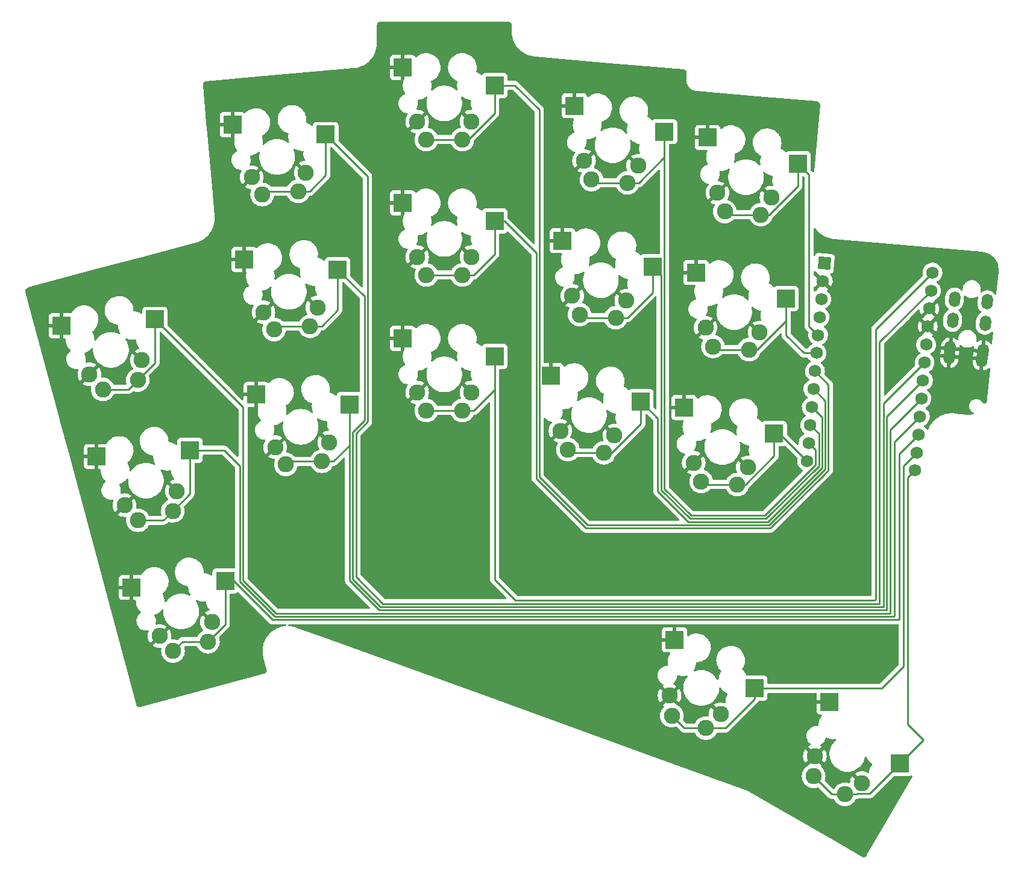
<source format=gbr>
%TF.GenerationSoftware,KiCad,Pcbnew,(6.0.2-0)*%
%TF.CreationDate,2022-05-24T22:23:28-07:00*%
%TF.ProjectId,adux_take_2,61647578-5f74-4616-9b65-5f322e6b6963,v1.0.0*%
%TF.SameCoordinates,Original*%
%TF.FileFunction,Copper,L1,Top*%
%TF.FilePolarity,Positive*%
%FSLAX46Y46*%
G04 Gerber Fmt 4.6, Leading zero omitted, Abs format (unit mm)*
G04 Created by KiCad (PCBNEW (6.0.2-0)) date 2022-05-24 22:23:28*
%MOMM*%
%LPD*%
G01*
G04 APERTURE LIST*
G04 Aperture macros list*
%AMHorizOval*
0 Thick line with rounded ends*
0 $1 width*
0 $2 $3 position (X,Y) of the first rounded end (center of the circle)*
0 $4 $5 position (X,Y) of the second rounded end (center of the circle)*
0 Add line between two ends*
20,1,$1,$2,$3,$4,$5,0*
0 Add two circle primitives to create the rounded ends*
1,1,$1,$2,$3*
1,1,$1,$4,$5*%
%AMRotRect*
0 Rectangle, with rotation*
0 The origin of the aperture is its center*
0 $1 length*
0 $2 width*
0 $3 Rotation angle, in degrees counterclockwise*
0 Add horizontal line*
21,1,$1,$2,0,0,$3*%
G04 Aperture macros list end*
%TA.AperFunction,SMDPad,CuDef*%
%ADD10R,2.550000X2.500000*%
%TD*%
%TA.AperFunction,ComponentPad*%
%ADD11C,2.286000*%
%TD*%
%TA.AperFunction,ComponentPad*%
%ADD12C,1.752600*%
%TD*%
%TA.AperFunction,ComponentPad*%
%ADD13RotRect,1.752600X1.752600X265.000000*%
%TD*%
%TA.AperFunction,ComponentPad*%
%ADD14HorizOval,1.600000X-0.026147X-0.298858X0.026147X0.298858X0*%
%TD*%
%TA.AperFunction,Conductor*%
%ADD15C,0.250000*%
%TD*%
G04 APERTURE END LIST*
D10*
%TO.P,S1,1*%
%TO.N,P7*%
X19786260Y3707924D03*
%TO.P,S1,2*%
%TO.N,GND*%
X6642337Y2815621D03*
%TD*%
D11*
%TO.P,S2,1*%
%TO.N,P7*%
X12461425Y-6143565D03*
%TO.P,S2,2*%
%TO.N,GND*%
X17937654Y-2046612D03*
%TO.P,S2,1*%
%TO.N,P7*%
X17368328Y-4828764D03*
%TO.P,S2,2*%
%TO.N,GND*%
X10577299Y-4018813D03*
%TD*%
D10*
%TO.P,S3,1*%
%TO.N,P6*%
X14855757Y22108811D03*
%TO.P,S3,2*%
%TO.N,GND*%
X1711834Y21216508D03*
%TD*%
D11*
%TO.P,S4,1*%
%TO.N,P6*%
X7530922Y12257322D03*
%TO.P,S4,2*%
%TO.N,GND*%
X13007151Y16354275D03*
%TO.P,S4,1*%
%TO.N,P6*%
X12437825Y13572123D03*
%TO.P,S4,2*%
%TO.N,GND*%
X5646796Y14382074D03*
%TD*%
D10*
%TO.P,S5,1*%
%TO.N,P5*%
X9925255Y40509698D03*
%TO.P,S5,2*%
%TO.N,GND*%
X-3218668Y39617395D03*
%TD*%
D11*
%TO.P,S6,1*%
%TO.N,P5*%
X2600420Y30658209D03*
%TO.P,S6,2*%
%TO.N,GND*%
X8076649Y34755162D03*
%TO.P,S6,1*%
%TO.N,P5*%
X7507323Y31973010D03*
%TO.P,S6,2*%
%TO.N,GND*%
X716294Y32782961D03*
%TD*%
D10*
%TO.P,S7,1*%
%TO.N,P4*%
X37238333Y28543966D03*
%TO.P,S7,2*%
%TO.N,GND*%
X24139148Y29947638D03*
%TD*%
D11*
%TO.P,S8,1*%
%TO.N,P4*%
X28314086Y20114088D03*
%TO.P,S8,2*%
%TO.N,GND*%
X34418546Y23197862D03*
%TO.P,S8,1*%
%TO.N,P4*%
X33374755Y20556840D03*
%TO.P,S8,2*%
%TO.N,GND*%
X26827543Y22533735D03*
%TD*%
D10*
%TO.P,S9,1*%
%TO.N,P3*%
X35578016Y47521475D03*
%TO.P,S9,2*%
%TO.N,GND*%
X22478831Y48925147D03*
%TD*%
D11*
%TO.P,S10,1*%
%TO.N,P3*%
X26653769Y39091597D03*
%TO.P,S10,2*%
%TO.N,GND*%
X32758229Y42175371D03*
%TO.P,S10,1*%
%TO.N,P3*%
X31714438Y39534349D03*
%TO.P,S10,2*%
%TO.N,GND*%
X25167226Y41511244D03*
%TD*%
D10*
%TO.P,S11,1*%
%TO.N,P0*%
X33917699Y66498984D03*
%TO.P,S11,2*%
%TO.N,GND*%
X20818514Y67902656D03*
%TD*%
D11*
%TO.P,S12,1*%
%TO.N,P0*%
X24993452Y58069106D03*
%TO.P,S12,2*%
%TO.N,GND*%
X31097912Y61152880D03*
%TO.P,S12,1*%
%TO.N,P0*%
X30054121Y58511858D03*
%TO.P,S12,2*%
%TO.N,GND*%
X23506909Y60488753D03*
%TD*%
D10*
%TO.P,S13,1*%
%TO.N,P1*%
X57651943Y35306243D03*
%TO.P,S13,2*%
%TO.N,GND*%
X44724943Y37846243D03*
%TD*%
D11*
%TO.P,S14,1*%
%TO.N,P1*%
X48026943Y27686243D03*
%TO.P,S14,2*%
%TO.N,GND*%
X54376943Y30226243D03*
%TO.P,S14,1*%
%TO.N,P1*%
X53106943Y27686243D03*
%TO.P,S14,2*%
%TO.N,GND*%
X46756943Y30226243D03*
%TD*%
D10*
%TO.P,S15,1*%
%TO.N,P19*%
X57651943Y54356243D03*
%TO.P,S15,2*%
%TO.N,GND*%
X44724943Y56896243D03*
%TD*%
D11*
%TO.P,S16,1*%
%TO.N,P19*%
X48026943Y46736243D03*
%TO.P,S16,2*%
%TO.N,GND*%
X54376943Y49276243D03*
%TO.P,S16,1*%
%TO.N,P19*%
X53106943Y46736243D03*
%TO.P,S16,2*%
%TO.N,GND*%
X46756943Y49276243D03*
%TD*%
D10*
%TO.P,S17,1*%
%TO.N,P18*%
X57651943Y73406243D03*
%TO.P,S17,2*%
%TO.N,GND*%
X44724943Y75946243D03*
%TD*%
D11*
%TO.P,S18,1*%
%TO.N,P18*%
X48026943Y65786243D03*
%TO.P,S18,2*%
%TO.N,GND*%
X54376943Y68326243D03*
%TO.P,S18,1*%
%TO.N,P18*%
X53106943Y65786243D03*
%TO.P,S18,2*%
%TO.N,GND*%
X46756943Y68326243D03*
%TD*%
D10*
%TO.P,S19,1*%
%TO.N,P15*%
X78178006Y28947723D03*
%TO.P,S19,2*%
%TO.N,GND*%
X65521573Y32604720D03*
%TD*%
D11*
%TO.P,S20,1*%
%TO.N,P15*%
X67925505Y22195594D03*
%TO.P,S20,2*%
%TO.N,GND*%
X74472717Y24172489D03*
%TO.P,S20,1*%
%TO.N,P15*%
X72986174Y21752842D03*
%TO.P,S20,2*%
%TO.N,GND*%
X66881714Y24836616D03*
%TD*%
D10*
%TO.P,S21,1*%
%TO.N,P14*%
X79838323Y47925232D03*
%TO.P,S21,2*%
%TO.N,GND*%
X67181890Y51582229D03*
%TD*%
D11*
%TO.P,S22,1*%
%TO.N,P14*%
X69585822Y41173103D03*
%TO.P,S22,2*%
%TO.N,GND*%
X76133034Y43149998D03*
%TO.P,S22,1*%
%TO.N,P14*%
X74646491Y40730351D03*
%TO.P,S22,2*%
%TO.N,GND*%
X68542031Y43814125D03*
%TD*%
D10*
%TO.P,S23,1*%
%TO.N,P16*%
X81498640Y66902741D03*
%TO.P,S23,2*%
%TO.N,GND*%
X68842207Y70559738D03*
%TD*%
D11*
%TO.P,S24,1*%
%TO.N,P16*%
X71246139Y60150612D03*
%TO.P,S24,2*%
%TO.N,GND*%
X77793351Y62127507D03*
%TO.P,S24,1*%
%TO.N,P16*%
X76306808Y59707860D03*
%TO.P,S24,2*%
%TO.N,GND*%
X70202348Y62791634D03*
%TD*%
D10*
%TO.P,S25,1*%
%TO.N,P10*%
X96908573Y24464854D03*
%TO.P,S25,2*%
%TO.N,GND*%
X84252140Y28121851D03*
%TD*%
D11*
%TO.P,S26,1*%
%TO.N,P10*%
X86656072Y17712725D03*
%TO.P,S26,2*%
%TO.N,GND*%
X93203284Y19689620D03*
%TO.P,S26,1*%
%TO.N,P10*%
X91716741Y17269973D03*
%TO.P,S26,2*%
%TO.N,GND*%
X85612281Y20353747D03*
%TD*%
D10*
%TO.P,S27,1*%
%TO.N,P20*%
X98568890Y43442363D03*
%TO.P,S27,2*%
%TO.N,GND*%
X85912457Y47099360D03*
%TD*%
D11*
%TO.P,S28,1*%
%TO.N,P20*%
X88316389Y36690234D03*
%TO.P,S28,2*%
%TO.N,GND*%
X94863601Y38667129D03*
%TO.P,S28,1*%
%TO.N,P20*%
X93377058Y36247482D03*
%TO.P,S28,2*%
%TO.N,GND*%
X87272598Y39331256D03*
%TD*%
D10*
%TO.P,S29,1*%
%TO.N,P21*%
X100229207Y62419872D03*
%TO.P,S29,2*%
%TO.N,GND*%
X87572774Y66076869D03*
%TD*%
D11*
%TO.P,S30,1*%
%TO.N,P21*%
X89976706Y55667743D03*
%TO.P,S30,2*%
%TO.N,GND*%
X96523918Y57644638D03*
%TO.P,S30,1*%
%TO.N,P21*%
X95037375Y55224991D03*
%TO.P,S30,2*%
%TO.N,GND*%
X88932915Y58308765D03*
%TD*%
D10*
%TO.P,S31,1*%
%TO.N,P8*%
X94192316Y-11354995D03*
%TO.P,S31,2*%
%TO.N,GND*%
X82913641Y-4546882D03*
%TD*%
D11*
%TO.P,S32,1*%
%TO.N,P8*%
X82541581Y-15223509D03*
%TO.P,S32,2*%
%TO.N,GND*%
X89377361Y-15008518D03*
%TO.P,S32,1*%
%TO.N,P8*%
X87315220Y-16960972D03*
%TO.P,S32,2*%
%TO.N,GND*%
X82216903Y-12402325D03*
%TD*%
D10*
%TO.P,S33,1*%
%TO.N,P9*%
X114600716Y-21950086D03*
%TO.P,S33,2*%
%TO.N,GND*%
X104675606Y-13286882D03*
%TD*%
D11*
%TO.P,S34,1*%
%TO.N,P9*%
X102455221Y-23736700D03*
%TO.P,S34,2*%
%TO.N,GND*%
X109224483Y-24711996D03*
%TO.P,S34,1*%
%TO.N,P9*%
X106854631Y-26276700D03*
%TO.P,S34,2*%
%TO.N,GND*%
X102625369Y-20901996D03*
%TD*%
D12*
%TO.P,MCU1,24*%
%TO.N,P9*%
X116712750Y19256141D03*
%TO.P,MCU1,23*%
%TO.N,P8*%
X116934125Y21786476D03*
%TO.P,MCU1,22*%
%TO.N,P7*%
X117155501Y24316810D03*
%TO.P,MCU1,21*%
%TO.N,P6*%
X117376877Y26847145D03*
%TO.P,MCU1,20*%
%TO.N,P5*%
X117598252Y29377479D03*
%TO.P,MCU1,19*%
%TO.N,P4*%
X117819628Y31907814D03*
%TO.P,MCU1,18*%
%TO.N,P3*%
X118041003Y34438149D03*
%TO.P,MCU1,17*%
%TO.N,P2*%
X118262379Y36968483D03*
%TO.P,MCU1,16*%
%TO.N,GND*%
X118483755Y39498818D03*
%TO.P,MCU1,15*%
X118705130Y42029152D03*
%TO.P,MCU1,14*%
%TO.N,P0*%
X118926506Y44559487D03*
%TO.P,MCU1,13*%
%TO.N,P1*%
X119147881Y47089821D03*
%TO.P,MCU1,12*%
%TO.N,P10*%
X101530743Y20584395D03*
%TO.P,MCU1,11*%
%TO.N,P16*%
X101752118Y23114729D03*
%TO.P,MCU1,10*%
%TO.N,P14*%
X101973494Y25645064D03*
%TO.P,MCU1,9*%
%TO.N,P15*%
X102194869Y28175398D03*
%TO.P,MCU1,8*%
%TO.N,P18*%
X102416245Y30705733D03*
%TO.P,MCU1,7*%
%TO.N,P19*%
X102637621Y33236067D03*
%TO.P,MCU1,6*%
%TO.N,P20*%
X102858996Y35766402D03*
%TO.P,MCU1,5*%
%TO.N,P21*%
X103080372Y38296737D03*
%TO.P,MCU1,4*%
%TO.N,VCC*%
X103301747Y40827071D03*
%TO.P,MCU1,3*%
%TO.N,RST*%
X103523123Y43357406D03*
%TO.P,MCU1,2*%
%TO.N,GND*%
X103744499Y45887740D03*
D13*
%TO.P,MCU1,1*%
%TO.N,RAW*%
X103965874Y48418075D03*
%TD*%
D14*
%TO.P,REF\u002A\u002A,4*%
%TO.N,VCC*%
X126819642Y42964164D03*
%TO.P,REF\u002A\u002A,3*%
%TO.N,P2*%
X126558174Y39975580D03*
%TO.P,REF\u002A\u002A,2*%
%TO.N,GND*%
X126209551Y35990801D03*
%TO.P,REF\u002A\u002A,1*%
X121531184Y35295903D03*
%TO.P,REF\u002A\u002A,4*%
%TO.N,VCC*%
X122237146Y43365080D03*
%TO.P,REF\u002A\u002A,3*%
%TO.N,P2*%
X121975679Y40376496D03*
%TO.P,REF\u002A\u002A,2*%
%TO.N,GND*%
X121627056Y36391717D03*
%TO.P,REF\u002A\u002A,1*%
X126113680Y34894987D03*
%TD*%
D15*
%TO.N,P16*%
X76306808Y59707860D02*
X71688891Y59707860D01*
X71688891Y59707860D02*
X71246139Y60150612D01*
X81498640Y66902741D02*
X81498640Y63283246D01*
X77923254Y59707860D02*
X76306808Y59707860D01*
X81498640Y63283246D02*
X77923254Y59707860D01*
%TO.N,P14*%
X74646491Y40730351D02*
X70028574Y40730351D01*
X70028574Y40730351D02*
X69585822Y41173103D01*
X79838323Y47925232D02*
X79838323Y44305737D01*
X79838323Y44305737D02*
X76262937Y40730351D01*
X76262937Y40730351D02*
X74646491Y40730351D01*
%TO.N,P19*%
X53106943Y46736243D02*
X48026943Y46736243D01*
X57651943Y54356243D02*
X57651943Y49664797D01*
X57651943Y49664797D02*
X54723389Y46736243D01*
X54723389Y46736243D02*
X53106943Y46736243D01*
%TO.N,P18*%
X53106943Y65786243D02*
X48026943Y65786243D01*
X57651943Y73406243D02*
X57651943Y69525868D01*
X57651943Y69525868D02*
X53912318Y65786243D01*
X53912318Y65786243D02*
X53106943Y65786243D01*
%TO.N,P0*%
X30054121Y58511858D02*
X25436204Y58511858D01*
X25436204Y58511858D02*
X24993452Y58069106D01*
X33917699Y66498984D02*
X33917699Y60758990D01*
X31670567Y58511858D02*
X30054121Y58511858D01*
X33917699Y60758990D02*
X31670567Y58511858D01*
%TO.N,P3*%
X31714438Y39534349D02*
X27096521Y39534349D01*
X27096521Y39534349D02*
X26653769Y39091597D01*
X35578016Y47521475D02*
X35578016Y41781481D01*
X35578016Y41781481D02*
X33330884Y39534349D01*
X33330884Y39534349D02*
X31714438Y39534349D01*
%TO.N,P5*%
X7507323Y31973010D02*
X6192522Y30658209D01*
X6192522Y30658209D02*
X2600420Y30658209D01*
X9925255Y40509698D02*
X9925255Y34390942D01*
X9925255Y34390942D02*
X7507323Y31973010D01*
%TO.N,P7*%
X17368328Y-4828764D02*
X13776226Y-4828764D01*
X13776226Y-4828764D02*
X12461425Y-6143565D01*
X19786260Y3707924D02*
X19786260Y-2410832D01*
X19786260Y-2410832D02*
X17368328Y-4828764D01*
%TO.N,P6*%
X12437825Y13572123D02*
X11123024Y12257322D01*
X11123024Y12257322D02*
X7530922Y12257322D01*
X14855757Y22108811D02*
X14855757Y15990055D01*
X14855757Y15990055D02*
X12437825Y13572123D01*
%TO.N,P4*%
X33374755Y20556840D02*
X28756838Y20556840D01*
X28756838Y20556840D02*
X28314086Y20114088D01*
X37238333Y28543966D02*
X37238333Y22803972D01*
X37238333Y22803972D02*
X34991201Y20556840D01*
X34991201Y20556840D02*
X33374755Y20556840D01*
%TO.N,P1*%
X53106943Y27686243D02*
X48026943Y27686243D01*
X57651943Y35306243D02*
X57651943Y30614797D01*
X57651943Y30614797D02*
X54723389Y27686243D01*
X54723389Y27686243D02*
X53106943Y27686243D01*
%TO.N,P15*%
X72986174Y21752842D02*
X68368257Y21752842D01*
X68368257Y21752842D02*
X67925505Y22195594D01*
X78178006Y28947723D02*
X78178006Y25802403D01*
X78178006Y25802403D02*
X74128445Y21752842D01*
X74128445Y21752842D02*
X72986174Y21752842D01*
%TO.N,P10*%
X91716741Y17269973D02*
X87098824Y17269973D01*
X87098824Y17269973D02*
X86656072Y17712725D01*
X96908573Y24464854D02*
X96908573Y21319534D01*
X96908573Y21319534D02*
X92859012Y17269973D01*
X92859012Y17269973D02*
X91716741Y17269973D01*
%TO.N,P20*%
X93377058Y36247482D02*
X88759141Y36247482D01*
X88759141Y36247482D02*
X88316389Y36690234D01*
X98568890Y43442363D02*
X98568890Y40297043D01*
X94519329Y36247482D02*
X93377058Y36247482D01*
X98568890Y40297043D02*
X94519329Y36247482D01*
%TO.N,P21*%
X95037375Y55224991D02*
X90419458Y55224991D01*
X90419458Y55224991D02*
X89976706Y55667743D01*
X100229207Y62419872D02*
X100229207Y59274552D01*
X100229207Y59274552D02*
X96179646Y55224991D01*
X96179646Y55224991D02*
X95037375Y55224991D01*
X103080372Y38296737D02*
X101810000Y39567109D01*
X101810000Y39567109D02*
X101810000Y60839079D01*
X101810000Y60839079D02*
X100229207Y62419872D01*
%TO.N,P20*%
X102858996Y35766402D02*
X101063598Y35766402D01*
X101063598Y35766402D02*
X98568890Y38261110D01*
X98568890Y38261110D02*
X98568890Y43442363D01*
%TO.N,P19*%
X102637621Y33236067D02*
X104530000Y31343688D01*
X104530000Y31343688D02*
X104530000Y19298564D01*
X104530000Y19298564D02*
X103890717Y18659282D01*
X96373354Y11141920D02*
X70482362Y11141920D01*
X103890717Y18659282D02*
X96373354Y11141920D01*
X63472542Y18151741D02*
X63472542Y49867458D01*
X70482362Y11141920D02*
X70219040Y11405243D01*
X70219040Y11405243D02*
X63472542Y18151741D01*
X63472542Y49867458D02*
X58983757Y54356243D01*
X58983757Y54356243D02*
X57651943Y54356243D01*
%TO.N,P18*%
X102416245Y30705733D02*
X104080114Y29041864D01*
X104080114Y29041864D02*
X104080114Y19484396D01*
X104080114Y19484396D02*
X96187157Y11591440D01*
X96187157Y11591440D02*
X70668560Y11591440D01*
X70668560Y11591440D02*
X63922062Y18337938D01*
X63922062Y18337938D02*
X63922062Y69987938D01*
X63922062Y69987938D02*
X60503757Y73406243D01*
X60503757Y73406243D02*
X57651943Y73406243D01*
%TO.N,P15*%
X102194869Y28175398D02*
X103630594Y26739673D01*
X103630594Y26739673D02*
X103630594Y19670594D01*
X80560000Y16354282D02*
X80560000Y26610000D01*
X103630594Y19670594D02*
X96000960Y12040960D01*
X96000960Y12040960D02*
X84873322Y12040960D01*
X84873322Y12040960D02*
X80560000Y16354282D01*
X80560000Y26610000D02*
X78222277Y28947723D01*
X78222277Y28947723D02*
X78178006Y28947723D01*
%TO.N,P14*%
X101973494Y25645064D02*
X103181074Y24437484D01*
X103181074Y24437484D02*
X103181074Y19900805D01*
X103181074Y19900805D02*
X95770749Y12490480D01*
X95770749Y12490480D02*
X85059520Y12490480D01*
X81030000Y16520000D02*
X81030000Y46733555D01*
X85059520Y12490480D02*
X81030000Y16520000D01*
X81030000Y46733555D02*
X79838323Y47925232D01*
%TO.N,P16*%
X101752118Y23114729D02*
X102731554Y22135293D01*
X102731554Y22135293D02*
X102731554Y20087002D01*
X102731554Y20087002D02*
X95584552Y12940000D01*
X95584552Y12940000D02*
X85250000Y12940000D01*
X81498640Y16691360D02*
X81498640Y66902741D01*
X85250000Y12940000D02*
X81498640Y16691360D01*
%TO.N,P10*%
X101530743Y20584395D02*
X97650284Y24464854D01*
X97650284Y24464854D02*
X96908573Y24464854D01*
%TO.N,P1*%
X119147881Y47089821D02*
X111180000Y39121940D01*
X111180000Y39121940D02*
X111180000Y1150000D01*
X111180000Y1150000D02*
X111019040Y989040D01*
X111019040Y989040D02*
X60580960Y989040D01*
X60580960Y989040D02*
X57651943Y3918057D01*
X57651943Y3918057D02*
X57651943Y35306243D01*
%TO.N,P0*%
X118926506Y44559487D02*
X111720000Y37352981D01*
X111720000Y37352981D02*
X111720000Y540000D01*
X111720000Y540000D02*
X111719520Y539520D01*
X111719520Y539520D02*
X41950480Y539520D01*
X41950480Y539520D02*
X38170000Y4320000D01*
X39799520Y26123803D02*
X39799520Y60617163D01*
X38170000Y4320000D02*
X38170000Y24494282D01*
X38170000Y24494282D02*
X39799520Y26123803D01*
X39799520Y60617163D02*
X33917699Y66498984D01*
%TO.N,P3*%
X118041003Y34438149D02*
X112280960Y28678106D01*
X112280960Y28678106D02*
X112280960Y90000D01*
X112280960Y90000D02*
X41585718Y90000D01*
X41585718Y90000D02*
X37697859Y3977859D01*
X37697859Y3977859D02*
X37697859Y24657859D01*
X37697859Y24657859D02*
X39350000Y26310000D01*
X39350000Y26310000D02*
X39350000Y43749491D01*
X39350000Y43749491D02*
X35578016Y47521475D01*
%TO.N,P4*%
X117819628Y31907814D02*
X112730480Y26818666D01*
X41400000Y-360000D02*
X37238333Y3801667D01*
X112730480Y26818666D02*
X112730480Y-360000D01*
X112730480Y-360000D02*
X41400000Y-360000D01*
X37238333Y3801667D02*
X37238333Y28543966D01*
%TO.N,P5*%
X117598252Y29377479D02*
X113180000Y24959227D01*
X22289520Y3820480D02*
X22289520Y28145433D01*
X113180000Y24959227D02*
X113180000Y-830000D01*
X113180000Y-830000D02*
X26940000Y-830000D01*
X26940000Y-830000D02*
X22289520Y3820480D01*
X22289520Y28145433D02*
X9925255Y40509698D01*
%TO.N,P6*%
X117376877Y26847145D02*
X113770000Y23240268D01*
X113679520Y-1290480D02*
X26750480Y-1290480D01*
X26750480Y-1290480D02*
X21840000Y3620000D01*
X113770000Y23240268D02*
X113770000Y-1200000D01*
X113770000Y-1200000D02*
X113679520Y-1290480D01*
X21840000Y3620000D02*
X21840000Y19910000D01*
X21840000Y19910000D02*
X19641189Y22108811D01*
X19641189Y22108811D02*
X14855757Y22108811D01*
%TO.N,P7*%
X117155501Y24316810D02*
X114440000Y21601309D01*
X20972076Y3707924D02*
X19786260Y3707924D01*
X114440000Y21601309D02*
X114440000Y-1740000D01*
X114440000Y-1740000D02*
X26420000Y-1740000D01*
X26420000Y-1740000D02*
X20972076Y3707924D01*
%TO.N,P8*%
X87315220Y-16960972D02*
X84279044Y-16960972D01*
X84279044Y-16960972D02*
X82541581Y-15223509D01*
X94192316Y-11354995D02*
X94192316Y-12854995D01*
X94192316Y-12854995D02*
X90086339Y-16960972D01*
X90086339Y-16960972D02*
X87315220Y-16960972D01*
X116934125Y21786476D02*
X115060000Y19912351D01*
X115060000Y19912351D02*
X115060000Y-8330000D01*
X115060000Y-8330000D02*
X112035005Y-11354995D01*
X112035005Y-11354995D02*
X94192316Y-11354995D01*
%TO.N,P9*%
X106854631Y-26276700D02*
X104995221Y-26276700D01*
X104995221Y-26276700D02*
X102455221Y-23736700D01*
X114600716Y-21950086D02*
X110371295Y-26179507D01*
X110371295Y-26179507D02*
X108616619Y-26179507D01*
X108519426Y-26276700D02*
X106854631Y-26276700D01*
X108616619Y-26179507D02*
X108519426Y-26276700D01*
X115697291Y-16427291D02*
X117880000Y-18610000D01*
X115697291Y18240682D02*
X115697291Y-16427291D01*
X117880000Y-18670802D02*
X114600716Y-21950086D01*
X116712750Y19256141D02*
X115697291Y18240682D01*
X117880000Y-18610000D02*
X117880000Y-18670802D01*
%TD*%
%TA.AperFunction,Conductor*%
%TO.N,GND*%
G36*
X114368621Y-2393502D02*
G01*
X114415114Y-2447158D01*
X114426500Y-2499500D01*
X114426500Y-8015406D01*
X114406498Y-8083527D01*
X114389595Y-8104501D01*
X111809505Y-10684590D01*
X111747193Y-10718616D01*
X111720410Y-10721495D01*
X96101816Y-10721495D01*
X96033695Y-10701493D01*
X95987202Y-10647837D01*
X95975816Y-10595495D01*
X95975816Y-10056861D01*
X95969061Y-9994679D01*
X95917931Y-9858290D01*
X95830577Y-9741734D01*
X95714021Y-9654380D01*
X95577632Y-9603250D01*
X95515450Y-9596495D01*
X93110806Y-9596495D01*
X93042685Y-9576493D01*
X92996192Y-9522837D01*
X92990977Y-9509441D01*
X92981620Y-9480644D01*
X92975465Y-9468023D01*
X92920993Y-9356340D01*
X92858483Y-9228177D01*
X92856028Y-9224538D01*
X92856025Y-9224532D01*
X92761313Y-9084116D01*
X92701408Y-8995303D01*
X92694154Y-8987246D01*
X92576588Y-8856677D01*
X92513452Y-8786557D01*
X92457419Y-8739539D01*
X92418093Y-8680431D01*
X92416967Y-8609444D01*
X92439122Y-8565446D01*
X92456625Y-8543043D01*
X92459333Y-8539577D01*
X92599781Y-8296314D01*
X92705007Y-8035871D01*
X92738689Y-7900782D01*
X92771898Y-7767588D01*
X92771899Y-7767583D01*
X92772962Y-7763319D01*
X92777611Y-7719092D01*
X92801864Y-7488331D01*
X92801864Y-7488328D01*
X92802323Y-7483962D01*
X92798822Y-7383696D01*
X92792674Y-7207634D01*
X92792673Y-7207628D01*
X92792520Y-7203237D01*
X92778031Y-7121062D01*
X92744505Y-6930931D01*
X92743743Y-6926608D01*
X92656942Y-6659460D01*
X92655004Y-6655485D01*
X92592465Y-6527264D01*
X92533805Y-6406993D01*
X92531350Y-6403354D01*
X92531347Y-6403348D01*
X92422292Y-6241668D01*
X92376730Y-6174119D01*
X92188774Y-5965373D01*
X91973595Y-5784816D01*
X91735381Y-5635964D01*
X91478770Y-5521713D01*
X91208755Y-5444288D01*
X91204405Y-5443677D01*
X91204402Y-5443676D01*
X91101455Y-5429208D01*
X90930593Y-5405195D01*
X90719999Y-5405195D01*
X90717813Y-5405348D01*
X90717809Y-5405348D01*
X90514318Y-5419577D01*
X90514313Y-5419578D01*
X90509933Y-5419884D01*
X90235175Y-5478286D01*
X90231046Y-5479789D01*
X90231042Y-5479790D01*
X89975364Y-5572849D01*
X89975360Y-5572851D01*
X89971219Y-5574358D01*
X89723203Y-5706231D01*
X89719644Y-5708817D01*
X89719642Y-5708818D01*
X89527562Y-5848372D01*
X89495953Y-5871337D01*
X89492789Y-5874393D01*
X89492786Y-5874395D01*
X89415803Y-5948737D01*
X89293893Y-6066464D01*
X89120957Y-6287813D01*
X89118761Y-6291617D01*
X89118756Y-6291624D01*
X89028003Y-6448814D01*
X88980509Y-6531076D01*
X88875283Y-6791519D01*
X88874218Y-6795792D01*
X88874217Y-6795794D01*
X88814236Y-7036366D01*
X88807328Y-7064071D01*
X88806869Y-7068439D01*
X88806868Y-7068444D01*
X88784732Y-7279062D01*
X88777967Y-7343428D01*
X88778120Y-7347816D01*
X88778120Y-7347822D01*
X88787281Y-7610137D01*
X88787770Y-7624153D01*
X88788532Y-7628476D01*
X88788533Y-7628483D01*
X88812309Y-7763319D01*
X88836547Y-7900782D01*
X88923348Y-8167930D01*
X89046485Y-8420397D01*
X89048940Y-8424036D01*
X89048943Y-8424042D01*
X89114716Y-8521554D01*
X89203560Y-8653271D01*
X89206505Y-8656542D01*
X89206506Y-8656543D01*
X89221717Y-8673436D01*
X89391516Y-8862017D01*
X89447549Y-8909035D01*
X89486875Y-8968143D01*
X89488001Y-9039130D01*
X89465846Y-9083128D01*
X89445635Y-9108997D01*
X89305187Y-9352260D01*
X89199961Y-9612703D01*
X89198896Y-9616976D01*
X89198895Y-9616978D01*
X89134786Y-9874107D01*
X89132006Y-9885255D01*
X89131547Y-9889623D01*
X89131546Y-9889628D01*
X89110073Y-10093935D01*
X89083060Y-10159592D01*
X89024838Y-10200222D01*
X88953893Y-10202925D01*
X88892749Y-10166843D01*
X88874348Y-10141466D01*
X88856883Y-10109696D01*
X88782887Y-9975098D01*
X88597808Y-9720358D01*
X88382261Y-9490824D01*
X88139645Y-9290115D01*
X87873787Y-9121396D01*
X87870208Y-9119712D01*
X87870201Y-9119708D01*
X87592469Y-8989018D01*
X87592465Y-8989016D01*
X87588879Y-8987329D01*
X87289415Y-8890027D01*
X86980117Y-8831025D01*
X86886563Y-8825139D01*
X86746505Y-8816327D01*
X86746489Y-8816326D01*
X86744510Y-8816202D01*
X86587216Y-8816202D01*
X86585237Y-8816326D01*
X86585221Y-8816327D01*
X86445163Y-8825139D01*
X86351609Y-8831025D01*
X86042311Y-8890027D01*
X86038534Y-8891254D01*
X86038535Y-8891254D01*
X85746610Y-8986106D01*
X85746605Y-8986108D01*
X85742847Y-8987329D01*
X85739264Y-8989015D01*
X85737716Y-8989628D01*
X85667016Y-8996110D01*
X85604035Y-8963339D01*
X85568769Y-8901721D01*
X85572415Y-8830818D01*
X85592039Y-8794906D01*
X85620840Y-8758041D01*
X85620842Y-8758037D01*
X85623553Y-8754568D01*
X85625749Y-8750764D01*
X85625754Y-8750757D01*
X85760206Y-8517878D01*
X85764001Y-8511305D01*
X85869227Y-8250862D01*
X85870293Y-8246587D01*
X85936118Y-7982579D01*
X85936119Y-7982574D01*
X85937182Y-7978310D01*
X85945331Y-7900782D01*
X85956179Y-7797562D01*
X85983192Y-7731905D01*
X86041414Y-7691275D01*
X86081489Y-7684732D01*
X86086652Y-7684732D01*
X86088838Y-7684579D01*
X86088842Y-7684579D01*
X86292333Y-7670350D01*
X86292338Y-7670349D01*
X86296718Y-7670043D01*
X86571476Y-7611641D01*
X86575605Y-7610138D01*
X86575609Y-7610137D01*
X86831287Y-7517078D01*
X86831291Y-7517076D01*
X86835432Y-7515569D01*
X87083448Y-7383696D01*
X87132825Y-7347822D01*
X87307135Y-7221179D01*
X87307138Y-7221176D01*
X87310698Y-7218590D01*
X87322044Y-7207634D01*
X87455335Y-7078916D01*
X87512758Y-7023463D01*
X87654849Y-6841594D01*
X87682987Y-6805579D01*
X87682988Y-6805578D01*
X87685694Y-6802114D01*
X87687890Y-6798310D01*
X87687895Y-6798303D01*
X87823941Y-6562663D01*
X87826142Y-6558851D01*
X87931368Y-6298408D01*
X87932434Y-6294133D01*
X87998259Y-6030125D01*
X87998260Y-6030120D01*
X87999323Y-6025856D01*
X88002024Y-6000162D01*
X88028225Y-5750868D01*
X88028225Y-5750865D01*
X88028684Y-5746499D01*
X88028531Y-5742105D01*
X88019035Y-5470171D01*
X88019034Y-5470165D01*
X88018881Y-5465774D01*
X88015307Y-5445500D01*
X87970866Y-5193468D01*
X87970104Y-5189145D01*
X87883303Y-4921997D01*
X87863587Y-4881572D01*
X87762776Y-4674882D01*
X87760166Y-4669530D01*
X87757711Y-4665891D01*
X87757708Y-4665885D01*
X87677988Y-4547696D01*
X87603091Y-4436656D01*
X87571825Y-4401931D01*
X87468355Y-4287017D01*
X87415135Y-4227910D01*
X87388370Y-4205451D01*
X87303067Y-4133874D01*
X87199956Y-4047353D01*
X86961742Y-3898501D01*
X86781882Y-3818422D01*
X86709145Y-3786037D01*
X86709143Y-3786036D01*
X86705131Y-3784250D01*
X86435116Y-3706825D01*
X86430766Y-3706214D01*
X86430763Y-3706213D01*
X86327816Y-3691745D01*
X86156954Y-3667732D01*
X85946360Y-3667732D01*
X85944174Y-3667885D01*
X85944170Y-3667885D01*
X85740679Y-3682114D01*
X85740674Y-3682115D01*
X85736294Y-3682421D01*
X85461536Y-3740823D01*
X85457407Y-3742326D01*
X85457403Y-3742327D01*
X85201725Y-3835386D01*
X85201721Y-3835388D01*
X85197580Y-3836895D01*
X84949564Y-3968768D01*
X84946005Y-3971354D01*
X84946003Y-3971355D01*
X84896701Y-4007175D01*
X84829833Y-4031034D01*
X84760681Y-4014953D01*
X84711201Y-3964039D01*
X84696640Y-3905239D01*
X84696640Y-3252213D01*
X84696270Y-3245392D01*
X84690746Y-3194530D01*
X84687120Y-3179278D01*
X84641965Y-3058828D01*
X84633427Y-3043233D01*
X84556926Y-2941158D01*
X84544365Y-2928597D01*
X84442290Y-2852096D01*
X84426695Y-2843558D01*
X84306247Y-2798404D01*
X84290992Y-2794777D01*
X84240127Y-2789251D01*
X84233313Y-2788882D01*
X83185756Y-2788882D01*
X83170517Y-2793357D01*
X83169312Y-2794747D01*
X83167641Y-2802430D01*
X83167641Y-4674882D01*
X83147639Y-4743003D01*
X83093983Y-4789496D01*
X83041641Y-4800882D01*
X81148757Y-4800882D01*
X81133518Y-4805357D01*
X81132313Y-4806747D01*
X81130642Y-4814430D01*
X81130642Y-5841551D01*
X81131012Y-5848372D01*
X81136536Y-5899234D01*
X81140162Y-5914486D01*
X81185317Y-6034936D01*
X81193855Y-6050531D01*
X81270356Y-6152606D01*
X81282917Y-6165167D01*
X81384992Y-6241668D01*
X81400587Y-6250206D01*
X81521035Y-6295360D01*
X81536290Y-6298987D01*
X81587155Y-6304513D01*
X81593969Y-6304882D01*
X82182076Y-6304882D01*
X82250197Y-6324884D01*
X82296690Y-6378540D01*
X82306794Y-6448814D01*
X82286745Y-6500798D01*
X82285177Y-6502804D01*
X82282975Y-6506619D01*
X82282971Y-6506624D01*
X82194386Y-6660058D01*
X82144729Y-6746067D01*
X82039503Y-7006510D01*
X82038438Y-7010783D01*
X82038437Y-7010785D01*
X82023611Y-7070251D01*
X81971548Y-7279062D01*
X81971089Y-7283430D01*
X81971088Y-7283435D01*
X81946532Y-7517078D01*
X81942187Y-7558419D01*
X81942340Y-7562807D01*
X81942340Y-7562813D01*
X81950616Y-7799784D01*
X81951990Y-7839144D01*
X81985925Y-8031596D01*
X81993377Y-8073860D01*
X81985508Y-8144419D01*
X81940741Y-8199523D01*
X81869291Y-8221740D01*
X81834299Y-8221740D01*
X81767343Y-8227421D01*
X81667662Y-8235879D01*
X81667658Y-8235880D01*
X81662351Y-8236330D01*
X81657196Y-8237668D01*
X81657190Y-8237669D01*
X81444221Y-8292945D01*
X81444217Y-8292946D01*
X81439052Y-8294287D01*
X81434186Y-8296479D01*
X81434183Y-8296480D01*
X81233575Y-8386847D01*
X81228709Y-8389039D01*
X81224289Y-8392015D01*
X81224285Y-8392017D01*
X81138828Y-8449551D01*
X81037339Y-8517878D01*
X80870412Y-8677118D01*
X80867224Y-8681403D01*
X80736817Y-8856677D01*
X80732703Y-8862206D01*
X80628147Y-9067852D01*
X80610159Y-9125784D01*
X80561319Y-9283070D01*
X80561318Y-9283076D01*
X80559735Y-9288173D01*
X80550355Y-9358948D01*
X80532494Y-9493711D01*
X80529424Y-9516872D01*
X80529624Y-9522202D01*
X80529624Y-9522203D01*
X80532771Y-9606024D01*
X80538078Y-9747408D01*
X80585452Y-9973190D01*
X80587410Y-9978149D01*
X80587411Y-9978151D01*
X80591016Y-9987280D01*
X80670191Y-10187762D01*
X80789871Y-10384989D01*
X80793368Y-10389019D01*
X80924486Y-10540119D01*
X80941071Y-10559232D01*
X80945202Y-10562619D01*
X81115339Y-10702124D01*
X81115345Y-10702128D01*
X81119467Y-10705508D01*
X81238458Y-10773241D01*
X81300433Y-10808519D01*
X81349739Y-10859601D01*
X81363601Y-10929231D01*
X81337618Y-10995302D01*
X81303936Y-11025454D01*
X81250775Y-11058031D01*
X81244947Y-11066960D01*
X81250951Y-11077162D01*
X82204092Y-12030304D01*
X82218035Y-12037917D01*
X82219869Y-12037786D01*
X82226483Y-12033535D01*
X83181397Y-11078620D01*
X83188786Y-11065088D01*
X83184464Y-11058909D01*
X82972979Y-10929311D01*
X82964185Y-10924830D01*
X82786604Y-10851274D01*
X82731323Y-10806726D01*
X82708902Y-10739362D01*
X82726460Y-10670571D01*
X82747851Y-10643695D01*
X82910170Y-10488850D01*
X82914036Y-10485162D01*
X83024469Y-10336735D01*
X83048561Y-10304354D01*
X83048563Y-10304351D01*
X83051745Y-10300074D01*
X83106529Y-10192323D01*
X83153882Y-10099186D01*
X83153882Y-10099185D01*
X83156301Y-10094428D01*
X83219894Y-9889628D01*
X83223129Y-9879210D01*
X83223130Y-9879204D01*
X83224713Y-9874107D01*
X83242257Y-9741734D01*
X83252148Y-9667110D01*
X83280927Y-9602208D01*
X83340226Y-9563168D01*
X83411786Y-9562546D01*
X83460426Y-9576493D01*
X83535755Y-9598093D01*
X83540105Y-9598704D01*
X83540108Y-9598705D01*
X83639711Y-9612703D01*
X83813917Y-9637186D01*
X84024511Y-9637186D01*
X84026697Y-9637033D01*
X84026701Y-9637033D01*
X84230192Y-9622804D01*
X84230197Y-9622803D01*
X84234577Y-9622497D01*
X84509335Y-9564095D01*
X84581734Y-9537744D01*
X84652586Y-9533241D01*
X84714626Y-9567759D01*
X84748156Y-9630339D01*
X84742530Y-9701112D01*
X84726763Y-9730206D01*
X84551170Y-9971889D01*
X84551167Y-9971894D01*
X84548839Y-9975098D01*
X84546932Y-9978567D01*
X84546930Y-9978570D01*
X84425076Y-10200222D01*
X84397147Y-10251025D01*
X84281233Y-10543789D01*
X84202927Y-10848772D01*
X84163463Y-11161164D01*
X84163463Y-11476040D01*
X84202927Y-11788432D01*
X84281233Y-12093415D01*
X84397147Y-12386179D01*
X84399049Y-12389638D01*
X84399050Y-12389641D01*
X84545737Y-12656463D01*
X84548839Y-12662106D01*
X84630386Y-12774346D01*
X84728420Y-12909278D01*
X84733918Y-12916846D01*
X84949465Y-13146380D01*
X85192081Y-13347089D01*
X85457939Y-13515808D01*
X85461518Y-13517492D01*
X85461525Y-13517496D01*
X85739257Y-13648186D01*
X85739261Y-13648188D01*
X85742847Y-13649875D01*
X85746619Y-13651101D01*
X85746620Y-13651101D01*
X85790957Y-13665507D01*
X86042311Y-13747177D01*
X86351609Y-13806179D01*
X86444132Y-13812000D01*
X86585221Y-13820877D01*
X86585237Y-13820878D01*
X86587216Y-13821002D01*
X86744510Y-13821002D01*
X86746489Y-13820878D01*
X86746505Y-13820877D01*
X86887594Y-13812000D01*
X86980117Y-13806179D01*
X87289415Y-13747177D01*
X87540769Y-13665507D01*
X87585106Y-13651101D01*
X87585107Y-13651101D01*
X87588879Y-13649875D01*
X87592465Y-13648188D01*
X87592469Y-13648186D01*
X87870201Y-13517496D01*
X87870208Y-13517492D01*
X87873787Y-13515808D01*
X88139645Y-13347089D01*
X88382261Y-13146380D01*
X88597808Y-12916846D01*
X88603307Y-12909278D01*
X88701340Y-12774346D01*
X88782887Y-12662106D01*
X88785990Y-12656463D01*
X88932676Y-12389641D01*
X88932677Y-12389638D01*
X88934579Y-12386179D01*
X89050493Y-12093415D01*
X89128799Y-11788432D01*
X89168263Y-11476040D01*
X89168263Y-11352897D01*
X89188265Y-11284776D01*
X89241921Y-11238283D01*
X89312195Y-11228179D01*
X89376775Y-11257673D01*
X89398722Y-11282439D01*
X89528238Y-11474455D01*
X89716194Y-11683201D01*
X89931373Y-11863758D01*
X90169587Y-12012610D01*
X90290077Y-12066256D01*
X90344172Y-12112235D01*
X90364821Y-12180162D01*
X90345469Y-12248470D01*
X90339926Y-12256560D01*
X90279981Y-12337130D01*
X90277566Y-12341880D01*
X90229484Y-12436451D01*
X90175425Y-12542776D01*
X90143683Y-12645002D01*
X90108597Y-12757994D01*
X90108596Y-12758000D01*
X90107013Y-12763097D01*
X90105522Y-12774346D01*
X90079109Y-12973637D01*
X90076702Y-12991796D01*
X90076902Y-12997126D01*
X90076902Y-12997127D01*
X90080276Y-13087004D01*
X90085356Y-13222332D01*
X90100792Y-13295900D01*
X90103529Y-13308943D01*
X90097942Y-13379719D01*
X90054977Y-13436239D01*
X89988275Y-13460559D01*
X89931997Y-13451226D01*
X89893704Y-13435365D01*
X89884314Y-13432314D01*
X89641246Y-13373957D01*
X89631499Y-13372414D01*
X89382291Y-13352801D01*
X89372431Y-13352801D01*
X89123223Y-13372414D01*
X89113476Y-13373957D01*
X88870408Y-13432314D01*
X88861023Y-13435363D01*
X88630079Y-13531023D01*
X88621285Y-13535504D01*
X88411233Y-13664224D01*
X88405405Y-13673153D01*
X88411411Y-13683357D01*
X89647476Y-14919423D01*
X89681502Y-14981735D01*
X89676437Y-15052551D01*
X89647476Y-15097613D01*
X89466456Y-15278633D01*
X89404144Y-15312659D01*
X89333329Y-15307594D01*
X89288266Y-15278633D01*
X88053660Y-14044028D01*
X88040122Y-14036636D01*
X88033945Y-14040957D01*
X87904347Y-14252442D01*
X87899866Y-14261236D01*
X87804206Y-14492180D01*
X87801157Y-14501565D01*
X87742800Y-14744633D01*
X87741257Y-14754380D01*
X87721644Y-15003588D01*
X87721644Y-15013448D01*
X87735846Y-15193904D01*
X87721250Y-15263384D01*
X87671407Y-15313944D01*
X87602143Y-15329530D01*
X87580829Y-15326311D01*
X87579189Y-15325917D01*
X87579178Y-15325915D01*
X87574370Y-15324761D01*
X87315220Y-15304365D01*
X87056070Y-15324761D01*
X87051263Y-15325915D01*
X87051257Y-15325916D01*
X86889763Y-15364687D01*
X86803300Y-15385445D01*
X86798729Y-15387338D01*
X86798727Y-15387339D01*
X86567708Y-15483030D01*
X86567706Y-15483031D01*
X86563136Y-15484924D01*
X86341491Y-15620749D01*
X86337724Y-15623966D01*
X86337723Y-15623967D01*
X86318231Y-15640615D01*
X86143822Y-15789574D01*
X85974997Y-15987243D01*
X85839172Y-16208888D01*
X85822271Y-16249691D01*
X85777722Y-16304971D01*
X85705862Y-16327472D01*
X84593638Y-16327472D01*
X84525517Y-16307470D01*
X84504543Y-16290567D01*
X84127521Y-15913545D01*
X84093495Y-15851233D01*
X84100207Y-15776232D01*
X84115214Y-15740002D01*
X84115215Y-15740000D01*
X84117108Y-15735429D01*
X84144828Y-15619967D01*
X84176637Y-15487472D01*
X84176638Y-15487466D01*
X84177792Y-15482659D01*
X84198188Y-15223509D01*
X84177792Y-14964359D01*
X84174518Y-14950719D01*
X84121965Y-14731821D01*
X84117108Y-14711589D01*
X84087138Y-14639234D01*
X84019523Y-14475997D01*
X84019522Y-14475995D01*
X84017629Y-14471425D01*
X83881804Y-14249780D01*
X83712979Y-14052111D01*
X83515310Y-13883286D01*
X83293665Y-13747461D01*
X83289095Y-13745568D01*
X83289093Y-13745567D01*
X83161752Y-13692821D01*
X83120874Y-13665507D01*
X82229714Y-12774346D01*
X82215771Y-12766733D01*
X82213937Y-12766864D01*
X82207323Y-12771115D01*
X81252409Y-13726030D01*
X81245020Y-13739562D01*
X81249343Y-13745741D01*
X81380691Y-13826232D01*
X81428322Y-13878880D01*
X81439929Y-13948921D01*
X81411826Y-14014119D01*
X81396690Y-14029472D01*
X81370183Y-14052111D01*
X81201358Y-14249780D01*
X81065533Y-14471425D01*
X81063640Y-14475995D01*
X81063639Y-14475997D01*
X80996024Y-14639234D01*
X80966054Y-14711589D01*
X80961197Y-14731821D01*
X80908645Y-14950719D01*
X80905370Y-14964359D01*
X80884974Y-15223509D01*
X80905370Y-15482659D01*
X80906524Y-15487466D01*
X80906525Y-15487472D01*
X80938334Y-15619967D01*
X80966054Y-15735429D01*
X80967947Y-15740000D01*
X80967948Y-15740002D01*
X81050203Y-15938582D01*
X81065533Y-15975593D01*
X81201358Y-16197238D01*
X81204575Y-16201005D01*
X81204576Y-16201006D01*
X81295505Y-16307470D01*
X81370183Y-16394907D01*
X81373945Y-16398120D01*
X81464115Y-16475132D01*
X81567852Y-16563732D01*
X81789497Y-16699557D01*
X81794067Y-16701450D01*
X81794069Y-16701451D01*
X82025088Y-16797142D01*
X82029661Y-16799036D01*
X82073035Y-16809449D01*
X82277618Y-16858565D01*
X82277624Y-16858566D01*
X82282431Y-16859720D01*
X82541581Y-16880116D01*
X82800731Y-16859720D01*
X82805538Y-16858566D01*
X82805544Y-16858565D01*
X83010127Y-16809449D01*
X83053501Y-16799036D01*
X83094304Y-16782135D01*
X83164892Y-16774546D01*
X83231617Y-16809449D01*
X83775397Y-17353230D01*
X83782931Y-17361509D01*
X83787044Y-17367990D01*
X83808139Y-17387799D01*
X83836695Y-17414615D01*
X83839537Y-17417370D01*
X83859274Y-17437107D01*
X83862471Y-17439587D01*
X83871491Y-17447290D01*
X83903723Y-17477558D01*
X83910669Y-17481377D01*
X83910672Y-17481379D01*
X83921478Y-17487320D01*
X83937997Y-17498171D01*
X83954003Y-17510586D01*
X83961272Y-17513731D01*
X83961276Y-17513734D01*
X83994581Y-17528146D01*
X84005231Y-17533363D01*
X84043984Y-17554667D01*
X84051659Y-17556638D01*
X84051660Y-17556638D01*
X84063606Y-17559705D01*
X84082311Y-17566109D01*
X84100899Y-17574153D01*
X84108722Y-17575392D01*
X84108732Y-17575395D01*
X84144568Y-17581071D01*
X84156188Y-17583477D01*
X84188003Y-17591645D01*
X84199014Y-17594472D01*
X84219268Y-17594472D01*
X84238978Y-17596023D01*
X84258987Y-17599192D01*
X84266879Y-17598446D01*
X84285624Y-17596674D01*
X84303006Y-17595031D01*
X84314863Y-17594472D01*
X85705862Y-17594472D01*
X85773983Y-17614474D01*
X85822271Y-17672253D01*
X85839172Y-17713056D01*
X85974997Y-17934701D01*
X85978214Y-17938468D01*
X85978215Y-17938469D01*
X86065798Y-18041016D01*
X86143822Y-18132370D01*
X86147584Y-18135583D01*
X86289385Y-18256692D01*
X86341491Y-18301195D01*
X86563136Y-18437020D01*
X86567706Y-18438913D01*
X86567708Y-18438914D01*
X86741578Y-18510933D01*
X86803300Y-18536499D01*
X86877493Y-18554311D01*
X87051257Y-18596028D01*
X87051263Y-18596029D01*
X87056070Y-18597183D01*
X87315220Y-18617579D01*
X87574370Y-18597183D01*
X87579177Y-18596029D01*
X87579183Y-18596028D01*
X87752947Y-18554311D01*
X87827140Y-18536499D01*
X87888862Y-18510933D01*
X88062732Y-18438914D01*
X88062734Y-18438913D01*
X88067304Y-18437020D01*
X88288949Y-18301195D01*
X88341056Y-18256692D01*
X88482856Y-18135583D01*
X88486618Y-18132370D01*
X88564642Y-18041016D01*
X88652225Y-17938469D01*
X88652226Y-17938468D01*
X88655443Y-17934701D01*
X88791268Y-17713056D01*
X88808169Y-17672253D01*
X88852718Y-17616973D01*
X88924578Y-17594472D01*
X90007572Y-17594472D01*
X90018755Y-17594999D01*
X90026248Y-17596674D01*
X90034174Y-17596425D01*
X90034175Y-17596425D01*
X90094325Y-17594534D01*
X90098284Y-17594472D01*
X90126195Y-17594472D01*
X90130130Y-17593975D01*
X90130195Y-17593967D01*
X90142032Y-17593034D01*
X90174290Y-17592020D01*
X90178309Y-17591894D01*
X90186228Y-17591645D01*
X90205682Y-17585993D01*
X90225039Y-17581985D01*
X90237269Y-17580440D01*
X90237270Y-17580440D01*
X90245136Y-17579446D01*
X90252507Y-17576527D01*
X90252509Y-17576527D01*
X90286251Y-17563168D01*
X90297481Y-17559323D01*
X90332322Y-17549201D01*
X90332323Y-17549201D01*
X90339932Y-17546990D01*
X90346751Y-17542957D01*
X90346756Y-17542955D01*
X90357367Y-17536679D01*
X90375115Y-17527984D01*
X90393956Y-17520524D01*
X90429726Y-17494536D01*
X90439646Y-17488020D01*
X90470874Y-17469552D01*
X90470877Y-17469550D01*
X90477701Y-17465514D01*
X90492022Y-17451193D01*
X90507056Y-17438352D01*
X90517033Y-17431103D01*
X90523446Y-17426444D01*
X90551637Y-17392367D01*
X90559627Y-17383588D01*
X94584563Y-13358652D01*
X94592853Y-13351108D01*
X94599334Y-13346995D01*
X94645975Y-13297327D01*
X94648729Y-13294486D01*
X94668450Y-13274765D01*
X94670928Y-13271570D01*
X94678634Y-13262548D01*
X94703474Y-13236096D01*
X94708902Y-13230316D01*
X94718662Y-13212563D01*
X94729515Y-13196040D01*
X94729951Y-13195478D01*
X94741929Y-13180036D01*
X94744233Y-13174712D01*
X94795436Y-13126903D01*
X94851996Y-13113495D01*
X95515450Y-13113495D01*
X95577632Y-13106740D01*
X95714021Y-13055610D01*
X95830577Y-12968256D01*
X95917931Y-12851700D01*
X95969061Y-12715311D01*
X95975816Y-12653129D01*
X95975816Y-12114495D01*
X95995818Y-12046374D01*
X96049474Y-11999881D01*
X96101816Y-11988495D01*
X102766606Y-11988495D01*
X102834727Y-12008497D01*
X102881220Y-12062153D01*
X102892606Y-12114495D01*
X102892606Y-13014767D01*
X102897081Y-13030006D01*
X102898471Y-13031211D01*
X102906154Y-13032882D01*
X104803606Y-13032882D01*
X104871727Y-13052884D01*
X104918220Y-13106540D01*
X104929606Y-13158882D01*
X104929606Y-13414882D01*
X104909604Y-13483003D01*
X104855948Y-13529496D01*
X104803606Y-13540882D01*
X102910722Y-13540882D01*
X102895483Y-13545357D01*
X102894278Y-13546747D01*
X102892607Y-13554430D01*
X102892607Y-14581551D01*
X102892977Y-14588372D01*
X102898501Y-14639234D01*
X102902127Y-14654486D01*
X102947282Y-14774936D01*
X102955820Y-14790531D01*
X103032321Y-14892606D01*
X103044882Y-14905167D01*
X103146957Y-14981668D01*
X103162552Y-14990206D01*
X103283000Y-15035360D01*
X103298255Y-15038987D01*
X103349120Y-15044513D01*
X103355934Y-15044882D01*
X103497090Y-15044882D01*
X103565211Y-15064884D01*
X103611704Y-15118540D01*
X103621808Y-15188814D01*
X103596379Y-15248455D01*
X103498895Y-15373229D01*
X103498889Y-15373238D01*
X103496181Y-15376704D01*
X103493985Y-15380508D01*
X103493980Y-15380515D01*
X103433700Y-15484924D01*
X103355733Y-15619967D01*
X103250507Y-15880410D01*
X103249442Y-15884683D01*
X103249441Y-15884685D01*
X103185059Y-16142909D01*
X103182552Y-16152962D01*
X103182093Y-16157330D01*
X103182092Y-16157335D01*
X103160035Y-16367200D01*
X103153191Y-16432319D01*
X103153344Y-16436707D01*
X103153344Y-16436713D01*
X103158918Y-16596316D01*
X103141306Y-16665093D01*
X103089305Y-16713430D01*
X103019427Y-16725980D01*
X103010575Y-16724702D01*
X102927997Y-16709770D01*
X102927996Y-16709770D01*
X102923910Y-16709031D01*
X102906173Y-16708195D01*
X102901225Y-16707961D01*
X102901218Y-16707961D01*
X102899737Y-16707891D01*
X102737592Y-16707891D01*
X102676862Y-16713044D01*
X102570955Y-16722030D01*
X102570951Y-16722031D01*
X102565644Y-16722481D01*
X102560489Y-16723819D01*
X102560483Y-16723820D01*
X102347514Y-16779096D01*
X102347510Y-16779097D01*
X102342345Y-16780438D01*
X102337479Y-16782630D01*
X102337476Y-16782631D01*
X102144747Y-16869449D01*
X102132002Y-16875190D01*
X102127582Y-16878166D01*
X102127578Y-16878168D01*
X102080725Y-16909712D01*
X101940632Y-17004029D01*
X101773705Y-17163269D01*
X101635996Y-17348357D01*
X101633581Y-17353107D01*
X101542815Y-17531631D01*
X101531440Y-17554003D01*
X101512663Y-17614474D01*
X101464612Y-17769221D01*
X101464611Y-17769227D01*
X101463028Y-17774324D01*
X101452617Y-17852874D01*
X101436822Y-17972053D01*
X101432717Y-18003023D01*
X101441371Y-18233559D01*
X101488745Y-18459341D01*
X101490703Y-18464300D01*
X101490704Y-18464302D01*
X101493983Y-18472605D01*
X101573484Y-18673913D01*
X101644234Y-18790505D01*
X101684112Y-18856222D01*
X101693164Y-18871140D01*
X101696661Y-18875170D01*
X101815614Y-19012251D01*
X101844364Y-19045383D01*
X101882510Y-19076661D01*
X102000229Y-19173185D01*
X102040224Y-19231845D01*
X102042155Y-19302815D01*
X102005411Y-19363563D01*
X101968556Y-19387028D01*
X101878087Y-19424501D01*
X101869293Y-19428982D01*
X101659241Y-19557702D01*
X101653413Y-19566631D01*
X101659417Y-19576833D01*
X102612558Y-20529975D01*
X102626501Y-20537588D01*
X102628335Y-20537457D01*
X102634949Y-20533206D01*
X103589863Y-19578291D01*
X103597252Y-19564759D01*
X103592930Y-19558580D01*
X103456758Y-19475134D01*
X103409127Y-19422486D01*
X103397520Y-19352445D01*
X103425623Y-19287247D01*
X103459079Y-19259462D01*
X103459032Y-19259392D01*
X103459723Y-19258927D01*
X103459724Y-19258926D01*
X103650402Y-19130553D01*
X103817329Y-18971313D01*
X103871737Y-18898186D01*
X103951854Y-18790505D01*
X103951856Y-18790502D01*
X103955038Y-18786225D01*
X104009822Y-18678474D01*
X104057175Y-18585337D01*
X104057175Y-18585336D01*
X104059594Y-18580579D01*
X104118955Y-18389405D01*
X104158258Y-18330280D01*
X104223287Y-18301790D01*
X104290536Y-18311663D01*
X104408790Y-18364313D01*
X104476744Y-18394568D01*
X104746759Y-18471993D01*
X104751109Y-18472604D01*
X104751112Y-18472605D01*
X104836349Y-18484584D01*
X105024921Y-18511086D01*
X105235515Y-18511086D01*
X105237701Y-18510933D01*
X105237705Y-18510933D01*
X105441196Y-18496704D01*
X105441201Y-18496703D01*
X105445581Y-18496397D01*
X105449875Y-18495484D01*
X105454246Y-18494870D01*
X105454428Y-18496168D01*
X105519503Y-18501132D01*
X105576136Y-18543948D01*
X105600631Y-18610585D01*
X105585211Y-18679887D01*
X105555226Y-18716063D01*
X105478528Y-18779513D01*
X105262981Y-19009047D01*
X105260654Y-19012249D01*
X105260653Y-19012251D01*
X105236581Y-19045383D01*
X105077902Y-19263787D01*
X105075995Y-19267256D01*
X105075993Y-19267259D01*
X104988345Y-19426691D01*
X104926210Y-19539714D01*
X104810296Y-19832478D01*
X104731990Y-20137461D01*
X104692526Y-20449853D01*
X104692526Y-20764729D01*
X104731990Y-21077121D01*
X104810296Y-21382104D01*
X104926210Y-21674868D01*
X104928112Y-21678327D01*
X104928113Y-21678330D01*
X105032357Y-21867948D01*
X105077902Y-21950795D01*
X105262981Y-22205535D01*
X105478528Y-22435069D01*
X105721144Y-22635778D01*
X105987002Y-22804497D01*
X105990581Y-22806181D01*
X105990588Y-22806185D01*
X106268320Y-22936875D01*
X106268324Y-22936877D01*
X106271910Y-22938564D01*
X106571374Y-23035866D01*
X106880672Y-23094868D01*
X106974226Y-23100754D01*
X107114284Y-23109566D01*
X107114300Y-23109567D01*
X107116279Y-23109691D01*
X107273573Y-23109691D01*
X107275552Y-23109567D01*
X107275568Y-23109566D01*
X107415626Y-23100754D01*
X107509180Y-23094868D01*
X107818478Y-23035866D01*
X108117942Y-22938564D01*
X108121528Y-22936877D01*
X108121532Y-22936875D01*
X108399264Y-22806185D01*
X108399271Y-22806181D01*
X108402850Y-22804497D01*
X108668708Y-22635778D01*
X108911324Y-22435069D01*
X109126871Y-22205535D01*
X109311950Y-21950795D01*
X109357496Y-21867948D01*
X109461739Y-21678330D01*
X109461740Y-21678327D01*
X109463642Y-21674868D01*
X109579556Y-21382104D01*
X109580537Y-21378283D01*
X109580542Y-21378269D01*
X109657490Y-21078575D01*
X109693804Y-21017569D01*
X109757336Y-20985880D01*
X109827915Y-20993570D01*
X109883133Y-21038197D01*
X109896342Y-21062684D01*
X109897686Y-21066821D01*
X109899612Y-21070769D01*
X109899614Y-21070775D01*
X109941247Y-21156134D01*
X110020823Y-21319288D01*
X110023278Y-21322927D01*
X110023281Y-21322933D01*
X110063193Y-21382104D01*
X110177898Y-21552162D01*
X110365854Y-21760908D01*
X110581033Y-21941465D01*
X110584765Y-21943797D01*
X110629417Y-21971699D01*
X110676587Y-22024761D01*
X110687582Y-22094901D01*
X110658911Y-22159851D01*
X110649619Y-22169723D01*
X110572523Y-22243269D01*
X110434814Y-22428357D01*
X110432399Y-22433107D01*
X110377712Y-22540669D01*
X110330258Y-22634003D01*
X110296052Y-22744164D01*
X110263430Y-22849221D01*
X110263429Y-22849227D01*
X110261846Y-22854324D01*
X110261145Y-22859616D01*
X110232276Y-23077435D01*
X110231535Y-23083023D01*
X110231735Y-23088353D01*
X110231735Y-23088355D01*
X110234612Y-23165005D01*
X110217179Y-23233828D01*
X110165305Y-23282301D01*
X110095460Y-23295033D01*
X110042866Y-23277164D01*
X109980559Y-23238982D01*
X109971765Y-23234501D01*
X109740821Y-23138841D01*
X109731436Y-23135792D01*
X109488368Y-23077435D01*
X109478621Y-23075892D01*
X109229413Y-23056279D01*
X109219553Y-23056279D01*
X108970345Y-23075892D01*
X108960598Y-23077435D01*
X108717530Y-23135792D01*
X108708145Y-23138841D01*
X108477201Y-23234501D01*
X108468407Y-23238982D01*
X108258355Y-23367702D01*
X108252527Y-23376631D01*
X108258533Y-23386835D01*
X109494598Y-24622901D01*
X109528624Y-24685213D01*
X109523559Y-24756029D01*
X109494598Y-24801091D01*
X109313578Y-24982111D01*
X109251266Y-25016137D01*
X109180451Y-25011072D01*
X109135388Y-24982111D01*
X107900782Y-23747506D01*
X107887244Y-23740114D01*
X107881067Y-23744435D01*
X107751469Y-23955920D01*
X107746988Y-23964714D01*
X107651328Y-24195658D01*
X107648279Y-24205043D01*
X107589922Y-24448111D01*
X107588379Y-24457859D01*
X107576438Y-24609584D01*
X107551153Y-24675926D01*
X107494015Y-24718066D01*
X107423165Y-24722625D01*
X107402609Y-24716108D01*
X107371129Y-24703069D01*
X107371126Y-24703068D01*
X107366551Y-24701173D01*
X107280088Y-24680415D01*
X107118594Y-24641644D01*
X107118588Y-24641643D01*
X107113781Y-24640489D01*
X106854631Y-24620093D01*
X106595481Y-24640489D01*
X106590674Y-24641643D01*
X106590668Y-24641644D01*
X106429174Y-24680415D01*
X106342711Y-24701173D01*
X106338140Y-24703066D01*
X106338138Y-24703067D01*
X106107119Y-24798758D01*
X106107117Y-24798759D01*
X106102547Y-24800652D01*
X105880902Y-24936477D01*
X105683233Y-25105302D01*
X105514408Y-25302971D01*
X105378583Y-25524616D01*
X105376728Y-25529094D01*
X105327999Y-25580686D01*
X105259084Y-25597751D01*
X105191883Y-25574849D01*
X105175388Y-25560962D01*
X104041161Y-24426735D01*
X104007135Y-24364423D01*
X104013847Y-24289423D01*
X104030748Y-24248620D01*
X104091432Y-23995850D01*
X104111828Y-23736700D01*
X104091432Y-23477550D01*
X104030748Y-23224780D01*
X104022445Y-23204735D01*
X103933163Y-22989188D01*
X103933162Y-22989186D01*
X103931269Y-22984616D01*
X103795444Y-22762971D01*
X103689654Y-22639106D01*
X103629832Y-22569064D01*
X103626619Y-22565302D01*
X103526341Y-22479656D01*
X103487534Y-22420209D01*
X103487026Y-22349214D01*
X103524982Y-22289215D01*
X103542338Y-22276416D01*
X103591495Y-22246292D01*
X103597325Y-22237361D01*
X103591321Y-22227159D01*
X102638180Y-21274017D01*
X102624237Y-21266404D01*
X102622403Y-21266535D01*
X102615789Y-21270786D01*
X101660875Y-22225701D01*
X101640297Y-22263387D01*
X101636243Y-22282022D01*
X101591493Y-22329068D01*
X101481492Y-22396477D01*
X101283823Y-22565302D01*
X101280610Y-22569064D01*
X101220789Y-22639106D01*
X101114998Y-22762971D01*
X100979173Y-22984616D01*
X100977280Y-22989186D01*
X100977279Y-22989188D01*
X100887997Y-23204735D01*
X100879694Y-23224780D01*
X100819010Y-23477550D01*
X100798614Y-23736700D01*
X100819010Y-23995850D01*
X100879694Y-24248620D01*
X100881586Y-24253188D01*
X100881588Y-24253193D01*
X100953472Y-24426735D01*
X100979173Y-24488784D01*
X101114998Y-24710429D01*
X101118215Y-24714196D01*
X101118216Y-24714197D01*
X101194266Y-24803240D01*
X101283823Y-24908098D01*
X101481492Y-25076923D01*
X101703137Y-25212748D01*
X101707707Y-25214641D01*
X101707709Y-25214642D01*
X101902498Y-25295326D01*
X101943301Y-25312227D01*
X101986675Y-25322640D01*
X102191258Y-25371756D01*
X102191264Y-25371757D01*
X102196071Y-25372911D01*
X102455221Y-25393307D01*
X102714371Y-25372911D01*
X102719178Y-25371757D01*
X102719184Y-25371756D01*
X102923767Y-25322640D01*
X102967141Y-25312227D01*
X103007944Y-25295326D01*
X103078534Y-25287737D01*
X103145257Y-25322640D01*
X104491564Y-26668947D01*
X104499108Y-26677237D01*
X104503221Y-26683718D01*
X104508998Y-26689143D01*
X104552888Y-26730358D01*
X104555730Y-26733113D01*
X104575451Y-26752834D01*
X104578646Y-26755312D01*
X104587668Y-26763018D01*
X104619900Y-26793286D01*
X104626849Y-26797106D01*
X104637653Y-26803046D01*
X104654177Y-26813899D01*
X104670180Y-26826313D01*
X104710764Y-26843876D01*
X104721394Y-26849083D01*
X104760161Y-26870395D01*
X104767838Y-26872366D01*
X104767843Y-26872368D01*
X104779779Y-26875432D01*
X104798487Y-26881837D01*
X104817076Y-26889881D01*
X104824901Y-26891120D01*
X104824903Y-26891121D01*
X104860740Y-26896797D01*
X104872361Y-26899204D01*
X104904180Y-26907373D01*
X104915191Y-26910200D01*
X104935452Y-26910200D01*
X104955161Y-26911751D01*
X104975164Y-26914919D01*
X104983056Y-26914173D01*
X104988283Y-26913679D01*
X105019175Y-26910759D01*
X105031032Y-26910200D01*
X105245273Y-26910200D01*
X105313394Y-26930202D01*
X105361682Y-26987981D01*
X105378583Y-27028784D01*
X105514408Y-27250429D01*
X105683233Y-27448098D01*
X105880902Y-27616923D01*
X106102547Y-27752748D01*
X106107117Y-27754641D01*
X106107119Y-27754642D01*
X106338138Y-27850333D01*
X106342711Y-27852227D01*
X106429174Y-27872985D01*
X106590668Y-27911756D01*
X106590674Y-27911757D01*
X106595481Y-27912911D01*
X106854631Y-27933307D01*
X107113781Y-27912911D01*
X107118588Y-27911757D01*
X107118594Y-27911756D01*
X107280088Y-27872985D01*
X107366551Y-27852227D01*
X107371124Y-27850333D01*
X107602143Y-27754642D01*
X107602145Y-27754641D01*
X107606715Y-27752748D01*
X107828360Y-27616923D01*
X108026029Y-27448098D01*
X108194854Y-27250429D01*
X108330679Y-27028784D01*
X108332954Y-27023292D01*
X108346702Y-26990103D01*
X108391251Y-26934823D01*
X108458615Y-26912403D01*
X108459336Y-26912423D01*
X108459335Y-26912402D01*
X108480044Y-26911751D01*
X108527412Y-26910262D01*
X108531371Y-26910200D01*
X108559282Y-26910200D01*
X108563217Y-26909703D01*
X108563282Y-26909695D01*
X108575119Y-26908762D01*
X108607377Y-26907748D01*
X108611396Y-26907622D01*
X108619315Y-26907373D01*
X108638769Y-26901721D01*
X108658126Y-26897713D01*
X108670356Y-26896168D01*
X108670357Y-26896168D01*
X108678223Y-26895174D01*
X108685594Y-26892255D01*
X108685596Y-26892255D01*
X108719338Y-26878896D01*
X108730568Y-26875051D01*
X108765409Y-26864929D01*
X108765410Y-26864929D01*
X108773019Y-26862718D01*
X108779838Y-26858685D01*
X108779843Y-26858683D01*
X108790454Y-26852407D01*
X108808202Y-26843712D01*
X108827043Y-26836252D01*
X108833459Y-26831591D01*
X108838915Y-26828591D01*
X108899614Y-26813007D01*
X110292528Y-26813007D01*
X110303711Y-26813534D01*
X110311204Y-26815209D01*
X110319130Y-26814960D01*
X110319131Y-26814960D01*
X110379281Y-26813069D01*
X110383240Y-26813007D01*
X110411151Y-26813007D01*
X110415086Y-26812510D01*
X110415151Y-26812502D01*
X110426988Y-26811569D01*
X110459246Y-26810555D01*
X110463265Y-26810429D01*
X110471184Y-26810180D01*
X110490638Y-26804528D01*
X110509995Y-26800520D01*
X110522225Y-26798975D01*
X110522226Y-26798975D01*
X110530092Y-26797981D01*
X110537463Y-26795062D01*
X110537465Y-26795062D01*
X110571207Y-26781703D01*
X110582437Y-26777858D01*
X110617278Y-26767736D01*
X110617279Y-26767736D01*
X110624888Y-26765525D01*
X110631707Y-26761492D01*
X110631712Y-26761490D01*
X110642323Y-26755214D01*
X110660071Y-26746519D01*
X110678912Y-26739059D01*
X110689043Y-26731699D01*
X110714682Y-26713071D01*
X110724602Y-26706555D01*
X110755830Y-26688087D01*
X110755833Y-26688085D01*
X110762657Y-26684049D01*
X110776978Y-26669728D01*
X110792012Y-26656887D01*
X110801989Y-26649638D01*
X110808402Y-26644979D01*
X110836593Y-26610902D01*
X110844583Y-26602123D01*
X113701215Y-23745491D01*
X113763527Y-23711465D01*
X113790310Y-23708586D01*
X115923850Y-23708586D01*
X115986032Y-23701831D01*
X116122421Y-23650701D01*
X116129607Y-23645315D01*
X116132415Y-23643778D01*
X116201772Y-23628608D01*
X116268320Y-23653343D01*
X116310932Y-23710130D01*
X116316077Y-23780940D01*
X116302045Y-23817297D01*
X109939906Y-34836845D01*
X109928917Y-34852880D01*
X109919515Y-34864554D01*
X109913883Y-34871547D01*
X109910441Y-34879836D01*
X109910437Y-34879843D01*
X109910399Y-34879935D01*
X109895414Y-34906431D01*
X109858248Y-34956789D01*
X109839058Y-34977472D01*
X109777067Y-35030820D01*
X109753754Y-35046714D01*
X109681456Y-35084925D01*
X109655192Y-35095234D01*
X109576194Y-35116401D01*
X109548295Y-35120606D01*
X109524939Y-35121480D01*
X109466570Y-35123663D01*
X109438441Y-35121555D01*
X109358078Y-35106350D01*
X109331128Y-35098037D01*
X109279810Y-35075648D01*
X109265872Y-35068504D01*
X109258166Y-35063929D01*
X109251177Y-35058299D01*
X109242889Y-35054857D01*
X109242883Y-35054854D01*
X109221811Y-35046104D01*
X109207131Y-35038857D01*
X105298272Y-32782076D01*
X93258220Y-25830748D01*
X93254032Y-25827982D01*
X93250718Y-25824664D01*
X93191394Y-25792132D01*
X93188978Y-25790772D01*
X93182804Y-25787208D01*
X93165053Y-25776959D01*
X93161141Y-25775391D01*
X93157249Y-25773379D01*
X93156950Y-25773244D01*
X93152685Y-25770905D01*
X93148106Y-25769248D01*
X93148103Y-25769247D01*
X93126767Y-25761527D01*
X93122780Y-25760008D01*
X93064194Y-25736516D01*
X93057110Y-25735827D01*
X93048776Y-25733311D01*
X79708485Y-20906926D01*
X100969652Y-20906926D01*
X100989265Y-21156134D01*
X100990808Y-21165881D01*
X101049165Y-21408949D01*
X101052214Y-21418334D01*
X101147874Y-21649278D01*
X101152355Y-21658072D01*
X101281075Y-21868124D01*
X101290004Y-21873952D01*
X101300206Y-21867948D01*
X102253348Y-20914807D01*
X102259725Y-20903128D01*
X102989777Y-20903128D01*
X102989908Y-20904962D01*
X102994159Y-20911576D01*
X103949074Y-21866490D01*
X103962606Y-21873879D01*
X103968785Y-21869557D01*
X104098383Y-21658072D01*
X104102864Y-21649278D01*
X104198524Y-21418334D01*
X104201573Y-21408949D01*
X104259930Y-21165881D01*
X104261473Y-21156134D01*
X104281086Y-20906926D01*
X104281086Y-20897066D01*
X104261473Y-20647858D01*
X104259930Y-20638111D01*
X104201573Y-20395043D01*
X104198524Y-20385658D01*
X104102864Y-20154714D01*
X104098383Y-20145920D01*
X103969663Y-19935868D01*
X103960734Y-19930040D01*
X103950532Y-19936044D01*
X102997390Y-20889185D01*
X102989777Y-20903128D01*
X102259725Y-20903128D01*
X102260961Y-20900864D01*
X102260830Y-20899030D01*
X102256579Y-20892416D01*
X101301664Y-19937502D01*
X101288132Y-19930113D01*
X101281953Y-19934435D01*
X101152355Y-20145920D01*
X101147874Y-20154714D01*
X101052214Y-20385658D01*
X101049165Y-20395043D01*
X100990808Y-20638111D01*
X100989265Y-20647858D01*
X100969652Y-20897066D01*
X100969652Y-20906926D01*
X79708485Y-20906926D01*
X56215107Y-12407255D01*
X80561186Y-12407255D01*
X80580799Y-12656463D01*
X80582342Y-12666210D01*
X80640699Y-12909278D01*
X80643748Y-12918663D01*
X80739408Y-13149607D01*
X80743889Y-13158401D01*
X80872609Y-13368453D01*
X80881538Y-13374281D01*
X80891740Y-13368277D01*
X81844882Y-12415136D01*
X81851259Y-12403457D01*
X82581311Y-12403457D01*
X82581442Y-12405291D01*
X82585693Y-12411905D01*
X83540608Y-13366819D01*
X83554140Y-13374208D01*
X83560319Y-13369886D01*
X83689917Y-13158401D01*
X83694398Y-13149607D01*
X83790058Y-12918663D01*
X83793107Y-12909278D01*
X83851464Y-12666210D01*
X83853007Y-12656463D01*
X83872620Y-12407255D01*
X83872620Y-12397395D01*
X83853007Y-12148187D01*
X83851464Y-12138440D01*
X83793107Y-11895372D01*
X83790058Y-11885987D01*
X83694398Y-11655043D01*
X83689917Y-11646249D01*
X83561197Y-11436197D01*
X83552268Y-11430369D01*
X83542066Y-11436373D01*
X82588924Y-12389514D01*
X82581311Y-12403457D01*
X81851259Y-12403457D01*
X81852495Y-12401193D01*
X81852364Y-12399359D01*
X81848113Y-12392745D01*
X80893198Y-11437831D01*
X80879666Y-11430442D01*
X80873487Y-11434764D01*
X80743889Y-11646249D01*
X80739408Y-11655043D01*
X80643748Y-11885987D01*
X80640699Y-11895372D01*
X80582342Y-12138440D01*
X80580799Y-12148187D01*
X80561186Y-12397395D01*
X80561186Y-12407255D01*
X56215107Y-12407255D01*
X33736636Y-4274767D01*
X81130641Y-4274767D01*
X81135116Y-4290006D01*
X81136506Y-4291211D01*
X81144189Y-4292882D01*
X82641526Y-4292882D01*
X82656765Y-4288407D01*
X82657970Y-4287017D01*
X82659641Y-4279334D01*
X82659641Y-2806998D01*
X82655166Y-2791759D01*
X82653776Y-2790554D01*
X82646093Y-2788883D01*
X81593972Y-2788883D01*
X81587151Y-2789253D01*
X81536289Y-2794777D01*
X81521037Y-2798403D01*
X81400587Y-2843558D01*
X81384992Y-2852096D01*
X81282917Y-2928597D01*
X81270356Y-2941158D01*
X81193855Y-3043233D01*
X81185317Y-3058828D01*
X81140163Y-3179276D01*
X81136536Y-3194531D01*
X81131010Y-3245396D01*
X81130641Y-3252210D01*
X81130641Y-4274767D01*
X33736636Y-4274767D01*
X29794698Y-2848613D01*
X29775422Y-2839739D01*
X29762762Y-2832561D01*
X29762755Y-2832558D01*
X29758524Y-2830159D01*
X29746793Y-2825726D01*
X29743551Y-2825046D01*
X29742476Y-2824357D01*
X29742343Y-2824792D01*
X29397859Y-2719317D01*
X29225069Y-2685506D01*
X29043081Y-2649895D01*
X29043075Y-2649894D01*
X29039870Y-2649267D01*
X28768944Y-2624997D01*
X28702879Y-2598997D01*
X28661359Y-2541407D01*
X28657566Y-2470512D01*
X28692703Y-2408820D01*
X28755616Y-2375919D01*
X28780186Y-2373500D01*
X114300500Y-2373500D01*
X114368621Y-2393502D01*
G37*
%TD.AperFunction*%
%TA.AperFunction,Conductor*%
G36*
X59537000Y82356743D02*
G01*
X59551801Y82354438D01*
X59551805Y82354438D01*
X59560674Y82353057D01*
X59569576Y82354221D01*
X59569580Y82354221D01*
X59569676Y82354234D01*
X59600113Y82354505D01*
X59662318Y82347497D01*
X59689825Y82341219D01*
X59767014Y82314209D01*
X59792434Y82301967D01*
X59861681Y82258456D01*
X59883740Y82240864D01*
X59941564Y82183040D01*
X59959156Y82160981D01*
X60002667Y82091734D01*
X60014909Y82066313D01*
X60041918Y81989126D01*
X60048197Y81961619D01*
X60054465Y81905992D01*
X60055248Y81890346D01*
X60055139Y81881388D01*
X60053757Y81872514D01*
X60055397Y81859974D01*
X60057879Y81840993D01*
X60058943Y81824655D01*
X60058943Y81032363D01*
X60057197Y81011459D01*
X60053872Y80991695D01*
X60053719Y80979156D01*
X60054408Y80974347D01*
X60054408Y80974343D01*
X60054409Y80974339D01*
X60055527Y80962708D01*
X60071877Y80632356D01*
X60123200Y80288944D01*
X60208181Y79952279D01*
X60209235Y79949356D01*
X60209238Y79949347D01*
X60233989Y79880725D01*
X60325989Y79625650D01*
X60475473Y79312250D01*
X60477081Y79309591D01*
X60477085Y79309584D01*
X60477865Y79308295D01*
X60655172Y79015142D01*
X60863330Y78737229D01*
X60865435Y78734932D01*
X60865439Y78734927D01*
X61086952Y78493189D01*
X61097912Y78481228D01*
X61100229Y78479154D01*
X61100234Y78479149D01*
X61265614Y78331109D01*
X61356625Y78249640D01*
X61636941Y78044730D01*
X61936120Y77868500D01*
X61938955Y77867188D01*
X61938957Y77867187D01*
X62119776Y77783510D01*
X62251239Y77722673D01*
X62254200Y77721644D01*
X62254202Y77721643D01*
X62449654Y77653707D01*
X62579216Y77608673D01*
X62916847Y77527615D01*
X63004143Y77515605D01*
X63228858Y77484689D01*
X63243325Y77481828D01*
X63243549Y77481770D01*
X63243556Y77481769D01*
X63248268Y77480546D01*
X63253115Y77480062D01*
X63253117Y77480062D01*
X63255008Y77479874D01*
X63260746Y77479301D01*
X63265603Y77479568D01*
X63265617Y77479568D01*
X63288570Y77480832D01*
X63306473Y77480544D01*
X73780972Y76564144D01*
X84137439Y75658070D01*
X84156613Y75654887D01*
X84179873Y75649153D01*
X84188887Y75649539D01*
X84188941Y75649541D01*
X84219294Y75647158D01*
X84280643Y75634756D01*
X84307499Y75626104D01*
X84382045Y75592468D01*
X84406296Y75578061D01*
X84471491Y75528677D01*
X84491930Y75509232D01*
X84544498Y75446584D01*
X84560100Y75423076D01*
X84597410Y75350301D01*
X84607388Y75323913D01*
X84627568Y75244661D01*
X84631425Y75216712D01*
X84632731Y75164374D01*
X84632821Y75160747D01*
X84632237Y75145088D01*
X84631348Y75136184D01*
X84629198Y75127463D01*
X84629582Y75118492D01*
X84630557Y75095703D01*
X84630193Y75079334D01*
X84617963Y74939541D01*
X84568784Y74377418D01*
X84565825Y74343602D01*
X84562264Y74322938D01*
X84557229Y74303536D01*
X84555984Y74291058D01*
X84556802Y74276194D01*
X84556976Y74267289D01*
X84556068Y74210037D01*
X84553929Y74075257D01*
X84581235Y73861284D01*
X84582432Y73856953D01*
X84582433Y73856950D01*
X84633395Y73672619D01*
X84638716Y73653374D01*
X84725200Y73455762D01*
X84838927Y73272469D01*
X84841819Y73269022D01*
X84841823Y73269017D01*
X84974687Y73110676D01*
X84977582Y73107226D01*
X84980935Y73104226D01*
X84980940Y73104221D01*
X85038918Y73052350D01*
X85138342Y72963398D01*
X85317934Y72843913D01*
X85512704Y72751202D01*
X85516998Y72749867D01*
X85517000Y72749866D01*
X85714390Y72688489D01*
X85714392Y72688488D01*
X85718684Y72687154D01*
X85875618Y72662043D01*
X85891678Y72659473D01*
X85903409Y72657019D01*
X85919086Y72652950D01*
X85931564Y72651705D01*
X85936421Y72651972D01*
X85936435Y72651972D01*
X85959388Y72653236D01*
X85977291Y72652948D01*
X94606378Y71898001D01*
X102867994Y71175203D01*
X102887168Y71172020D01*
X102910440Y71166283D01*
X102919454Y71166669D01*
X102919508Y71166671D01*
X102949861Y71164288D01*
X103011210Y71151886D01*
X103038066Y71143234D01*
X103112612Y71109598D01*
X103136863Y71095191D01*
X103202058Y71045807D01*
X103222497Y71026362D01*
X103275065Y70963714D01*
X103290667Y70940206D01*
X103327977Y70867431D01*
X103337955Y70841043D01*
X103358135Y70761791D01*
X103361992Y70733842D01*
X103362617Y70708805D01*
X103363388Y70677878D01*
X103362804Y70662219D01*
X103361915Y70653315D01*
X103359765Y70644594D01*
X103360149Y70635623D01*
X103361124Y70612835D01*
X103360760Y70596466D01*
X102546246Y61286525D01*
X102520382Y61220407D01*
X102462879Y61178768D01*
X102391992Y61174827D01*
X102330227Y61209836D01*
X102321167Y61220279D01*
X102318578Y61223617D01*
X102314542Y61230441D01*
X102300221Y61244762D01*
X102287380Y61259796D01*
X102275472Y61276186D01*
X102241395Y61304377D01*
X102232616Y61312367D01*
X102049612Y61495371D01*
X102015586Y61557683D01*
X102012707Y61584466D01*
X102012707Y63718006D01*
X102005952Y63780188D01*
X101954822Y63916577D01*
X101867468Y64033133D01*
X101750912Y64120487D01*
X101614523Y64171617D01*
X101552341Y64178372D01*
X98906073Y64178372D01*
X98843891Y64171617D01*
X98707502Y64120487D01*
X98700317Y64115102D01*
X98700315Y64115101D01*
X98613144Y64049770D01*
X98546637Y64024922D01*
X98477255Y64039975D01*
X98443943Y64066285D01*
X98437667Y64073256D01*
X98365298Y64153629D01*
X98357321Y64160323D01*
X98258158Y64243530D01*
X98150119Y64334186D01*
X97983749Y64438145D01*
X97915629Y64480711D01*
X97911905Y64483038D01*
X97907898Y64484822D01*
X97907883Y64484830D01*
X97877640Y64498295D01*
X97823544Y64544275D01*
X97802895Y64612202D01*
X97812064Y64660601D01*
X97836089Y64720065D01*
X97836092Y64720074D01*
X97837740Y64724153D01*
X97856709Y64800234D01*
X97904631Y64992436D01*
X97904632Y64992441D01*
X97905695Y64996705D01*
X97907959Y65018241D01*
X97934597Y65271693D01*
X97934597Y65271696D01*
X97935056Y65276062D01*
X97934903Y65280456D01*
X97925407Y65552390D01*
X97925406Y65552396D01*
X97925253Y65556787D01*
X97918764Y65593593D01*
X97890218Y65755483D01*
X97876476Y65833416D01*
X97789675Y66100564D01*
X97771073Y66138705D01*
X97704027Y66276168D01*
X97666538Y66353031D01*
X97664083Y66356670D01*
X97664080Y66356676D01*
X97580280Y66480914D01*
X97509463Y66585905D01*
X97474481Y66624757D01*
X97361676Y66750039D01*
X97321507Y66794651D01*
X97106328Y66975208D01*
X96868114Y67124060D01*
X96639053Y67226045D01*
X96615517Y67236524D01*
X96615515Y67236525D01*
X96611503Y67238311D01*
X96369077Y67307825D01*
X96345715Y67314524D01*
X96345714Y67314524D01*
X96341488Y67315736D01*
X96337138Y67316347D01*
X96337135Y67316348D01*
X96211333Y67334028D01*
X96063326Y67354829D01*
X95852732Y67354829D01*
X95850546Y67354676D01*
X95850542Y67354676D01*
X95647051Y67340447D01*
X95647046Y67340446D01*
X95642666Y67340140D01*
X95367908Y67281738D01*
X95363779Y67280235D01*
X95363775Y67280234D01*
X95108097Y67187175D01*
X95108093Y67187173D01*
X95103952Y67185666D01*
X94855936Y67053793D01*
X94852377Y67051207D01*
X94852375Y67051206D01*
X94718416Y66953879D01*
X94628686Y66888687D01*
X94625522Y66885631D01*
X94625519Y66885629D01*
X94592435Y66853680D01*
X94426626Y66693560D01*
X94253690Y66472211D01*
X94251494Y66468407D01*
X94251489Y66468400D01*
X94145240Y66284371D01*
X94113242Y66228948D01*
X94008016Y65968505D01*
X94006951Y65964232D01*
X94006950Y65964230D01*
X93944672Y65714445D01*
X93940061Y65695953D01*
X93939602Y65691585D01*
X93939601Y65691580D01*
X93918582Y65491593D01*
X93910700Y65416596D01*
X93910853Y65412208D01*
X93910853Y65412202D01*
X93920330Y65140827D01*
X93920503Y65135871D01*
X93921265Y65131548D01*
X93921266Y65131541D01*
X93945042Y64996705D01*
X93969280Y64859242D01*
X94056081Y64592094D01*
X94058009Y64588141D01*
X94058011Y64588136D01*
X94101830Y64498295D01*
X94179218Y64339627D01*
X94181673Y64335988D01*
X94181676Y64335982D01*
X94243623Y64244142D01*
X94336293Y64106753D01*
X94339238Y64103482D01*
X94339239Y64103481D01*
X94427530Y64005424D01*
X94524249Y63898007D01*
X94739428Y63717450D01*
X94743160Y63715118D01*
X94904963Y63614013D01*
X94977642Y63568598D01*
X94981649Y63566814D01*
X94981664Y63566806D01*
X95011907Y63553341D01*
X95066003Y63507361D01*
X95086652Y63439434D01*
X95077483Y63391035D01*
X95053458Y63331571D01*
X95053455Y63331562D01*
X95051807Y63327483D01*
X95050742Y63323210D01*
X95050741Y63323208D01*
X94986226Y63064452D01*
X94983852Y63054931D01*
X94983393Y63050563D01*
X94983392Y63050558D01*
X94956697Y62796564D01*
X94954491Y62775574D01*
X94954644Y62771186D01*
X94954644Y62771180D01*
X94964120Y62499845D01*
X94964294Y62494849D01*
X94965057Y62490524D01*
X94965057Y62490520D01*
X94972362Y62449092D01*
X94993022Y62331927D01*
X94994557Y62323221D01*
X94986688Y62252662D01*
X94941921Y62197558D01*
X94874469Y62175404D01*
X94805748Y62193235D01*
X94778621Y62215088D01*
X94668901Y62331927D01*
X94666190Y62334814D01*
X94423574Y62535523D01*
X94157716Y62704242D01*
X94154137Y62705926D01*
X94154130Y62705930D01*
X93876398Y62836620D01*
X93876394Y62836622D01*
X93872808Y62838309D01*
X93804004Y62860665D01*
X93728317Y62885257D01*
X93573344Y62935611D01*
X93264046Y62994613D01*
X93170492Y63000499D01*
X93030434Y63009311D01*
X93030418Y63009312D01*
X93028439Y63009436D01*
X92871145Y63009436D01*
X92869166Y63009312D01*
X92869150Y63009311D01*
X92729092Y63000499D01*
X92635538Y62994613D01*
X92326240Y62935611D01*
X92171267Y62885257D01*
X92095581Y62860665D01*
X92026776Y62838309D01*
X92023190Y62836622D01*
X92023186Y62836620D01*
X91745454Y62705930D01*
X91745447Y62705926D01*
X91741868Y62704242D01*
X91476010Y62535523D01*
X91472962Y62533001D01*
X91472960Y62533000D01*
X91452588Y62516147D01*
X91387350Y62488137D01*
X91317325Y62499845D01*
X91264746Y62547552D01*
X91246306Y62616112D01*
X91255448Y62660433D01*
X91288879Y62743176D01*
X91288880Y62743179D01*
X91290528Y62747258D01*
X91291594Y62751533D01*
X91357419Y63015541D01*
X91357420Y63015546D01*
X91358483Y63019810D01*
X91362175Y63054931D01*
X91387385Y63294798D01*
X91387385Y63294801D01*
X91387844Y63299167D01*
X91387626Y63305416D01*
X91378195Y63575495D01*
X91378194Y63575501D01*
X91378041Y63579892D01*
X91374877Y63597841D01*
X91353397Y63719655D01*
X91361266Y63790214D01*
X91406033Y63845318D01*
X91434389Y63859936D01*
X91444058Y63863455D01*
X91547951Y63901269D01*
X91676990Y63948235D01*
X91676994Y63948237D01*
X91681135Y63949744D01*
X91929151Y64081617D01*
X91958160Y64102693D01*
X92152838Y64244134D01*
X92152841Y64244137D01*
X92156401Y64246723D01*
X92161921Y64252053D01*
X92281819Y64367838D01*
X92358461Y64441850D01*
X92531397Y64663199D01*
X92533593Y64667003D01*
X92533598Y64667010D01*
X92669644Y64902650D01*
X92671845Y64906462D01*
X92777071Y65166905D01*
X92780698Y65181453D01*
X92843962Y65435188D01*
X92843963Y65435193D01*
X92845026Y65439457D01*
X92847158Y65459735D01*
X92873928Y65714445D01*
X92873928Y65714448D01*
X92874387Y65718814D01*
X92874234Y65723208D01*
X92864738Y65995142D01*
X92864737Y65995148D01*
X92864584Y65999539D01*
X92863183Y66007488D01*
X92823461Y66232760D01*
X92815807Y66276168D01*
X92729006Y66543316D01*
X92721459Y66558791D01*
X92652770Y66699622D01*
X92605869Y66795783D01*
X92603414Y66799422D01*
X92603411Y66799428D01*
X92499232Y66953879D01*
X92448794Y67028657D01*
X92426162Y67053793D01*
X92306121Y67187111D01*
X92260838Y67237403D01*
X92045659Y67417960D01*
X91807445Y67566812D01*
X91550834Y67681063D01*
X91280819Y67758488D01*
X91276469Y67759099D01*
X91276466Y67759100D01*
X91173519Y67773568D01*
X91002657Y67797581D01*
X90792063Y67797581D01*
X90789877Y67797428D01*
X90789873Y67797428D01*
X90586382Y67783199D01*
X90586377Y67783198D01*
X90581997Y67782892D01*
X90307239Y67724490D01*
X90303110Y67722987D01*
X90303106Y67722986D01*
X90047428Y67629927D01*
X90047424Y67629925D01*
X90043283Y67628418D01*
X89795267Y67496545D01*
X89791708Y67493959D01*
X89791706Y67493958D01*
X89579993Y67340140D01*
X89568017Y67331439D01*
X89564851Y67328382D01*
X89561480Y67325553D01*
X89560765Y67326405D01*
X89502322Y67295803D01*
X89431605Y67302102D01*
X89375520Y67345634D01*
X89352427Y67405765D01*
X89349879Y67429222D01*
X89346253Y67444473D01*
X89301098Y67564923D01*
X89292560Y67580518D01*
X89216059Y67682593D01*
X89203498Y67695154D01*
X89101423Y67771655D01*
X89085828Y67780193D01*
X88965380Y67825347D01*
X88950125Y67828974D01*
X88899260Y67834500D01*
X88892446Y67834869D01*
X87844889Y67834869D01*
X87829650Y67830394D01*
X87828445Y67829004D01*
X87826774Y67821321D01*
X87826774Y65948869D01*
X87806772Y65880748D01*
X87753116Y65834255D01*
X87700774Y65822869D01*
X85807890Y65822869D01*
X85792651Y65818394D01*
X85791446Y65817004D01*
X85789775Y65809321D01*
X85789775Y64782200D01*
X85790145Y64775379D01*
X85795669Y64724517D01*
X85799295Y64709265D01*
X85844450Y64588815D01*
X85852988Y64573220D01*
X85929489Y64471145D01*
X85942050Y64458584D01*
X86044125Y64382083D01*
X86059720Y64373545D01*
X86180168Y64328391D01*
X86195423Y64324764D01*
X86246288Y64319238D01*
X86253102Y64318869D01*
X87406223Y64318870D01*
X87474344Y64298868D01*
X87520837Y64245212D01*
X87530941Y64174938D01*
X87523048Y64145669D01*
X87460804Y63991610D01*
X87459739Y63987337D01*
X87459738Y63987335D01*
X87402455Y63757584D01*
X87392849Y63719058D01*
X87392390Y63714690D01*
X87392389Y63714685D01*
X87367820Y63480918D01*
X87363488Y63439701D01*
X87363641Y63435313D01*
X87363641Y63435307D01*
X87372462Y63182719D01*
X87373291Y63158976D01*
X87374053Y63154653D01*
X87374054Y63154646D01*
X87402404Y62993869D01*
X87422068Y62882347D01*
X87508869Y62615199D01*
X87510797Y62611246D01*
X87510799Y62611241D01*
X87597021Y62434462D01*
X87608906Y62364467D01*
X87581061Y62299159D01*
X87515427Y62257268D01*
X87441120Y62237982D01*
X87441116Y62237981D01*
X87435951Y62236640D01*
X87431085Y62234448D01*
X87431082Y62234447D01*
X87240106Y62148419D01*
X87225608Y62141888D01*
X87221188Y62138912D01*
X87221184Y62138910D01*
X87164164Y62100521D01*
X87034238Y62013049D01*
X86867311Y61853809D01*
X86846253Y61825506D01*
X86742122Y61685548D01*
X86729602Y61668721D01*
X86625046Y61463075D01*
X86590840Y61352914D01*
X86558218Y61247857D01*
X86558217Y61247851D01*
X86556634Y61242754D01*
X86549086Y61185802D01*
X86527095Y61019878D01*
X86526323Y61014055D01*
X86526523Y61008725D01*
X86526523Y61008724D01*
X86529142Y60938968D01*
X86534977Y60783519D01*
X86582351Y60557737D01*
X86584309Y60552778D01*
X86584310Y60552776D01*
X86622397Y60456335D01*
X86667090Y60343165D01*
X86786770Y60145938D01*
X86790267Y60141908D01*
X86932173Y59978376D01*
X86937970Y59971695D01*
X86970687Y59944869D01*
X87112238Y59828803D01*
X87112244Y59828799D01*
X87116366Y59825419D01*
X87316858Y59711293D01*
X87321874Y59709472D01*
X87321879Y59709470D01*
X87528698Y59634398D01*
X87528702Y59634397D01*
X87533713Y59632578D01*
X87538962Y59631629D01*
X87538965Y59631628D01*
X87628530Y59615432D01*
X87692005Y59583627D01*
X87728208Y59522555D01*
X87725645Y59451604D01*
X87701920Y59409612D01*
X87596309Y59285957D01*
X87590514Y59277982D01*
X87459901Y59064841D01*
X87455420Y59056047D01*
X87359760Y58825103D01*
X87356711Y58815718D01*
X87298354Y58572650D01*
X87296811Y58562903D01*
X87277198Y58313695D01*
X87277198Y58303835D01*
X87296811Y58054627D01*
X87298354Y58044880D01*
X87356711Y57801812D01*
X87359760Y57792427D01*
X87455420Y57561483D01*
X87459901Y57552689D01*
X87588621Y57342637D01*
X87597550Y57336809D01*
X87607754Y57342815D01*
X88932915Y58667975D01*
X89897407Y59632468D01*
X89904798Y59646003D01*
X89900475Y59652182D01*
X89688991Y59781779D01*
X89680197Y59786260D01*
X89449253Y59881920D01*
X89439868Y59884969D01*
X89196800Y59943326D01*
X89187053Y59944869D01*
X89082603Y59953090D01*
X89016261Y59978376D01*
X88974122Y60035514D01*
X88969563Y60106364D01*
X88991398Y60153911D01*
X89048644Y60230853D01*
X89105365Y60342414D01*
X89150781Y60431741D01*
X89150781Y60431742D01*
X89153200Y60436499D01*
X89200453Y60588678D01*
X89220028Y60651717D01*
X89220029Y60651723D01*
X89221612Y60656820D01*
X89242355Y60813325D01*
X89251223Y60880234D01*
X89251223Y60880239D01*
X89251923Y60885519D01*
X89243269Y61116055D01*
X89233037Y61164820D01*
X89223755Y61209060D01*
X89229343Y61279837D01*
X89272308Y61336357D01*
X89339009Y61360676D01*
X89347070Y61360934D01*
X89445812Y61360934D01*
X89447998Y61361087D01*
X89448002Y61361087D01*
X89651493Y61375316D01*
X89651498Y61375317D01*
X89655878Y61375623D01*
X89930636Y61434025D01*
X89934765Y61435528D01*
X89934769Y61435529D01*
X90190447Y61528588D01*
X90190451Y61528590D01*
X90194592Y61530097D01*
X90442608Y61661970D01*
X90475061Y61685548D01*
X90541928Y61709407D01*
X90611079Y61693328D01*
X90660560Y61642414D01*
X90674660Y61572832D01*
X90666274Y61537229D01*
X90567013Y61286525D01*
X90565162Y61281849D01*
X90486856Y60976866D01*
X90447392Y60664474D01*
X90447392Y60349598D01*
X90486856Y60037206D01*
X90565162Y59732223D01*
X90566615Y59728554D01*
X90566615Y59728553D01*
X90572402Y59713936D01*
X90681076Y59439459D01*
X90682978Y59436000D01*
X90682979Y59435997D01*
X90827500Y59173115D01*
X90832768Y59163532D01*
X90899155Y59072158D01*
X90966683Y58979214D01*
X91017847Y58908792D01*
X91233394Y58679258D01*
X91476010Y58478549D01*
X91598658Y58400714D01*
X91687135Y58344565D01*
X91741868Y58309830D01*
X91745447Y58308146D01*
X91745454Y58308142D01*
X92023186Y58177452D01*
X92023190Y58177450D01*
X92026776Y58175763D01*
X92030548Y58174537D01*
X92030549Y58174537D01*
X92149711Y58135819D01*
X92326240Y58078461D01*
X92635538Y58019459D01*
X92729092Y58013573D01*
X92869150Y58004761D01*
X92869166Y58004760D01*
X92871145Y58004636D01*
X93028439Y58004636D01*
X93030418Y58004760D01*
X93030434Y58004761D01*
X93170492Y58013573D01*
X93264046Y58019459D01*
X93573344Y58078461D01*
X93749873Y58135819D01*
X93869035Y58174537D01*
X93869036Y58174537D01*
X93872808Y58175763D01*
X93876394Y58177450D01*
X93876398Y58177452D01*
X94154130Y58308142D01*
X94154137Y58308146D01*
X94157716Y58309830D01*
X94212450Y58344565D01*
X94300926Y58400714D01*
X94423574Y58478549D01*
X94666190Y58679258D01*
X94881737Y58908792D01*
X94932902Y58979214D01*
X95000429Y59072158D01*
X95066816Y59163532D01*
X95072085Y59173115D01*
X95216605Y59435997D01*
X95216606Y59436000D01*
X95218508Y59439459D01*
X95327182Y59713936D01*
X95332969Y59728553D01*
X95332969Y59728554D01*
X95334422Y59732223D01*
X95412728Y60037206D01*
X95452192Y60349598D01*
X95452192Y60664474D01*
X95412728Y60976866D01*
X95376003Y61119901D01*
X95378436Y61190856D01*
X95418844Y61249232D01*
X95484397Y61276495D01*
X95554284Y61263989D01*
X95579036Y61247758D01*
X95617564Y61215429D01*
X95783219Y61076428D01*
X96021433Y60927576D01*
X96163512Y60864318D01*
X96257226Y60822594D01*
X96278044Y60813325D01*
X96397792Y60778988D01*
X96537482Y60738933D01*
X96548059Y60735900D01*
X96552409Y60735289D01*
X96552412Y60735288D01*
X96603582Y60728097D01*
X96638460Y60723195D01*
X96703134Y60693907D01*
X96741707Y60634303D01*
X96741256Y60561058D01*
X96677972Y60357252D01*
X96669356Y60292245D01*
X96650248Y60148069D01*
X96647661Y60128553D01*
X96656315Y59898017D01*
X96703689Y59672235D01*
X96705649Y59667271D01*
X96705650Y59667269D01*
X96786733Y59461953D01*
X96793151Y59391248D01*
X96760324Y59328296D01*
X96698673Y59293086D01*
X96659655Y59290060D01*
X96528848Y59300355D01*
X96518988Y59300355D01*
X96269780Y59280742D01*
X96260033Y59279199D01*
X96016965Y59220842D01*
X96007580Y59217793D01*
X95776636Y59122133D01*
X95767842Y59117652D01*
X95557790Y58988932D01*
X95551962Y58980003D01*
X95557968Y58969799D01*
X96794033Y57733733D01*
X96828059Y57671421D01*
X96822994Y57600605D01*
X96794033Y57555543D01*
X96613013Y57374523D01*
X96550701Y57340497D01*
X96479886Y57345562D01*
X96434823Y57374523D01*
X95200217Y58609128D01*
X95186679Y58616520D01*
X95180502Y58612199D01*
X95050904Y58400714D01*
X95046423Y58391920D01*
X94950763Y58160976D01*
X94947714Y58151591D01*
X94889357Y57908523D01*
X94887814Y57898776D01*
X94868201Y57649568D01*
X94868201Y57639708D01*
X94887814Y57390500D01*
X94889357Y57380753D01*
X94947714Y57137685D01*
X94950763Y57128300D01*
X94986092Y57043008D01*
X94993681Y56972418D01*
X94961901Y56908931D01*
X94900843Y56872704D01*
X94879570Y56869178D01*
X94778225Y56861202D01*
X94773418Y56860048D01*
X94773412Y56860047D01*
X94649799Y56830370D01*
X94525455Y56800518D01*
X94520884Y56798625D01*
X94520882Y56798624D01*
X94289863Y56702933D01*
X94289861Y56702932D01*
X94285291Y56701039D01*
X94063646Y56565214D01*
X94059879Y56561997D01*
X94059878Y56561996D01*
X94021186Y56528950D01*
X93865977Y56396389D01*
X93862764Y56392627D01*
X93765156Y56278342D01*
X93697152Y56198720D01*
X93561327Y55977075D01*
X93559435Y55972507D01*
X93544426Y55936272D01*
X93499877Y55880992D01*
X93428017Y55858491D01*
X91728670Y55858491D01*
X91660549Y55878493D01*
X91614056Y55932149D01*
X91606151Y55955077D01*
X91553388Y56174851D01*
X91552233Y56179663D01*
X91550339Y56184236D01*
X91454648Y56415255D01*
X91454647Y56415257D01*
X91452754Y56419827D01*
X91316929Y56641472D01*
X91268265Y56698451D01*
X91151317Y56835379D01*
X91148104Y56839141D01*
X90998974Y56966510D01*
X90954203Y57004748D01*
X90954202Y57004749D01*
X90950435Y57007966D01*
X90728790Y57143791D01*
X90724220Y57145684D01*
X90724218Y57145685D01*
X90493199Y57241376D01*
X90493197Y57241377D01*
X90488626Y57243270D01*
X90454916Y57251363D01*
X90419874Y57259776D01*
X90358305Y57295128D01*
X90325622Y57358155D01*
X90332203Y57428846D01*
X90341855Y57448130D01*
X90405929Y57552689D01*
X90410410Y57561483D01*
X90506070Y57792427D01*
X90509119Y57801812D01*
X90567476Y58044880D01*
X90569019Y58054627D01*
X90588632Y58303835D01*
X90588632Y58313695D01*
X90569019Y58562903D01*
X90567476Y58572650D01*
X90509119Y58815718D01*
X90506070Y58825103D01*
X90410410Y59056047D01*
X90405929Y59064841D01*
X90277209Y59274893D01*
X90268280Y59280721D01*
X90258076Y59274715D01*
X88932915Y57949555D01*
X87968423Y56985062D01*
X87961032Y56971527D01*
X87965355Y56965348D01*
X88176839Y56835751D01*
X88185633Y56831270D01*
X88416578Y56735610D01*
X88425965Y56732560D01*
X88489512Y56717303D01*
X88551081Y56681951D01*
X88583763Y56618924D01*
X88577182Y56548233D01*
X88567534Y56528959D01*
X88500658Y56419827D01*
X88498765Y56415257D01*
X88498764Y56415255D01*
X88403073Y56184236D01*
X88401179Y56179663D01*
X88400024Y56174851D01*
X88341757Y55932149D01*
X88340495Y55926893D01*
X88320099Y55667743D01*
X88340495Y55408593D01*
X88341649Y55403786D01*
X88341650Y55403780D01*
X88375108Y55264417D01*
X88401179Y55155823D01*
X88403072Y55151252D01*
X88403073Y55151250D01*
X88468079Y54994313D01*
X88500658Y54915659D01*
X88636483Y54694014D01*
X88639700Y54690247D01*
X88639701Y54690246D01*
X88661202Y54665072D01*
X88805308Y54496345D01*
X89002977Y54327520D01*
X89224622Y54191695D01*
X89229192Y54189802D01*
X89229194Y54189801D01*
X89460213Y54094110D01*
X89464786Y54092216D01*
X89551249Y54071458D01*
X89712743Y54032687D01*
X89712749Y54032686D01*
X89717556Y54031532D01*
X89976706Y54011136D01*
X90235856Y54031532D01*
X90240663Y54032686D01*
X90240669Y54032687D01*
X90402163Y54071458D01*
X90488626Y54092216D01*
X90493199Y54094110D01*
X90724218Y54189801D01*
X90724220Y54189802D01*
X90728790Y54191695D01*
X90950435Y54327520D01*
X91148104Y54496345D01*
X91191643Y54547323D01*
X91251091Y54586130D01*
X91287452Y54591491D01*
X93428017Y54591491D01*
X93496138Y54571489D01*
X93544426Y54513710D01*
X93561327Y54472907D01*
X93697152Y54251262D01*
X93700369Y54247495D01*
X93700370Y54247494D01*
X93783482Y54150182D01*
X93865977Y54053593D01*
X94063646Y53884768D01*
X94285291Y53748943D01*
X94289861Y53747050D01*
X94289863Y53747049D01*
X94520882Y53651358D01*
X94525455Y53649464D01*
X94598136Y53632015D01*
X94773412Y53589935D01*
X94773418Y53589934D01*
X94778225Y53588780D01*
X95037375Y53568384D01*
X95296525Y53588780D01*
X95301332Y53589934D01*
X95301338Y53589935D01*
X95476614Y53632015D01*
X95549295Y53649464D01*
X95553868Y53651358D01*
X95784887Y53747049D01*
X95784889Y53747050D01*
X95789459Y53748943D01*
X96011104Y53884768D01*
X96208773Y54053593D01*
X96291268Y54150182D01*
X96374380Y54247494D01*
X96374381Y54247495D01*
X96377598Y54251262D01*
X96513423Y54472907D01*
X96521801Y54493132D01*
X96611008Y54708498D01*
X96611009Y54708500D01*
X96612902Y54713071D01*
X96620173Y54743357D01*
X96653597Y54803038D01*
X100621460Y58770900D01*
X100629746Y58778440D01*
X100636225Y58782552D01*
X100662366Y58810389D01*
X100682850Y58832203D01*
X100685605Y58835045D01*
X100705342Y58854782D01*
X100707822Y58857979D01*
X100715527Y58867001D01*
X100737175Y58890054D01*
X100745793Y58899231D01*
X100749612Y58906177D01*
X100749614Y58906180D01*
X100755555Y58916986D01*
X100766406Y58933505D01*
X100773965Y58943251D01*
X100778821Y58949511D01*
X100781966Y58956780D01*
X100781969Y58956784D01*
X100796381Y58990089D01*
X100801598Y59000739D01*
X100822902Y59039492D01*
X100827940Y59059115D01*
X100834344Y59077818D01*
X100839240Y59089132D01*
X100839240Y59089133D01*
X100842388Y59096407D01*
X100843627Y59104230D01*
X100843630Y59104240D01*
X100849306Y59140076D01*
X100851712Y59151696D01*
X100860735Y59186841D01*
X100860735Y59186842D01*
X100862707Y59194522D01*
X100862707Y59214776D01*
X100864258Y59234487D01*
X100864772Y59237729D01*
X100867427Y59254495D01*
X100866334Y59266064D01*
X100863266Y59298513D01*
X100862707Y59310371D01*
X100862707Y60535372D01*
X100882709Y60603493D01*
X100936365Y60649986D01*
X100988707Y60661372D01*
X101039612Y60661372D01*
X101107733Y60641370D01*
X101128707Y60624467D01*
X101139595Y60613579D01*
X101173621Y60551267D01*
X101176500Y60524484D01*
X101176500Y39645876D01*
X101175973Y39634693D01*
X101174298Y39627200D01*
X101174547Y39619274D01*
X101174547Y39619273D01*
X101176438Y39559123D01*
X101176500Y39555164D01*
X101176500Y39527253D01*
X101176997Y39523319D01*
X101176997Y39523318D01*
X101177005Y39523253D01*
X101177938Y39511416D01*
X101179327Y39467220D01*
X101184978Y39447770D01*
X101188987Y39428409D01*
X101191526Y39408312D01*
X101194445Y39400941D01*
X101194445Y39400939D01*
X101207804Y39367197D01*
X101211649Y39355967D01*
X101220864Y39324248D01*
X101223982Y39313516D01*
X101228015Y39306697D01*
X101228017Y39306692D01*
X101234293Y39296081D01*
X101242988Y39278333D01*
X101250448Y39259492D01*
X101255110Y39253076D01*
X101255110Y39253075D01*
X101276436Y39223722D01*
X101282952Y39213802D01*
X101297025Y39190007D01*
X101305458Y39175747D01*
X101319779Y39161426D01*
X101332619Y39146393D01*
X101344528Y39130002D01*
X101371702Y39107522D01*
X101378605Y39101811D01*
X101387384Y39093821D01*
X101708782Y38772423D01*
X101742808Y38710111D01*
X101741104Y38649656D01*
X101715439Y38557112D01*
X101691241Y38330687D01*
X101691538Y38325535D01*
X101691538Y38325531D01*
X101695026Y38265043D01*
X101704349Y38103350D01*
X101715853Y38052304D01*
X101747005Y37914071D01*
X101754411Y37881206D01*
X101756355Y37876420D01*
X101756356Y37876415D01*
X101831221Y37692046D01*
X101840083Y37670222D01*
X101910059Y37556032D01*
X101955721Y37481519D01*
X101959064Y37476063D01*
X102108158Y37303944D01*
X102234031Y37199442D01*
X102273666Y37140541D01*
X102275164Y37069560D01*
X102238050Y37009037D01*
X102211728Y36990737D01*
X102118540Y36942226D01*
X102114407Y36939123D01*
X102114404Y36939121D01*
X101942609Y36810134D01*
X101936440Y36805502D01*
X101886389Y36753127D01*
X101784358Y36646357D01*
X101779116Y36640872D01*
X101776202Y36636600D01*
X101776201Y36636599D01*
X101652253Y36454898D01*
X101597342Y36409895D01*
X101548165Y36399902D01*
X101378192Y36399902D01*
X101310071Y36419904D01*
X101289097Y36436807D01*
X99239295Y38486610D01*
X99205269Y38548922D01*
X99202390Y38575705D01*
X99202390Y40237267D01*
X99203941Y40256978D01*
X99204455Y40260220D01*
X99207110Y40276986D01*
X99206017Y40288555D01*
X99202949Y40321004D01*
X99202390Y40332862D01*
X99202390Y41557863D01*
X99222392Y41625984D01*
X99276048Y41672477D01*
X99328390Y41683863D01*
X99892024Y41683863D01*
X99954206Y41690618D01*
X100090595Y41741748D01*
X100207151Y41829102D01*
X100294505Y41945658D01*
X100345635Y42082047D01*
X100352390Y42144229D01*
X100352390Y44740497D01*
X100345635Y44802679D01*
X100294505Y44939068D01*
X100207151Y45055624D01*
X100090595Y45142978D01*
X99954206Y45194108D01*
X99892024Y45200863D01*
X97245756Y45200863D01*
X97183574Y45194108D01*
X97047185Y45142978D01*
X97040000Y45137593D01*
X97039998Y45137592D01*
X96952827Y45072261D01*
X96886320Y45047413D01*
X96816938Y45062466D01*
X96783626Y45088776D01*
X96777350Y45095747D01*
X96704981Y45176120D01*
X96697004Y45182814D01*
X96607042Y45258301D01*
X96489802Y45356677D01*
X96323432Y45460636D01*
X96255312Y45503202D01*
X96251588Y45505529D01*
X96247581Y45507313D01*
X96247566Y45507321D01*
X96217323Y45520786D01*
X96163227Y45566766D01*
X96142578Y45634693D01*
X96151747Y45683092D01*
X96175772Y45742556D01*
X96175775Y45742565D01*
X96177423Y45746644D01*
X96179101Y45753375D01*
X96244314Y46014927D01*
X96244315Y46014932D01*
X96245378Y46019196D01*
X96245921Y46024356D01*
X96274280Y46294184D01*
X96274280Y46294187D01*
X96274739Y46298553D01*
X96274586Y46302947D01*
X96265090Y46574881D01*
X96265089Y46574887D01*
X96264936Y46579278D01*
X96258928Y46613355D01*
X96220697Y46830171D01*
X96216159Y46855907D01*
X96129358Y47123055D01*
X96127266Y47127346D01*
X96048065Y47289730D01*
X96006221Y47375522D01*
X96003766Y47379161D01*
X96003763Y47379167D01*
X95919963Y47503405D01*
X95849146Y47608396D01*
X95842651Y47615610D01*
X95664127Y47813880D01*
X95661190Y47817142D01*
X95446011Y47997699D01*
X95207797Y48146551D01*
X94976115Y48249703D01*
X94955200Y48259015D01*
X94955198Y48259016D01*
X94951186Y48260802D01*
X94708760Y48330316D01*
X94685398Y48337015D01*
X94685397Y48337015D01*
X94681171Y48338227D01*
X94676821Y48338838D01*
X94676818Y48338839D01*
X94533498Y48358981D01*
X94403009Y48377320D01*
X94192415Y48377320D01*
X94190229Y48377167D01*
X94190225Y48377167D01*
X93986734Y48362938D01*
X93986729Y48362937D01*
X93982349Y48362631D01*
X93707591Y48304229D01*
X93703462Y48302726D01*
X93703458Y48302725D01*
X93447780Y48209666D01*
X93447776Y48209664D01*
X93443635Y48208157D01*
X93195619Y48076284D01*
X93192060Y48073698D01*
X93192058Y48073697D01*
X92972735Y47914350D01*
X92968369Y47911178D01*
X92965205Y47908122D01*
X92965202Y47908120D01*
X92932118Y47876171D01*
X92766309Y47716051D01*
X92593373Y47494702D01*
X92591177Y47490898D01*
X92591172Y47490891D01*
X92485568Y47307978D01*
X92452925Y47251439D01*
X92347699Y46990996D01*
X92346634Y46986723D01*
X92346633Y46986721D01*
X92282344Y46728871D01*
X92279744Y46718444D01*
X92279285Y46714076D01*
X92279284Y46714071D01*
X92253245Y46466321D01*
X92250383Y46439087D01*
X92250536Y46434699D01*
X92250536Y46434693D01*
X92260013Y46163318D01*
X92260186Y46158362D01*
X92260948Y46154039D01*
X92260949Y46154032D01*
X92285685Y46013747D01*
X92308963Y45881733D01*
X92395764Y45614585D01*
X92397692Y45610632D01*
X92397694Y45610627D01*
X92442966Y45517807D01*
X92518901Y45362118D01*
X92521356Y45358479D01*
X92521359Y45358473D01*
X92583306Y45266633D01*
X92675976Y45129244D01*
X92678921Y45125973D01*
X92678922Y45125972D01*
X92767213Y45027915D01*
X92863932Y44920498D01*
X93079111Y44739941D01*
X93082843Y44737609D01*
X93244646Y44636504D01*
X93317325Y44591089D01*
X93321332Y44589305D01*
X93321347Y44589297D01*
X93351590Y44575832D01*
X93405686Y44529852D01*
X93426335Y44461925D01*
X93417166Y44413526D01*
X93393141Y44354062D01*
X93393138Y44354053D01*
X93391490Y44349974D01*
X93390425Y44345701D01*
X93390424Y44345699D01*
X93324931Y44083020D01*
X93323535Y44077422D01*
X93323076Y44073054D01*
X93323075Y44073049D01*
X93295037Y43806274D01*
X93294174Y43798065D01*
X93294327Y43793677D01*
X93294327Y43793671D01*
X93303803Y43522336D01*
X93303977Y43517340D01*
X93304740Y43513015D01*
X93304740Y43513011D01*
X93314417Y43458133D01*
X93332705Y43354418D01*
X93334240Y43345712D01*
X93326371Y43275153D01*
X93281604Y43220049D01*
X93214152Y43197895D01*
X93145431Y43215726D01*
X93118304Y43237579D01*
X93008584Y43354418D01*
X93005873Y43357305D01*
X92763257Y43558014D01*
X92497399Y43726733D01*
X92493820Y43728417D01*
X92493813Y43728421D01*
X92216081Y43859111D01*
X92216077Y43859113D01*
X92212491Y43860800D01*
X92143687Y43883156D01*
X92068000Y43907748D01*
X91913027Y43958102D01*
X91603729Y44017104D01*
X91510175Y44022990D01*
X91370117Y44031802D01*
X91370101Y44031803D01*
X91368122Y44031927D01*
X91210828Y44031927D01*
X91208849Y44031803D01*
X91208833Y44031802D01*
X91068775Y44022990D01*
X90975221Y44017104D01*
X90665923Y43958102D01*
X90510950Y43907748D01*
X90435264Y43883156D01*
X90366459Y43860800D01*
X90362873Y43859113D01*
X90362869Y43859111D01*
X90085137Y43728421D01*
X90085130Y43728417D01*
X90081551Y43726733D01*
X89815693Y43558014D01*
X89812645Y43555492D01*
X89812643Y43555491D01*
X89792271Y43538638D01*
X89727033Y43510628D01*
X89657008Y43522336D01*
X89604429Y43570043D01*
X89585989Y43638603D01*
X89595131Y43682924D01*
X89628562Y43765667D01*
X89628563Y43765670D01*
X89630211Y43769749D01*
X89632696Y43779715D01*
X89697102Y44038032D01*
X89697103Y44038037D01*
X89698166Y44042301D01*
X89699282Y44052912D01*
X89727068Y44317289D01*
X89727068Y44317292D01*
X89727527Y44321658D01*
X89727220Y44330463D01*
X89717878Y44597986D01*
X89717877Y44597992D01*
X89717724Y44602383D01*
X89716418Y44609794D01*
X89693080Y44742146D01*
X89700949Y44812705D01*
X89745716Y44867809D01*
X89774072Y44882427D01*
X89783741Y44885946D01*
X89887634Y44923760D01*
X90016673Y44970726D01*
X90016677Y44970728D01*
X90020818Y44972235D01*
X90268834Y45104108D01*
X90290727Y45120014D01*
X90492521Y45266625D01*
X90492524Y45266628D01*
X90496084Y45269214D01*
X90501604Y45274544D01*
X90621502Y45390329D01*
X90698144Y45464341D01*
X90871080Y45685690D01*
X90873276Y45689494D01*
X90873281Y45689501D01*
X90988387Y45888872D01*
X91011528Y45928953D01*
X91116754Y46189396D01*
X91120381Y46203944D01*
X91183645Y46457679D01*
X91183646Y46457684D01*
X91184709Y46461948D01*
X91186820Y46482027D01*
X91213611Y46736936D01*
X91213611Y46736939D01*
X91214070Y46741305D01*
X91213917Y46745699D01*
X91204421Y47017633D01*
X91204420Y47017639D01*
X91204267Y47022030D01*
X91202866Y47029979D01*
X91166461Y47236441D01*
X91155490Y47298659D01*
X91068689Y47565807D01*
X91061142Y47581282D01*
X90993265Y47720448D01*
X90945552Y47818274D01*
X90943097Y47821913D01*
X90943094Y47821919D01*
X90849945Y47960018D01*
X90788477Y48051148D01*
X90765845Y48076284D01*
X90645804Y48209602D01*
X90600521Y48259894D01*
X90385342Y48440451D01*
X90147128Y48589303D01*
X89890517Y48703554D01*
X89620502Y48780979D01*
X89616152Y48781590D01*
X89616149Y48781591D01*
X89513202Y48796059D01*
X89342340Y48820072D01*
X89131746Y48820072D01*
X89129560Y48819919D01*
X89129556Y48819919D01*
X88926065Y48805690D01*
X88926060Y48805689D01*
X88921680Y48805383D01*
X88646922Y48746981D01*
X88642793Y48745478D01*
X88642789Y48745477D01*
X88387111Y48652418D01*
X88387107Y48652416D01*
X88382966Y48650909D01*
X88134950Y48519036D01*
X88131391Y48516450D01*
X88131389Y48516449D01*
X87919676Y48362631D01*
X87907700Y48353930D01*
X87904534Y48350873D01*
X87901163Y48348044D01*
X87900448Y48348896D01*
X87842005Y48318294D01*
X87771288Y48324593D01*
X87715203Y48368125D01*
X87692110Y48428256D01*
X87689562Y48451713D01*
X87685936Y48466964D01*
X87640781Y48587414D01*
X87632243Y48603009D01*
X87555742Y48705084D01*
X87543181Y48717645D01*
X87441106Y48794146D01*
X87425511Y48802684D01*
X87305063Y48847838D01*
X87289808Y48851465D01*
X87238943Y48856991D01*
X87232129Y48857360D01*
X86184572Y48857360D01*
X86169333Y48852885D01*
X86168128Y48851495D01*
X86166457Y48843812D01*
X86166457Y46971360D01*
X86146455Y46903239D01*
X86092799Y46856746D01*
X86040457Y46845360D01*
X84147573Y46845360D01*
X84132334Y46840885D01*
X84131129Y46839495D01*
X84129458Y46831812D01*
X84129458Y45804691D01*
X84129828Y45797870D01*
X84135352Y45747008D01*
X84138978Y45731756D01*
X84184133Y45611306D01*
X84192671Y45595711D01*
X84269172Y45493636D01*
X84281733Y45481075D01*
X84383808Y45404574D01*
X84399403Y45396036D01*
X84519851Y45350882D01*
X84535106Y45347255D01*
X84585971Y45341729D01*
X84592785Y45341360D01*
X85745906Y45341361D01*
X85814027Y45321359D01*
X85860520Y45267703D01*
X85870624Y45197429D01*
X85862731Y45168160D01*
X85800487Y45014101D01*
X85799422Y45009828D01*
X85799421Y45009826D01*
X85733607Y44745859D01*
X85732532Y44741549D01*
X85732073Y44737181D01*
X85732072Y44737176D01*
X85703630Y44466561D01*
X85703171Y44462192D01*
X85703324Y44457804D01*
X85703324Y44457798D01*
X85712490Y44195335D01*
X85712974Y44181467D01*
X85713736Y44177144D01*
X85713737Y44177137D01*
X85742044Y44016604D01*
X85761751Y43904838D01*
X85848552Y43637690D01*
X85850480Y43633737D01*
X85850482Y43633732D01*
X85901955Y43528199D01*
X85915641Y43500139D01*
X85936704Y43456953D01*
X85948589Y43386958D01*
X85920744Y43321650D01*
X85855110Y43279759D01*
X85780803Y43260473D01*
X85780799Y43260472D01*
X85775634Y43259131D01*
X85770768Y43256939D01*
X85770765Y43256938D01*
X85580813Y43171371D01*
X85565291Y43164379D01*
X85560871Y43161403D01*
X85560867Y43161401D01*
X85508405Y43126081D01*
X85373921Y43035540D01*
X85206994Y42876300D01*
X85185936Y42847997D01*
X85081805Y42708039D01*
X85069285Y42691212D01*
X84964729Y42485566D01*
X84930523Y42375405D01*
X84897901Y42270348D01*
X84897900Y42270342D01*
X84896317Y42265245D01*
X84888769Y42208293D01*
X84866778Y42042369D01*
X84866006Y42036546D01*
X84866206Y42031216D01*
X84866206Y42031215D01*
X84867258Y42003192D01*
X84874660Y41806010D01*
X84922034Y41580228D01*
X84923992Y41575269D01*
X84923993Y41575267D01*
X84960683Y41482363D01*
X85006773Y41365656D01*
X85126453Y41168429D01*
X85129950Y41164399D01*
X85271856Y41000867D01*
X85277653Y40994186D01*
X85307460Y40969746D01*
X85451921Y40851294D01*
X85451927Y40851290D01*
X85456049Y40847910D01*
X85656541Y40733784D01*
X85661557Y40731963D01*
X85661562Y40731961D01*
X85868381Y40656889D01*
X85868385Y40656888D01*
X85873396Y40655069D01*
X85878645Y40654120D01*
X85878648Y40654119D01*
X85968213Y40637923D01*
X86031688Y40606118D01*
X86067891Y40545046D01*
X86065328Y40474095D01*
X86041603Y40432103D01*
X85935992Y40308448D01*
X85930197Y40300473D01*
X85799584Y40087332D01*
X85795103Y40078538D01*
X85699443Y39847594D01*
X85696394Y39838209D01*
X85638037Y39595141D01*
X85636494Y39585394D01*
X85616881Y39336186D01*
X85616881Y39326326D01*
X85636494Y39077118D01*
X85638037Y39067371D01*
X85696394Y38824303D01*
X85699443Y38814918D01*
X85795103Y38583974D01*
X85799584Y38575180D01*
X85928304Y38365128D01*
X85937233Y38359300D01*
X85947437Y38365306D01*
X87272598Y39690466D01*
X88237090Y40654959D01*
X88244481Y40668494D01*
X88240158Y40674673D01*
X88028674Y40804270D01*
X88019880Y40808751D01*
X87788936Y40904411D01*
X87779551Y40907460D01*
X87536483Y40965817D01*
X87526736Y40967360D01*
X87422286Y40975581D01*
X87355944Y41000867D01*
X87313805Y41058005D01*
X87309246Y41128855D01*
X87331081Y41176402D01*
X87388327Y41253344D01*
X87445048Y41364905D01*
X87490464Y41454232D01*
X87490464Y41454233D01*
X87492883Y41458990D01*
X87532508Y41586601D01*
X87559711Y41674208D01*
X87559712Y41674214D01*
X87561295Y41679311D01*
X87582038Y41835816D01*
X87590906Y41902725D01*
X87590906Y41902730D01*
X87591606Y41908010D01*
X87590463Y41938472D01*
X87586865Y42034310D01*
X87582952Y42138546D01*
X87578121Y42161571D01*
X87563438Y42231551D01*
X87569026Y42302328D01*
X87611991Y42358848D01*
X87678692Y42383167D01*
X87686753Y42383425D01*
X87785495Y42383425D01*
X87787681Y42383578D01*
X87787685Y42383578D01*
X87991176Y42397807D01*
X87991181Y42397808D01*
X87995561Y42398114D01*
X88270319Y42456516D01*
X88274448Y42458019D01*
X88274452Y42458020D01*
X88530130Y42551079D01*
X88530134Y42551081D01*
X88534275Y42552588D01*
X88782291Y42684461D01*
X88814744Y42708039D01*
X88881611Y42731898D01*
X88950762Y42715819D01*
X89000243Y42664905D01*
X89014343Y42595323D01*
X89005957Y42559720D01*
X88915309Y42330769D01*
X88904845Y42304340D01*
X88826539Y41999357D01*
X88787075Y41686965D01*
X88787075Y41372089D01*
X88826539Y41059697D01*
X88904845Y40754714D01*
X88906298Y40751045D01*
X88906298Y40751044D01*
X88909969Y40741772D01*
X89020759Y40461950D01*
X89022661Y40458491D01*
X89022662Y40458488D01*
X89167183Y40195606D01*
X89172451Y40186023D01*
X89238838Y40094649D01*
X89306366Y40001705D01*
X89357530Y39931283D01*
X89573077Y39701749D01*
X89815693Y39501040D01*
X89893587Y39451607D01*
X90053935Y39349847D01*
X90081551Y39332321D01*
X90085130Y39330637D01*
X90085137Y39330633D01*
X90362869Y39199943D01*
X90362873Y39199941D01*
X90366459Y39198254D01*
X90370231Y39197028D01*
X90370232Y39197028D01*
X90452997Y39170136D01*
X90665923Y39100952D01*
X90975221Y39041950D01*
X91068775Y39036064D01*
X91208833Y39027252D01*
X91208849Y39027251D01*
X91210828Y39027127D01*
X91368122Y39027127D01*
X91370101Y39027251D01*
X91370117Y39027252D01*
X91510175Y39036064D01*
X91603729Y39041950D01*
X91913027Y39100952D01*
X92125953Y39170136D01*
X92208718Y39197028D01*
X92208719Y39197028D01*
X92212491Y39198254D01*
X92216077Y39199941D01*
X92216081Y39199943D01*
X92493813Y39330633D01*
X92493820Y39330637D01*
X92497399Y39332321D01*
X92525016Y39349847D01*
X92685363Y39451607D01*
X92763257Y39501040D01*
X93005873Y39701749D01*
X93221420Y39931283D01*
X93272585Y40001705D01*
X93340112Y40094649D01*
X93406499Y40186023D01*
X93411768Y40195606D01*
X93556288Y40458488D01*
X93556289Y40458491D01*
X93558191Y40461950D01*
X93668981Y40741772D01*
X93672652Y40751044D01*
X93672652Y40751045D01*
X93674105Y40754714D01*
X93752411Y41059697D01*
X93791875Y41372089D01*
X93791875Y41686965D01*
X93752411Y41999357D01*
X93715686Y42142392D01*
X93718119Y42213347D01*
X93758527Y42271723D01*
X93824080Y42298986D01*
X93893967Y42286480D01*
X93918719Y42270249D01*
X93957247Y42237920D01*
X94122902Y42098919D01*
X94361116Y41950067D01*
X94492756Y41891457D01*
X94600871Y41843321D01*
X94617727Y41835816D01*
X94727236Y41804415D01*
X94877165Y41761424D01*
X94887742Y41758391D01*
X94892092Y41757780D01*
X94892095Y41757779D01*
X94938140Y41751308D01*
X94978143Y41745686D01*
X95042817Y41716398D01*
X95081390Y41656794D01*
X95080939Y41583549D01*
X95017655Y41379743D01*
X95009832Y41320719D01*
X94989931Y41170560D01*
X94987344Y41151044D01*
X94987544Y41145714D01*
X94987544Y41145713D01*
X94991634Y41036771D01*
X94995998Y40920508D01*
X95043372Y40694726D01*
X95045332Y40689762D01*
X95045333Y40689760D01*
X95126416Y40484444D01*
X95132834Y40413739D01*
X95100007Y40350787D01*
X95038356Y40315577D01*
X94999338Y40312551D01*
X94868531Y40322846D01*
X94858671Y40322846D01*
X94609463Y40303233D01*
X94599716Y40301690D01*
X94356648Y40243333D01*
X94347263Y40240284D01*
X94116319Y40144624D01*
X94107525Y40140143D01*
X93897473Y40011423D01*
X93891645Y40002494D01*
X93897651Y39992290D01*
X95133716Y38756224D01*
X95167742Y38693912D01*
X95162677Y38623096D01*
X95133716Y38578034D01*
X94952696Y38397014D01*
X94890384Y38362988D01*
X94819569Y38368053D01*
X94774506Y38397014D01*
X93539900Y39631619D01*
X93526362Y39639011D01*
X93520185Y39634690D01*
X93390587Y39423205D01*
X93386106Y39414411D01*
X93290446Y39183467D01*
X93287397Y39174082D01*
X93229040Y38931014D01*
X93227497Y38921267D01*
X93207884Y38672059D01*
X93207884Y38662199D01*
X93227497Y38412991D01*
X93229040Y38403244D01*
X93287397Y38160176D01*
X93290446Y38150791D01*
X93325775Y38065499D01*
X93333364Y37994909D01*
X93301584Y37931422D01*
X93240526Y37895195D01*
X93219253Y37891669D01*
X93117908Y37883693D01*
X93113101Y37882539D01*
X93113095Y37882538D01*
X92951601Y37843767D01*
X92865138Y37823009D01*
X92860567Y37821116D01*
X92860565Y37821115D01*
X92629546Y37725424D01*
X92629544Y37725423D01*
X92624974Y37723530D01*
X92403329Y37587705D01*
X92399562Y37584488D01*
X92399561Y37584487D01*
X92360869Y37551441D01*
X92205660Y37418880D01*
X92202447Y37415118D01*
X92048960Y37235407D01*
X92036835Y37221211D01*
X91901010Y36999566D01*
X91884528Y36959775D01*
X91884109Y36958763D01*
X91839560Y36903483D01*
X91767700Y36880982D01*
X90068353Y36880982D01*
X90000232Y36900984D01*
X89953739Y36954640D01*
X89945834Y36977568D01*
X89914494Y37108107D01*
X89891916Y37202154D01*
X89887774Y37212154D01*
X89794331Y37437746D01*
X89794330Y37437748D01*
X89792437Y37442318D01*
X89656612Y37663963D01*
X89653210Y37667947D01*
X89491000Y37857870D01*
X89487787Y37861632D01*
X89354051Y37975853D01*
X89293886Y38027239D01*
X89293885Y38027240D01*
X89290118Y38030457D01*
X89068473Y38166282D01*
X89063903Y38168175D01*
X89063901Y38168176D01*
X88832882Y38263867D01*
X88832880Y38263868D01*
X88828309Y38265761D01*
X88788222Y38275385D01*
X88759557Y38282267D01*
X88697988Y38317619D01*
X88665305Y38380646D01*
X88671886Y38451337D01*
X88681538Y38470621D01*
X88745612Y38575180D01*
X88750093Y38583974D01*
X88845753Y38814918D01*
X88848802Y38824303D01*
X88907159Y39067371D01*
X88908702Y39077118D01*
X88928315Y39326326D01*
X88928315Y39336186D01*
X88908702Y39585394D01*
X88907159Y39595141D01*
X88848802Y39838209D01*
X88845753Y39847594D01*
X88750093Y40078538D01*
X88745612Y40087332D01*
X88616892Y40297384D01*
X88607963Y40303212D01*
X88597759Y40297206D01*
X87272598Y38972046D01*
X86308106Y38007553D01*
X86300715Y37994018D01*
X86305038Y37987839D01*
X86516522Y37858242D01*
X86525316Y37853761D01*
X86756261Y37758101D01*
X86765648Y37755051D01*
X86829195Y37739794D01*
X86890764Y37704442D01*
X86923446Y37641415D01*
X86916865Y37570724D01*
X86907217Y37551450D01*
X86840341Y37442318D01*
X86838448Y37437748D01*
X86838447Y37437746D01*
X86745004Y37212154D01*
X86740862Y37202154D01*
X86739707Y37197342D01*
X86681440Y36954640D01*
X86680178Y36949384D01*
X86659782Y36690234D01*
X86680178Y36431084D01*
X86681332Y36426277D01*
X86681333Y36426271D01*
X86718380Y36271961D01*
X86740862Y36178314D01*
X86742755Y36173743D01*
X86742756Y36173741D01*
X86833668Y35954261D01*
X86840341Y35938150D01*
X86976166Y35716505D01*
X86979383Y35712738D01*
X86979384Y35712737D01*
X87049257Y35630926D01*
X87144991Y35518836D01*
X87148753Y35515623D01*
X87331686Y35359384D01*
X87342660Y35350011D01*
X87564305Y35214186D01*
X87568875Y35212293D01*
X87568877Y35212292D01*
X87799896Y35116601D01*
X87804469Y35114707D01*
X87864971Y35100182D01*
X88052426Y35055178D01*
X88052432Y35055177D01*
X88057239Y35054023D01*
X88316389Y35033627D01*
X88575539Y35054023D01*
X88580346Y35055177D01*
X88580352Y35055178D01*
X88767807Y35100182D01*
X88828309Y35114707D01*
X88832882Y35116601D01*
X89063901Y35212292D01*
X89063903Y35212293D01*
X89068473Y35214186D01*
X89290118Y35350011D01*
X89301093Y35359384D01*
X89484025Y35515623D01*
X89487787Y35518836D01*
X89531326Y35569814D01*
X89590774Y35608621D01*
X89627135Y35613982D01*
X91767700Y35613982D01*
X91835821Y35593980D01*
X91884109Y35536201D01*
X91901010Y35495398D01*
X92036835Y35273753D01*
X92040052Y35269986D01*
X92040053Y35269985D01*
X92119877Y35176523D01*
X92205660Y35076084D01*
X92209422Y35072871D01*
X92396638Y34912974D01*
X92403329Y34907259D01*
X92624974Y34771434D01*
X92629544Y34769541D01*
X92629546Y34769540D01*
X92811045Y34694361D01*
X92865138Y34671955D01*
X92915156Y34659947D01*
X93113095Y34612426D01*
X93113101Y34612425D01*
X93117908Y34611271D01*
X93377058Y34590875D01*
X93636208Y34611271D01*
X93641015Y34612425D01*
X93641021Y34612426D01*
X93838960Y34659947D01*
X93888978Y34671955D01*
X93943071Y34694361D01*
X94124570Y34769540D01*
X94124572Y34769541D01*
X94129142Y34771434D01*
X94350787Y34907259D01*
X94357479Y34912974D01*
X94544694Y35072871D01*
X94548456Y35076084D01*
X94634239Y35176523D01*
X94714063Y35269985D01*
X94714064Y35269986D01*
X94717281Y35273753D01*
X94853106Y35495398D01*
X94861484Y35515623D01*
X94950691Y35730989D01*
X94950692Y35730991D01*
X94952585Y35735562D01*
X94959856Y35765848D01*
X94993280Y35825529D01*
X97720295Y38552543D01*
X97782607Y38586569D01*
X97853423Y38581504D01*
X97910258Y38538957D01*
X97935069Y38472437D01*
X97935390Y38463448D01*
X97935390Y38339877D01*
X97934863Y38328694D01*
X97933188Y38321201D01*
X97933437Y38313275D01*
X97933437Y38313274D01*
X97935328Y38253124D01*
X97935390Y38249165D01*
X97935390Y38221254D01*
X97935887Y38217320D01*
X97935887Y38217319D01*
X97935895Y38217254D01*
X97936828Y38205417D01*
X97938217Y38161221D01*
X97942437Y38146696D01*
X97943868Y38141771D01*
X97947877Y38122410D01*
X97950416Y38102313D01*
X97953335Y38094942D01*
X97953335Y38094940D01*
X97966694Y38061198D01*
X97970539Y38049968D01*
X97982872Y38007517D01*
X97986905Y38000698D01*
X97986907Y38000693D01*
X97993183Y37990082D01*
X98001878Y37972334D01*
X98009338Y37953493D01*
X98014000Y37947077D01*
X98014000Y37947076D01*
X98035326Y37917723D01*
X98041842Y37907803D01*
X98059757Y37877511D01*
X98064348Y37869748D01*
X98078669Y37855427D01*
X98091509Y37840394D01*
X98103418Y37824003D01*
X98117966Y37811968D01*
X98137495Y37795812D01*
X98146274Y37787822D01*
X100559946Y35374149D01*
X100567486Y35365863D01*
X100571598Y35359384D01*
X100577375Y35353959D01*
X100621249Y35312759D01*
X100624091Y35310004D01*
X100643828Y35290267D01*
X100647025Y35287787D01*
X100656045Y35280084D01*
X100688277Y35249816D01*
X100695223Y35245997D01*
X100695226Y35245995D01*
X100706032Y35240054D01*
X100722551Y35229203D01*
X100738557Y35216788D01*
X100745826Y35213643D01*
X100745830Y35213640D01*
X100779135Y35199228D01*
X100789785Y35194011D01*
X100828538Y35172707D01*
X100836213Y35170736D01*
X100836214Y35170736D01*
X100848160Y35167669D01*
X100866865Y35161265D01*
X100885453Y35153221D01*
X100893276Y35151982D01*
X100893286Y35151979D01*
X100929122Y35146303D01*
X100940742Y35143897D01*
X100975887Y35134874D01*
X100983568Y35132902D01*
X101003822Y35132902D01*
X101023532Y35131351D01*
X101043541Y35128182D01*
X101051433Y35128928D01*
X101087559Y35132343D01*
X101099417Y35132902D01*
X101552423Y35132902D01*
X101620544Y35112900D01*
X101659855Y35072737D01*
X101734985Y34950138D01*
X101734988Y34950134D01*
X101737688Y34945728D01*
X101886782Y34773609D01*
X101890757Y34770309D01*
X101890760Y34770306D01*
X102012655Y34669107D01*
X102052290Y34610204D01*
X102053788Y34539224D01*
X102016673Y34478701D01*
X101990351Y34460401D01*
X101897165Y34411891D01*
X101893032Y34408788D01*
X101893029Y34408786D01*
X101719200Y34278272D01*
X101715065Y34275167D01*
X101648646Y34205663D01*
X101602886Y34157778D01*
X101557741Y34110537D01*
X101554827Y34106265D01*
X101554826Y34106264D01*
X101511032Y34042064D01*
X101429418Y33922422D01*
X101333542Y33715875D01*
X101272688Y33496442D01*
X101248490Y33270017D01*
X101248787Y33264865D01*
X101248787Y33264861D01*
X101251492Y33217944D01*
X101261598Y33042680D01*
X101262733Y33037643D01*
X101262734Y33037637D01*
X101298951Y32876930D01*
X101311660Y32820536D01*
X101313604Y32815750D01*
X101313605Y32815745D01*
X101391373Y32624226D01*
X101397332Y32609552D01*
X101516313Y32415393D01*
X101665407Y32243274D01*
X101751047Y32172175D01*
X101791279Y32138773D01*
X101830914Y32079870D01*
X101832412Y32008890D01*
X101795297Y31948367D01*
X101768975Y31930067D01*
X101675789Y31881557D01*
X101671656Y31878454D01*
X101671653Y31878452D01*
X101499733Y31749371D01*
X101493689Y31744833D01*
X101336365Y31580203D01*
X101333451Y31575931D01*
X101333450Y31575930D01*
X101277983Y31494618D01*
X101208042Y31392088D01*
X101112166Y31185541D01*
X101051312Y30966108D01*
X101027114Y30739683D01*
X101027411Y30734531D01*
X101027411Y30734527D01*
X101029433Y30699468D01*
X101040222Y30512346D01*
X101041357Y30507309D01*
X101041358Y30507303D01*
X101089146Y30295251D01*
X101090284Y30290202D01*
X101092228Y30285416D01*
X101092229Y30285411D01*
X101168959Y30096449D01*
X101175956Y30079218D01*
X101294937Y29885059D01*
X101444031Y29712940D01*
X101569904Y29608438D01*
X101609539Y29549537D01*
X101611037Y29478556D01*
X101573923Y29418033D01*
X101547601Y29399733D01*
X101454413Y29351222D01*
X101450280Y29348119D01*
X101450277Y29348117D01*
X101289009Y29227034D01*
X101272313Y29214498D01*
X101268741Y29210760D01*
X101125485Y29060851D01*
X101114989Y29049868D01*
X101112075Y29045596D01*
X101112074Y29045595D01*
X101096830Y29023248D01*
X100986666Y28861753D01*
X100890790Y28655206D01*
X100829936Y28435773D01*
X100805738Y28209348D01*
X100806035Y28204196D01*
X100806035Y28204192D01*
X100809417Y28145546D01*
X100818846Y27982011D01*
X100819981Y27976974D01*
X100819982Y27976968D01*
X100867397Y27766573D01*
X100868908Y27759867D01*
X100870852Y27755081D01*
X100870853Y27755076D01*
X100943738Y27575583D01*
X100954580Y27548883D01*
X101073561Y27354724D01*
X101222655Y27182605D01*
X101301879Y27116832D01*
X101348527Y27078104D01*
X101388162Y27019201D01*
X101389660Y26948221D01*
X101352545Y26887698D01*
X101326224Y26869398D01*
X101233038Y26820888D01*
X101228905Y26817785D01*
X101228902Y26817783D01*
X101074195Y26701626D01*
X101050938Y26684164D01*
X101035964Y26668495D01*
X100913457Y26540298D01*
X100893614Y26519534D01*
X100890700Y26515262D01*
X100890699Y26515261D01*
X100833639Y26431614D01*
X100765291Y26331419D01*
X100669415Y26124872D01*
X100668033Y26119890D01*
X100668033Y26119889D01*
X100652541Y26064027D01*
X100608561Y25905439D01*
X100584363Y25679014D01*
X100584660Y25673862D01*
X100584660Y25673858D01*
X100587085Y25631803D01*
X100597471Y25451677D01*
X100598606Y25446640D01*
X100598607Y25446634D01*
X100631934Y25298751D01*
X100647533Y25229533D01*
X100649477Y25224747D01*
X100649478Y25224742D01*
X100726893Y25034093D01*
X100733205Y25018549D01*
X100759997Y24974829D01*
X100848142Y24830990D01*
X100852186Y24824390D01*
X101001280Y24652271D01*
X101127153Y24547769D01*
X101166788Y24488868D01*
X101168286Y24417887D01*
X101131172Y24357364D01*
X101104850Y24339064D01*
X101011662Y24290553D01*
X101007529Y24287450D01*
X101007526Y24287448D01*
X100833697Y24156934D01*
X100829562Y24153829D01*
X100820287Y24144123D01*
X100688808Y24006538D01*
X100672238Y23989199D01*
X100669324Y23984927D01*
X100669323Y23984926D01*
X100618530Y23910466D01*
X100543915Y23801084D01*
X100448039Y23594537D01*
X100446657Y23589555D01*
X100446657Y23589554D01*
X100430862Y23532599D01*
X100387185Y23375104D01*
X100362987Y23148679D01*
X100363284Y23143527D01*
X100363284Y23143523D01*
X100374575Y22947701D01*
X100358527Y22878542D01*
X100307637Y22829037D01*
X100238061Y22814905D01*
X100171890Y22840632D01*
X100159689Y22851353D01*
X99598154Y23412889D01*
X98728978Y24282065D01*
X98694952Y24344377D01*
X98692073Y24371160D01*
X98692073Y25762988D01*
X98685318Y25825170D01*
X98634188Y25961559D01*
X98546834Y26078115D01*
X98430278Y26165469D01*
X98293889Y26216599D01*
X98231707Y26223354D01*
X95585439Y26223354D01*
X95523257Y26216599D01*
X95386868Y26165469D01*
X95379683Y26160084D01*
X95379681Y26160083D01*
X95292510Y26094752D01*
X95226003Y26069904D01*
X95156621Y26084957D01*
X95123309Y26111267D01*
X95117033Y26118238D01*
X95044664Y26198611D01*
X95036687Y26205305D01*
X94937524Y26288512D01*
X94829485Y26379168D01*
X94663115Y26483127D01*
X94594995Y26525693D01*
X94591271Y26528020D01*
X94587264Y26529804D01*
X94587249Y26529812D01*
X94557006Y26543277D01*
X94502910Y26589257D01*
X94482261Y26657184D01*
X94491430Y26705583D01*
X94515455Y26765047D01*
X94515458Y26765056D01*
X94517106Y26769135D01*
X94527347Y26810209D01*
X94583997Y27037418D01*
X94583998Y27037423D01*
X94585061Y27041687D01*
X94586217Y27052681D01*
X94613963Y27316675D01*
X94613963Y27316678D01*
X94614422Y27321044D01*
X94614269Y27325438D01*
X94604773Y27597372D01*
X94604772Y27597378D01*
X94604619Y27601769D01*
X94598130Y27638575D01*
X94564228Y27830839D01*
X94555842Y27878398D01*
X94469041Y28145546D01*
X94464240Y28155391D01*
X94384079Y28319743D01*
X94345904Y28398013D01*
X94343449Y28401652D01*
X94343446Y28401658D01*
X94259646Y28525896D01*
X94188829Y28630887D01*
X94171585Y28650039D01*
X94003810Y28836371D01*
X94000873Y28839633D01*
X93974512Y28861753D01*
X93792277Y29014666D01*
X93785694Y29020190D01*
X93547480Y29169042D01*
X93343464Y29259876D01*
X93294883Y29281506D01*
X93294878Y29281508D01*
X93290869Y29283293D01*
X93064799Y29348117D01*
X93025081Y29359506D01*
X93025080Y29359506D01*
X93020854Y29360718D01*
X93016504Y29361329D01*
X93016501Y29361330D01*
X92890699Y29379010D01*
X92742692Y29399811D01*
X92532098Y29399811D01*
X92529912Y29399658D01*
X92529908Y29399658D01*
X92326417Y29385429D01*
X92326412Y29385428D01*
X92322032Y29385122D01*
X92047274Y29326720D01*
X92043145Y29325217D01*
X92043141Y29325216D01*
X91787463Y29232157D01*
X91787459Y29232155D01*
X91783318Y29230648D01*
X91535302Y29098775D01*
X91531743Y29096189D01*
X91531741Y29096188D01*
X91346975Y28961948D01*
X91308052Y28933669D01*
X91304888Y28930613D01*
X91304885Y28930611D01*
X91243057Y28870904D01*
X91105992Y28738542D01*
X90933056Y28517193D01*
X90930860Y28513389D01*
X90930855Y28513382D01*
X90824286Y28328798D01*
X90792608Y28273930D01*
X90687382Y28013487D01*
X90686317Y28009214D01*
X90686316Y28009212D01*
X90622953Y27755076D01*
X90619427Y27740935D01*
X90618968Y27736567D01*
X90618967Y27736562D01*
X90603914Y27593339D01*
X90590066Y27461578D01*
X90590219Y27457190D01*
X90590219Y27457184D01*
X90599696Y27185809D01*
X90599869Y27180853D01*
X90600631Y27176530D01*
X90600632Y27176523D01*
X90628416Y27018955D01*
X90648646Y26904224D01*
X90735447Y26637076D01*
X90737375Y26633123D01*
X90737377Y26633118D01*
X90773710Y26558625D01*
X90858584Y26384609D01*
X90861039Y26380970D01*
X90861042Y26380964D01*
X90922989Y26289124D01*
X91015659Y26151735D01*
X91018604Y26148464D01*
X91018605Y26148463D01*
X91105729Y26051702D01*
X91203615Y25942989D01*
X91418794Y25762432D01*
X91422526Y25760100D01*
X91584329Y25658995D01*
X91657008Y25613580D01*
X91661015Y25611796D01*
X91661030Y25611788D01*
X91691273Y25598323D01*
X91745369Y25552343D01*
X91766018Y25484416D01*
X91756849Y25436017D01*
X91732824Y25376553D01*
X91732821Y25376544D01*
X91731173Y25372465D01*
X91730108Y25368192D01*
X91730107Y25368190D01*
X91664791Y25106221D01*
X91663218Y25099913D01*
X91662759Y25095545D01*
X91662758Y25095540D01*
X91634720Y24828765D01*
X91633857Y24820556D01*
X91634010Y24816168D01*
X91634010Y24816162D01*
X91643486Y24544827D01*
X91643660Y24539831D01*
X91644423Y24535506D01*
X91644423Y24535502D01*
X91651728Y24494074D01*
X91673402Y24371160D01*
X91673923Y24368203D01*
X91666054Y24297644D01*
X91621287Y24242540D01*
X91553835Y24220386D01*
X91485114Y24238217D01*
X91457987Y24260070D01*
X91348267Y24376909D01*
X91345556Y24379796D01*
X91102940Y24580505D01*
X90837082Y24749224D01*
X90833503Y24750908D01*
X90833496Y24750912D01*
X90555764Y24881602D01*
X90555760Y24881604D01*
X90552174Y24883291D01*
X90483370Y24905647D01*
X90405720Y24930877D01*
X90252710Y24980593D01*
X89943412Y25039595D01*
X89849858Y25045481D01*
X89709800Y25054293D01*
X89709784Y25054294D01*
X89707805Y25054418D01*
X89550511Y25054418D01*
X89548532Y25054294D01*
X89548516Y25054293D01*
X89408458Y25045481D01*
X89314904Y25039595D01*
X89005606Y24980593D01*
X88852596Y24930877D01*
X88774947Y24905647D01*
X88706142Y24883291D01*
X88702556Y24881604D01*
X88702552Y24881602D01*
X88424820Y24750912D01*
X88424813Y24750908D01*
X88421234Y24749224D01*
X88155376Y24580505D01*
X88152328Y24577983D01*
X88152326Y24577982D01*
X88131954Y24561129D01*
X88066716Y24533119D01*
X87996691Y24544827D01*
X87944112Y24592534D01*
X87925672Y24661094D01*
X87934814Y24705415D01*
X87937780Y24712754D01*
X87969894Y24792240D01*
X87970960Y24796515D01*
X88036785Y25060523D01*
X88036786Y25060528D01*
X88037849Y25064792D01*
X88040584Y25090807D01*
X88066751Y25339780D01*
X88066751Y25339783D01*
X88067210Y25344149D01*
X88066862Y25354125D01*
X88057561Y25620477D01*
X88057560Y25620483D01*
X88057407Y25624874D01*
X88056186Y25631803D01*
X88032763Y25764637D01*
X88040632Y25835196D01*
X88085399Y25890300D01*
X88113755Y25904918D01*
X88115187Y25905439D01*
X88242744Y25951866D01*
X88356356Y25993217D01*
X88356360Y25993219D01*
X88360501Y25994726D01*
X88608517Y26126599D01*
X88612078Y26129186D01*
X88832204Y26289116D01*
X88832207Y26289119D01*
X88835767Y26291705D01*
X88839600Y26295406D01*
X88961185Y26412820D01*
X89037827Y26486832D01*
X89210763Y26708181D01*
X89212959Y26711985D01*
X89212964Y26711992D01*
X89349010Y26947632D01*
X89351211Y26951444D01*
X89456437Y27211887D01*
X89460064Y27226435D01*
X89523328Y27480170D01*
X89523329Y27480175D01*
X89524392Y27484439D01*
X89525927Y27499039D01*
X89553294Y27759427D01*
X89553294Y27759430D01*
X89553753Y27763796D01*
X89553486Y27771444D01*
X89544104Y28040124D01*
X89544103Y28040130D01*
X89543950Y28044521D01*
X89542549Y28052470D01*
X89503499Y28273930D01*
X89495173Y28321150D01*
X89408372Y28588298D01*
X89400825Y28603773D01*
X89332948Y28742939D01*
X89285235Y28840765D01*
X89282780Y28844404D01*
X89282777Y28844410D01*
X89176749Y29001602D01*
X89128160Y29073639D01*
X89105528Y29098775D01*
X89005016Y29210404D01*
X88940204Y29282385D01*
X88923203Y29296651D01*
X88858167Y29351222D01*
X88725025Y29462942D01*
X88486811Y29611794D01*
X88273306Y29706853D01*
X88234214Y29724258D01*
X88234212Y29724259D01*
X88230200Y29726045D01*
X87960185Y29803470D01*
X87955835Y29804081D01*
X87955832Y29804082D01*
X87840639Y29820271D01*
X87682023Y29842563D01*
X87471429Y29842563D01*
X87469243Y29842410D01*
X87469239Y29842410D01*
X87265748Y29828181D01*
X87265743Y29828180D01*
X87261363Y29827874D01*
X86986605Y29769472D01*
X86982476Y29767969D01*
X86982472Y29767968D01*
X86726794Y29674909D01*
X86726790Y29674907D01*
X86722649Y29673400D01*
X86474633Y29541527D01*
X86471074Y29538941D01*
X86471072Y29538940D01*
X86253709Y29381017D01*
X86247383Y29376421D01*
X86244217Y29373364D01*
X86240846Y29370535D01*
X86240131Y29371387D01*
X86181688Y29340785D01*
X86110971Y29347084D01*
X86054886Y29390616D01*
X86031793Y29450747D01*
X86029245Y29474204D01*
X86025619Y29489455D01*
X85980464Y29609905D01*
X85971926Y29625500D01*
X85895425Y29727575D01*
X85882864Y29740136D01*
X85780789Y29816637D01*
X85765194Y29825175D01*
X85644746Y29870329D01*
X85629491Y29873956D01*
X85578626Y29879482D01*
X85571812Y29879851D01*
X84524255Y29879851D01*
X84509016Y29875376D01*
X84507811Y29873986D01*
X84506140Y29866303D01*
X84506140Y27993851D01*
X84486138Y27925730D01*
X84432482Y27879237D01*
X84380140Y27867851D01*
X82487256Y27867851D01*
X82472017Y27863376D01*
X82470812Y27861986D01*
X82469141Y27854303D01*
X82469141Y26827182D01*
X82469511Y26820361D01*
X82475035Y26769499D01*
X82478661Y26754247D01*
X82523816Y26633797D01*
X82532354Y26618202D01*
X82608855Y26516127D01*
X82621416Y26503566D01*
X82723491Y26427065D01*
X82739086Y26418527D01*
X82859534Y26373373D01*
X82874789Y26369746D01*
X82925654Y26364220D01*
X82932468Y26363851D01*
X84085589Y26363852D01*
X84153710Y26343850D01*
X84200203Y26290194D01*
X84210307Y26219920D01*
X84202414Y26190651D01*
X84140170Y26036592D01*
X84139105Y26032319D01*
X84139104Y26032317D01*
X84074928Y25774920D01*
X84072215Y25764040D01*
X84071756Y25759672D01*
X84071755Y25759667D01*
X84047470Y25528601D01*
X84042854Y25484683D01*
X84043007Y25480295D01*
X84043007Y25480289D01*
X84051913Y25225267D01*
X84052657Y25203958D01*
X84053419Y25199635D01*
X84053420Y25199628D01*
X84081770Y25038851D01*
X84101434Y24927329D01*
X84188235Y24660181D01*
X84190163Y24656228D01*
X84190165Y24656223D01*
X84241638Y24550690D01*
X84274232Y24483863D01*
X84276387Y24479444D01*
X84288272Y24409449D01*
X84260427Y24344141D01*
X84194793Y24302250D01*
X84120486Y24282964D01*
X84120482Y24282963D01*
X84115317Y24281622D01*
X84110451Y24279430D01*
X84110448Y24279429D01*
X83919472Y24193401D01*
X83904974Y24186870D01*
X83900554Y24183894D01*
X83900550Y24183892D01*
X83843530Y24145503D01*
X83713604Y24058031D01*
X83546677Y23898791D01*
X83525619Y23870488D01*
X83415195Y23722072D01*
X83408968Y23713703D01*
X83406553Y23708953D01*
X83308547Y23516189D01*
X83304412Y23508057D01*
X83270206Y23397897D01*
X83237584Y23292839D01*
X83237583Y23292833D01*
X83236000Y23287736D01*
X83228265Y23229373D01*
X83206461Y23064860D01*
X83205689Y23059037D01*
X83205889Y23053707D01*
X83205889Y23053706D01*
X83209371Y22960960D01*
X83214343Y22828501D01*
X83261717Y22602719D01*
X83263675Y22597760D01*
X83263676Y22597758D01*
X83301763Y22501317D01*
X83346456Y22388147D01*
X83466136Y22190920D01*
X83469633Y22186890D01*
X83611539Y22023358D01*
X83617336Y22016677D01*
X83641952Y21996493D01*
X83791604Y21873785D01*
X83791610Y21873781D01*
X83795732Y21870401D01*
X83996224Y21756275D01*
X84001240Y21754454D01*
X84001245Y21754452D01*
X84208064Y21679380D01*
X84208068Y21679379D01*
X84213079Y21677560D01*
X84218328Y21676611D01*
X84218331Y21676610D01*
X84307896Y21660414D01*
X84371371Y21628609D01*
X84407574Y21567537D01*
X84405011Y21496586D01*
X84381286Y21454594D01*
X84275675Y21330939D01*
X84269880Y21322964D01*
X84139267Y21109823D01*
X84134786Y21101029D01*
X84039126Y20870085D01*
X84036077Y20860700D01*
X83977720Y20617632D01*
X83976177Y20607885D01*
X83956564Y20358677D01*
X83956564Y20348817D01*
X83976177Y20099609D01*
X83977720Y20089862D01*
X84036077Y19846794D01*
X84039126Y19837409D01*
X84134786Y19606465D01*
X84139267Y19597671D01*
X84267987Y19387619D01*
X84276916Y19381791D01*
X84287120Y19387797D01*
X85612281Y20712957D01*
X86576773Y21677450D01*
X86584164Y21690985D01*
X86579841Y21697164D01*
X86368357Y21826761D01*
X86359563Y21831242D01*
X86128619Y21926902D01*
X86119234Y21929951D01*
X85876166Y21988308D01*
X85866419Y21989851D01*
X85761969Y21998072D01*
X85695627Y22023358D01*
X85653488Y22080496D01*
X85648929Y22151346D01*
X85670764Y22198893D01*
X85728010Y22275835D01*
X85784195Y22386342D01*
X85830147Y22476723D01*
X85830147Y22476724D01*
X85832566Y22481481D01*
X85876371Y22622555D01*
X85899394Y22696699D01*
X85899395Y22696705D01*
X85900978Y22701802D01*
X85917079Y22823283D01*
X85930589Y22925216D01*
X85930589Y22925221D01*
X85931289Y22930501D01*
X85929995Y22964987D01*
X85924139Y23120972D01*
X85922635Y23161037D01*
X85915943Y23192932D01*
X85903121Y23254042D01*
X85908709Y23324819D01*
X85951674Y23381339D01*
X86018375Y23405658D01*
X86026436Y23405916D01*
X86125178Y23405916D01*
X86127364Y23406069D01*
X86127368Y23406069D01*
X86330859Y23420298D01*
X86330864Y23420299D01*
X86335244Y23420605D01*
X86610002Y23479007D01*
X86614131Y23480510D01*
X86614135Y23480511D01*
X86869813Y23573570D01*
X86869817Y23573572D01*
X86873958Y23575079D01*
X87121974Y23706952D01*
X87154427Y23730530D01*
X87221294Y23754389D01*
X87290445Y23738310D01*
X87339926Y23687396D01*
X87354026Y23617814D01*
X87345640Y23582211D01*
X87251872Y23345380D01*
X87244528Y23326831D01*
X87166222Y23021848D01*
X87126758Y22709456D01*
X87126758Y22394580D01*
X87166222Y22082188D01*
X87244528Y21777205D01*
X87245981Y21773536D01*
X87245981Y21773535D01*
X87251388Y21759879D01*
X87360442Y21484441D01*
X87362344Y21480982D01*
X87362345Y21480979D01*
X87506866Y21218097D01*
X87512134Y21208514D01*
X87533242Y21179461D01*
X87685150Y20970378D01*
X87697213Y20953774D01*
X87912760Y20724240D01*
X88155376Y20523531D01*
X88421234Y20354812D01*
X88424813Y20353128D01*
X88424820Y20353124D01*
X88702552Y20222434D01*
X88702556Y20222432D01*
X88706142Y20220745D01*
X88709914Y20219519D01*
X88709915Y20219519D01*
X88807154Y20187924D01*
X89005606Y20123443D01*
X89314904Y20064441D01*
X89408458Y20058555D01*
X89548516Y20049743D01*
X89548532Y20049742D01*
X89550511Y20049618D01*
X89707805Y20049618D01*
X89709784Y20049742D01*
X89709800Y20049743D01*
X89849858Y20058555D01*
X89943412Y20064441D01*
X90252710Y20123443D01*
X90451162Y20187924D01*
X90548401Y20219519D01*
X90548402Y20219519D01*
X90552174Y20220745D01*
X90555760Y20222432D01*
X90555764Y20222434D01*
X90833496Y20353124D01*
X90833503Y20353128D01*
X90837082Y20354812D01*
X91102940Y20523531D01*
X91345556Y20724240D01*
X91561103Y20953774D01*
X91573167Y20970378D01*
X91725074Y21179461D01*
X91746182Y21208514D01*
X91751451Y21218097D01*
X91895971Y21480979D01*
X91895972Y21480982D01*
X91897874Y21484441D01*
X92006928Y21759879D01*
X92012335Y21773535D01*
X92012335Y21773536D01*
X92013788Y21777205D01*
X92092094Y22082188D01*
X92131558Y22394580D01*
X92131558Y22709456D01*
X92092094Y23021848D01*
X92055369Y23164883D01*
X92057802Y23235838D01*
X92098210Y23294214D01*
X92163763Y23321477D01*
X92233650Y23308971D01*
X92258402Y23292740D01*
X92333920Y23229373D01*
X92462585Y23121410D01*
X92700799Y22972558D01*
X92866365Y22898843D01*
X92934941Y22868311D01*
X92957410Y22858307D01*
X93039414Y22834793D01*
X93190877Y22791362D01*
X93227425Y22780882D01*
X93231775Y22780271D01*
X93231778Y22780270D01*
X93270508Y22774827D01*
X93317826Y22768177D01*
X93382500Y22738889D01*
X93421073Y22679285D01*
X93420622Y22606040D01*
X93357338Y22402234D01*
X93354813Y22383180D01*
X93329614Y22193051D01*
X93327027Y22173535D01*
X93335681Y21942999D01*
X93383055Y21717217D01*
X93385015Y21712253D01*
X93385016Y21712251D01*
X93466099Y21506935D01*
X93472517Y21436230D01*
X93439690Y21373278D01*
X93378039Y21338068D01*
X93339021Y21335042D01*
X93208214Y21345337D01*
X93198354Y21345337D01*
X92949146Y21325724D01*
X92939399Y21324181D01*
X92696331Y21265824D01*
X92686946Y21262775D01*
X92456002Y21167115D01*
X92447208Y21162634D01*
X92237156Y21033914D01*
X92231328Y21024985D01*
X92237334Y21014781D01*
X93473399Y19778715D01*
X93507425Y19716403D01*
X93502360Y19645587D01*
X93473399Y19600525D01*
X93292379Y19419505D01*
X93230067Y19385479D01*
X93159252Y19390544D01*
X93114189Y19419505D01*
X91879583Y20654110D01*
X91866045Y20661502D01*
X91859868Y20657181D01*
X91730270Y20445696D01*
X91725789Y20436902D01*
X91630129Y20205958D01*
X91627080Y20196573D01*
X91568723Y19953505D01*
X91567180Y19943758D01*
X91547567Y19694550D01*
X91547567Y19684690D01*
X91567180Y19435482D01*
X91568723Y19425735D01*
X91627080Y19182667D01*
X91630129Y19173282D01*
X91665458Y19087990D01*
X91673047Y19017400D01*
X91641267Y18953913D01*
X91580209Y18917686D01*
X91558936Y18914160D01*
X91457591Y18906184D01*
X91452784Y18905030D01*
X91452778Y18905029D01*
X91291284Y18866258D01*
X91204821Y18845500D01*
X91200250Y18843607D01*
X91200248Y18843606D01*
X90969229Y18747915D01*
X90969227Y18747914D01*
X90964657Y18746021D01*
X90743012Y18610196D01*
X90739245Y18606979D01*
X90739244Y18606978D01*
X90650032Y18530784D01*
X90545343Y18441371D01*
X90376518Y18243702D01*
X90240693Y18022057D01*
X90236552Y18012059D01*
X90223792Y17981254D01*
X90179243Y17925974D01*
X90107383Y17903473D01*
X88408036Y17903473D01*
X88339915Y17923475D01*
X88293422Y17977131D01*
X88285517Y18000059D01*
X88253913Y18131700D01*
X88231599Y18224645D01*
X88229705Y18229218D01*
X88134014Y18460237D01*
X88134013Y18460239D01*
X88132120Y18464809D01*
X87996295Y18686454D01*
X87947631Y18743433D01*
X87851291Y18856232D01*
X87827470Y18884123D01*
X87754492Y18946452D01*
X87633569Y19049730D01*
X87633568Y19049731D01*
X87629801Y19052948D01*
X87408156Y19188773D01*
X87403586Y19190666D01*
X87403584Y19190667D01*
X87172565Y19286358D01*
X87172563Y19286359D01*
X87167992Y19288252D01*
X87134282Y19296345D01*
X87099240Y19304758D01*
X87037671Y19340110D01*
X87004988Y19403137D01*
X87011569Y19473828D01*
X87021221Y19493112D01*
X87085295Y19597671D01*
X87089776Y19606465D01*
X87185436Y19837409D01*
X87188485Y19846794D01*
X87246842Y20089862D01*
X87248385Y20099609D01*
X87267998Y20348817D01*
X87267998Y20358677D01*
X87248385Y20607885D01*
X87246842Y20617632D01*
X87188485Y20860700D01*
X87185436Y20870085D01*
X87089776Y21101029D01*
X87085295Y21109823D01*
X86956575Y21319875D01*
X86947646Y21325703D01*
X86937442Y21319697D01*
X85612281Y19994537D01*
X84647789Y19030044D01*
X84640398Y19016509D01*
X84644721Y19010330D01*
X84856205Y18880733D01*
X84864999Y18876252D01*
X85095944Y18780592D01*
X85105331Y18777542D01*
X85168878Y18762285D01*
X85230447Y18726933D01*
X85263129Y18663906D01*
X85256548Y18593215D01*
X85246900Y18573941D01*
X85180024Y18464809D01*
X85178131Y18460239D01*
X85178130Y18460237D01*
X85082439Y18229218D01*
X85080545Y18224645D01*
X85077553Y18212183D01*
X85021123Y17977131D01*
X85019861Y17971875D01*
X84999465Y17712725D01*
X85019861Y17453575D01*
X85021015Y17448768D01*
X85021016Y17448762D01*
X85045216Y17347961D01*
X85080545Y17200805D01*
X85082438Y17196234D01*
X85082439Y17196232D01*
X85157504Y17015010D01*
X85180024Y16960641D01*
X85315849Y16738996D01*
X85319066Y16735229D01*
X85319067Y16735228D01*
X85420495Y16616471D01*
X85484674Y16541327D01*
X85488436Y16538114D01*
X85642600Y16406446D01*
X85682343Y16372502D01*
X85903988Y16236677D01*
X85908558Y16234784D01*
X85908560Y16234783D01*
X86139579Y16139092D01*
X86144152Y16137198D01*
X86215813Y16119994D01*
X86392109Y16077669D01*
X86392115Y16077668D01*
X86396922Y16076514D01*
X86656072Y16056118D01*
X86915222Y16076514D01*
X86920029Y16077668D01*
X86920035Y16077669D01*
X87096331Y16119994D01*
X87167992Y16137198D01*
X87172565Y16139092D01*
X87403584Y16234783D01*
X87403586Y16234784D01*
X87408156Y16236677D01*
X87629801Y16372502D01*
X87669545Y16406446D01*
X87823708Y16538114D01*
X87827470Y16541327D01*
X87871009Y16592305D01*
X87930457Y16631112D01*
X87966818Y16636473D01*
X90107383Y16636473D01*
X90175504Y16616471D01*
X90223792Y16558692D01*
X90240693Y16517889D01*
X90376518Y16296244D01*
X90379735Y16292477D01*
X90379736Y16292476D01*
X90436011Y16226586D01*
X90545343Y16098575D01*
X90549105Y16095362D01*
X90720943Y15948599D01*
X90743012Y15929750D01*
X90964657Y15793925D01*
X90969227Y15792032D01*
X90969229Y15792031D01*
X91193957Y15698946D01*
X91204821Y15694446D01*
X91291284Y15673688D01*
X91452778Y15634917D01*
X91452784Y15634916D01*
X91457591Y15633762D01*
X91716741Y15613366D01*
X91975891Y15633762D01*
X91980698Y15634916D01*
X91980704Y15634917D01*
X92142198Y15673688D01*
X92228661Y15694446D01*
X92239525Y15698946D01*
X92464253Y15792031D01*
X92464255Y15792032D01*
X92468825Y15793925D01*
X92690470Y15929750D01*
X92712540Y15948599D01*
X92884377Y16095362D01*
X92888139Y16098575D01*
X92997471Y16226586D01*
X93053746Y16292476D01*
X93053747Y16292477D01*
X93056964Y16296244D01*
X93192789Y16517889D01*
X93201167Y16538114D01*
X93290374Y16753480D01*
X93290375Y16753482D01*
X93292268Y16758053D01*
X93299539Y16788339D01*
X93332963Y16848020D01*
X97300826Y20815882D01*
X97309112Y20823422D01*
X97315591Y20827534D01*
X97341732Y20855371D01*
X97362216Y20877185D01*
X97364971Y20880027D01*
X97384708Y20899764D01*
X97387188Y20902961D01*
X97394893Y20911983D01*
X97419732Y20938434D01*
X97425159Y20944213D01*
X97428978Y20951159D01*
X97428980Y20951162D01*
X97434921Y20961968D01*
X97445772Y20978487D01*
X97453331Y20988233D01*
X97458187Y20994493D01*
X97461332Y21001762D01*
X97461335Y21001766D01*
X97475747Y21035071D01*
X97480964Y21045721D01*
X97502268Y21084474D01*
X97507306Y21104097D01*
X97513710Y21122800D01*
X97518606Y21134114D01*
X97518606Y21134115D01*
X97521754Y21141389D01*
X97522993Y21149212D01*
X97522996Y21149222D01*
X97528672Y21185058D01*
X97531078Y21196678D01*
X97540101Y21231823D01*
X97540101Y21231824D01*
X97542073Y21239504D01*
X97542073Y21259758D01*
X97543624Y21279469D01*
X97545553Y21291648D01*
X97546793Y21299477D01*
X97545798Y21310009D01*
X97542632Y21343495D01*
X97542073Y21355353D01*
X97542073Y22580354D01*
X97562075Y22648475D01*
X97615731Y22694968D01*
X97668073Y22706354D01*
X98231707Y22706354D01*
X98293889Y22713109D01*
X98372295Y22742502D01*
X98443100Y22747685D01*
X98505618Y22713615D01*
X100159152Y21060081D01*
X100193178Y20997769D01*
X100191474Y20937314D01*
X100167191Y20849754D01*
X100167188Y20849740D01*
X100165810Y20844770D01*
X100141612Y20618345D01*
X100141909Y20613193D01*
X100141909Y20613189D01*
X100146076Y20540918D01*
X100154720Y20391008D01*
X100155855Y20385971D01*
X100155856Y20385965D01*
X100202877Y20177315D01*
X100204782Y20168864D01*
X100206726Y20164078D01*
X100206727Y20164073D01*
X100288510Y19962667D01*
X100290454Y19957880D01*
X100409435Y19763721D01*
X100558529Y19591602D01*
X100733732Y19446146D01*
X100738187Y19443543D01*
X100738198Y19443535D01*
X100883732Y19358491D01*
X100932455Y19306853D01*
X100945526Y19237070D01*
X100918794Y19171298D01*
X100909256Y19160609D01*
X95359052Y13610405D01*
X95296740Y13576379D01*
X95269957Y13573500D01*
X85564595Y13573500D01*
X85496474Y13593502D01*
X85475500Y13610405D01*
X82169045Y16916860D01*
X82135019Y16979172D01*
X82132140Y17005955D01*
X82132140Y28393966D01*
X82469140Y28393966D01*
X82473615Y28378727D01*
X82475005Y28377522D01*
X82482688Y28375851D01*
X83980025Y28375851D01*
X83995264Y28380326D01*
X83996469Y28381716D01*
X83998140Y28389399D01*
X83998140Y29861735D01*
X83993665Y29876974D01*
X83992275Y29878179D01*
X83984592Y29879850D01*
X82932471Y29879850D01*
X82925650Y29879480D01*
X82874788Y29873956D01*
X82859536Y29870330D01*
X82739086Y29825175D01*
X82723491Y29816637D01*
X82621416Y29740136D01*
X82608855Y29727575D01*
X82532354Y29625500D01*
X82523816Y29609905D01*
X82478662Y29489457D01*
X82475035Y29474202D01*
X82469509Y29423337D01*
X82469140Y29416523D01*
X82469140Y28393966D01*
X82132140Y28393966D01*
X82132140Y47371475D01*
X84129457Y47371475D01*
X84133932Y47356236D01*
X84135322Y47355031D01*
X84143005Y47353360D01*
X85640342Y47353360D01*
X85655581Y47357835D01*
X85656786Y47359225D01*
X85658457Y47366908D01*
X85658457Y48839244D01*
X85653982Y48854483D01*
X85652592Y48855688D01*
X85644909Y48857359D01*
X84592788Y48857359D01*
X84585967Y48856989D01*
X84535105Y48851465D01*
X84519853Y48847839D01*
X84399403Y48802684D01*
X84383808Y48794146D01*
X84281733Y48717645D01*
X84269172Y48705084D01*
X84192671Y48603009D01*
X84184133Y48587414D01*
X84138979Y48466966D01*
X84135352Y48451711D01*
X84129826Y48400846D01*
X84129457Y48394032D01*
X84129457Y47371475D01*
X82132140Y47371475D01*
X82132140Y63223477D01*
X82133691Y63243188D01*
X82135619Y63255361D01*
X82136859Y63263189D01*
X82132699Y63307200D01*
X82132140Y63319057D01*
X82132140Y65018241D01*
X82152142Y65086362D01*
X82205798Y65132855D01*
X82258140Y65144241D01*
X82821774Y65144241D01*
X82883956Y65150996D01*
X83020345Y65202126D01*
X83136901Y65289480D01*
X83224255Y65406036D01*
X83275385Y65542425D01*
X83282140Y65604607D01*
X83282140Y66348984D01*
X85789774Y66348984D01*
X85794249Y66333745D01*
X85795639Y66332540D01*
X85803322Y66330869D01*
X87300659Y66330869D01*
X87315898Y66335344D01*
X87317103Y66336734D01*
X87318774Y66344417D01*
X87318774Y67816753D01*
X87314299Y67831992D01*
X87312909Y67833197D01*
X87305226Y67834868D01*
X86253105Y67834868D01*
X86246284Y67834498D01*
X86195422Y67828974D01*
X86180170Y67825348D01*
X86059720Y67780193D01*
X86044125Y67771655D01*
X85942050Y67695154D01*
X85929489Y67682593D01*
X85852988Y67580518D01*
X85844450Y67564923D01*
X85799296Y67444475D01*
X85795669Y67429220D01*
X85790143Y67378355D01*
X85789774Y67371541D01*
X85789774Y66348984D01*
X83282140Y66348984D01*
X83282140Y68200875D01*
X83275385Y68263057D01*
X83224255Y68399446D01*
X83136901Y68516002D01*
X83020345Y68603356D01*
X82883956Y68654486D01*
X82821774Y68661241D01*
X80175506Y68661241D01*
X80113324Y68654486D01*
X79976935Y68603356D01*
X79969750Y68597971D01*
X79969748Y68597970D01*
X79882577Y68532639D01*
X79816070Y68507791D01*
X79746688Y68522844D01*
X79713376Y68549154D01*
X79679885Y68586350D01*
X79634731Y68636498D01*
X79419552Y68817055D01*
X79282364Y68902779D01*
X79185062Y68963580D01*
X79181338Y68965907D01*
X79177331Y68967691D01*
X79177316Y68967699D01*
X79147073Y68981164D01*
X79092977Y69027144D01*
X79072328Y69095071D01*
X79081497Y69143470D01*
X79105522Y69202934D01*
X79105525Y69202943D01*
X79107173Y69207022D01*
X79134426Y69316326D01*
X79174064Y69475305D01*
X79174065Y69475310D01*
X79175128Y69479574D01*
X79175784Y69485810D01*
X79204030Y69754562D01*
X79204030Y69754565D01*
X79204489Y69758931D01*
X79203484Y69787712D01*
X79194840Y70035259D01*
X79194839Y70035265D01*
X79194686Y70039656D01*
X79191388Y70058364D01*
X79157886Y70248359D01*
X79145909Y70316285D01*
X79059108Y70583433D01*
X79052752Y70596466D01*
X78973460Y70759037D01*
X78935971Y70835900D01*
X78933516Y70839539D01*
X78933513Y70839545D01*
X78810448Y71021996D01*
X78778896Y71068774D01*
X78755115Y71095186D01*
X78593877Y71274258D01*
X78590940Y71277520D01*
X78553423Y71309001D01*
X78401075Y71436836D01*
X78375761Y71458077D01*
X78137547Y71606929D01*
X77880936Y71721180D01*
X77696914Y71773947D01*
X77615148Y71797393D01*
X77615147Y71797393D01*
X77610921Y71798605D01*
X77606571Y71799216D01*
X77606568Y71799217D01*
X77480766Y71816897D01*
X77332759Y71837698D01*
X77122165Y71837698D01*
X77119979Y71837545D01*
X77119975Y71837545D01*
X76916484Y71823316D01*
X76916479Y71823315D01*
X76912099Y71823009D01*
X76637341Y71764607D01*
X76633212Y71763104D01*
X76633208Y71763103D01*
X76377530Y71670044D01*
X76377526Y71670042D01*
X76373385Y71668535D01*
X76125369Y71536662D01*
X76121810Y71534076D01*
X76121808Y71534075D01*
X75909096Y71379531D01*
X75898119Y71371556D01*
X75894955Y71368500D01*
X75894952Y71368498D01*
X75861375Y71336073D01*
X75696059Y71176429D01*
X75578814Y71026362D01*
X75529869Y70963714D01*
X75523123Y70955080D01*
X75520927Y70951276D01*
X75520922Y70951269D01*
X75409937Y70759037D01*
X75382675Y70711817D01*
X75277449Y70451374D01*
X75276384Y70447101D01*
X75276383Y70447099D01*
X75210849Y70184255D01*
X75209494Y70178822D01*
X75209035Y70174454D01*
X75209034Y70174449D01*
X75181153Y69909171D01*
X75180133Y69899465D01*
X75180286Y69895077D01*
X75180286Y69895071D01*
X75189351Y69635504D01*
X75189936Y69618740D01*
X75190698Y69614417D01*
X75190699Y69614410D01*
X75214475Y69479574D01*
X75238713Y69342111D01*
X75325514Y69074963D01*
X75327442Y69071010D01*
X75327444Y69071005D01*
X75348837Y69027144D01*
X75448651Y68822496D01*
X75451106Y68818857D01*
X75451109Y68818851D01*
X75513062Y68727003D01*
X75605726Y68589622D01*
X75608671Y68586351D01*
X75608672Y68586350D01*
X75630219Y68562420D01*
X75793682Y68380876D01*
X76008861Y68200319D01*
X76247075Y68051467D01*
X76251082Y68049683D01*
X76251097Y68049675D01*
X76281340Y68036210D01*
X76335436Y67990230D01*
X76356085Y67922303D01*
X76346916Y67873904D01*
X76322891Y67814440D01*
X76322888Y67814431D01*
X76321240Y67810352D01*
X76320175Y67806079D01*
X76320174Y67806077D01*
X76259864Y67564185D01*
X76253285Y67537800D01*
X76252826Y67533432D01*
X76252825Y67533427D01*
X76226468Y67282651D01*
X76223924Y67258443D01*
X76224077Y67254055D01*
X76224077Y67254049D01*
X76233553Y66982714D01*
X76233727Y66977718D01*
X76234490Y66973393D01*
X76234490Y66973389D01*
X76237267Y66957641D01*
X76262455Y66814796D01*
X76263990Y66806090D01*
X76256121Y66735531D01*
X76211354Y66680427D01*
X76143902Y66658273D01*
X76075181Y66676104D01*
X76048054Y66697957D01*
X75938334Y66814796D01*
X75935623Y66817683D01*
X75693007Y67018392D01*
X75427149Y67187111D01*
X75423570Y67188795D01*
X75423563Y67188799D01*
X75145831Y67319489D01*
X75145827Y67319491D01*
X75142241Y67321178D01*
X74842777Y67418480D01*
X74533479Y67477482D01*
X74439925Y67483368D01*
X74299867Y67492180D01*
X74299851Y67492181D01*
X74297872Y67492305D01*
X74140578Y67492305D01*
X74138599Y67492181D01*
X74138583Y67492180D01*
X73998525Y67483368D01*
X73904971Y67477482D01*
X73595673Y67418480D01*
X73296209Y67321178D01*
X73292623Y67319491D01*
X73292619Y67319489D01*
X73014887Y67188799D01*
X73014880Y67188795D01*
X73011301Y67187111D01*
X72745443Y67018392D01*
X72742395Y67015870D01*
X72742393Y67015869D01*
X72722021Y66999016D01*
X72656783Y66971006D01*
X72586758Y66982714D01*
X72534179Y67030421D01*
X72515739Y67098981D01*
X72524881Y67143302D01*
X72542996Y67188136D01*
X72559961Y67230127D01*
X72562479Y67240225D01*
X72626852Y67498410D01*
X72626853Y67498415D01*
X72627916Y67502679D01*
X72631608Y67537800D01*
X72656818Y67777667D01*
X72656818Y67777670D01*
X72657277Y67782036D01*
X72656756Y67796969D01*
X72647628Y68058364D01*
X72647627Y68058370D01*
X72647474Y68062761D01*
X72645827Y68072105D01*
X72622830Y68202524D01*
X72630699Y68273083D01*
X72675466Y68328187D01*
X72703822Y68342805D01*
X72946423Y68431104D01*
X72946427Y68431106D01*
X72950568Y68432613D01*
X73198584Y68564486D01*
X73220462Y68580381D01*
X73422271Y68727003D01*
X73422274Y68727006D01*
X73425834Y68729592D01*
X73431354Y68734922D01*
X73540454Y68840279D01*
X73627894Y68924719D01*
X73800830Y69146068D01*
X73803026Y69149872D01*
X73803031Y69149879D01*
X73917256Y69347723D01*
X73941278Y69389331D01*
X74046504Y69649774D01*
X74047570Y69654049D01*
X74113395Y69918057D01*
X74113396Y69918062D01*
X74114459Y69922326D01*
X74115040Y69927847D01*
X74143361Y70197314D01*
X74143361Y70197317D01*
X74143820Y70201683D01*
X74143667Y70206077D01*
X74134171Y70478011D01*
X74134170Y70478017D01*
X74134017Y70482408D01*
X74129712Y70506827D01*
X74092894Y70715629D01*
X74085240Y70759037D01*
X73998439Y71026185D01*
X73875302Y71278652D01*
X73872847Y71282291D01*
X73872844Y71282297D01*
X73791084Y71403511D01*
X73718227Y71511526D01*
X73695595Y71536662D01*
X73610797Y71630839D01*
X73530271Y71720272D01*
X73315092Y71900829D01*
X73076878Y72049681D01*
X72820267Y72163932D01*
X72550252Y72241357D01*
X72545902Y72241968D01*
X72545899Y72241969D01*
X72395812Y72263062D01*
X72272090Y72280450D01*
X72061496Y72280450D01*
X72059310Y72280297D01*
X72059306Y72280297D01*
X71855815Y72266068D01*
X71855810Y72266067D01*
X71851430Y72265761D01*
X71576672Y72207359D01*
X71572543Y72205856D01*
X71572539Y72205855D01*
X71316861Y72112796D01*
X71316857Y72112794D01*
X71312716Y72111287D01*
X71064700Y71979414D01*
X71061141Y71976828D01*
X71061139Y71976827D01*
X70849426Y71823009D01*
X70837450Y71814308D01*
X70834284Y71811251D01*
X70830913Y71808422D01*
X70830198Y71809274D01*
X70771755Y71778672D01*
X70701038Y71784971D01*
X70644953Y71828503D01*
X70621860Y71888634D01*
X70619312Y71912091D01*
X70615686Y71927342D01*
X70570531Y72047792D01*
X70561993Y72063387D01*
X70485492Y72165462D01*
X70472931Y72178023D01*
X70370856Y72254524D01*
X70355261Y72263062D01*
X70234813Y72308216D01*
X70219558Y72311843D01*
X70168693Y72317369D01*
X70161879Y72317738D01*
X69114322Y72317738D01*
X69099083Y72313263D01*
X69097878Y72311873D01*
X69096207Y72304190D01*
X69096207Y70431738D01*
X69076205Y70363617D01*
X69022549Y70317124D01*
X68970207Y70305738D01*
X67077323Y70305738D01*
X67062084Y70301263D01*
X67060879Y70299873D01*
X67059208Y70292190D01*
X67059208Y69265069D01*
X67059578Y69258248D01*
X67065102Y69207386D01*
X67068728Y69192134D01*
X67113883Y69071684D01*
X67122421Y69056089D01*
X67198922Y68954014D01*
X67211483Y68941453D01*
X67313558Y68864952D01*
X67329153Y68856414D01*
X67449601Y68811260D01*
X67464856Y68807633D01*
X67515721Y68802107D01*
X67522535Y68801738D01*
X68675656Y68801739D01*
X68743777Y68781737D01*
X68790270Y68728081D01*
X68800374Y68657807D01*
X68792481Y68628538D01*
X68730237Y68474479D01*
X68729172Y68470206D01*
X68729171Y68470204D01*
X68671064Y68237148D01*
X68662282Y68201927D01*
X68661823Y68197559D01*
X68661822Y68197554D01*
X68637594Y67967033D01*
X68632921Y67922570D01*
X68633074Y67918182D01*
X68633074Y67918176D01*
X68642545Y67646985D01*
X68642724Y67641845D01*
X68643486Y67637522D01*
X68643487Y67637515D01*
X68671837Y67476738D01*
X68691501Y67365216D01*
X68778302Y67098068D01*
X68780230Y67094115D01*
X68780232Y67094110D01*
X68866454Y66917331D01*
X68878339Y66847336D01*
X68850494Y66782028D01*
X68784860Y66740137D01*
X68710553Y66720851D01*
X68710549Y66720850D01*
X68705384Y66719509D01*
X68700518Y66717317D01*
X68700515Y66717316D01*
X68599251Y66671700D01*
X68495041Y66624757D01*
X68490621Y66621781D01*
X68490617Y66621779D01*
X68411220Y66568325D01*
X68303671Y66495918D01*
X68136744Y66336678D01*
X68133556Y66332393D01*
X68007355Y66162772D01*
X67999035Y66151590D01*
X67996620Y66146840D01*
X67908026Y65972588D01*
X67894479Y65945944D01*
X67879917Y65899046D01*
X67827651Y65730726D01*
X67827650Y65730720D01*
X67826067Y65725623D01*
X67820504Y65683650D01*
X67799117Y65522280D01*
X67795756Y65496924D01*
X67804410Y65266388D01*
X67851784Y65040606D01*
X67853742Y65035647D01*
X67853743Y65035645D01*
X67855998Y65029936D01*
X67936523Y64826034D01*
X68006027Y64711494D01*
X68033147Y64666803D01*
X68056203Y64628807D01*
X68059700Y64624777D01*
X68201606Y64461245D01*
X68207403Y64454564D01*
X68230265Y64435818D01*
X68381671Y64311672D01*
X68381677Y64311668D01*
X68385799Y64308288D01*
X68586291Y64194162D01*
X68591307Y64192341D01*
X68591312Y64192339D01*
X68798131Y64117267D01*
X68798135Y64117266D01*
X68803146Y64115447D01*
X68808395Y64114498D01*
X68808398Y64114497D01*
X68897963Y64098301D01*
X68961438Y64066496D01*
X68997641Y64005424D01*
X68995078Y63934473D01*
X68971353Y63892481D01*
X68865742Y63768826D01*
X68859947Y63760851D01*
X68729334Y63547710D01*
X68724853Y63538916D01*
X68629193Y63307972D01*
X68626144Y63298587D01*
X68567787Y63055519D01*
X68566244Y63045772D01*
X68546631Y62796564D01*
X68546631Y62786704D01*
X68566244Y62537496D01*
X68567787Y62527749D01*
X68626144Y62284681D01*
X68629193Y62275296D01*
X68724853Y62044352D01*
X68729334Y62035558D01*
X68858054Y61825506D01*
X68866983Y61819678D01*
X68877187Y61825684D01*
X70202348Y63150844D01*
X71166840Y64115337D01*
X71174231Y64128872D01*
X71169908Y64135051D01*
X70958424Y64264648D01*
X70949630Y64269129D01*
X70718686Y64364789D01*
X70709301Y64367838D01*
X70466233Y64426195D01*
X70456486Y64427738D01*
X70352036Y64435959D01*
X70285694Y64461245D01*
X70243555Y64518383D01*
X70238996Y64589233D01*
X70260831Y64636780D01*
X70318077Y64713722D01*
X70372861Y64821473D01*
X70420214Y64914610D01*
X70420214Y64914611D01*
X70422633Y64919368D01*
X70459695Y65038727D01*
X70489461Y65134586D01*
X70489462Y65134592D01*
X70491045Y65139689D01*
X70508889Y65274323D01*
X70520656Y65363103D01*
X70520656Y65363108D01*
X70521356Y65368388D01*
X70521029Y65377115D01*
X70514277Y65556965D01*
X70512702Y65598924D01*
X70499136Y65663579D01*
X70493188Y65691929D01*
X70498776Y65762706D01*
X70541741Y65819226D01*
X70608442Y65843545D01*
X70616503Y65843803D01*
X70715245Y65843803D01*
X70717431Y65843956D01*
X70717435Y65843956D01*
X70920926Y65858185D01*
X70920931Y65858186D01*
X70925311Y65858492D01*
X71200069Y65916894D01*
X71204198Y65918397D01*
X71204202Y65918398D01*
X71459880Y66011457D01*
X71459884Y66011459D01*
X71464025Y66012966D01*
X71712041Y66144839D01*
X71744494Y66168417D01*
X71811361Y66192276D01*
X71880512Y66176197D01*
X71929993Y66125283D01*
X71944093Y66055701D01*
X71935707Y66020098D01*
X71852255Y65809321D01*
X71834595Y65764718D01*
X71756289Y65459735D01*
X71716825Y65147343D01*
X71716825Y64832467D01*
X71756289Y64520075D01*
X71834595Y64215092D01*
X71950509Y63922328D01*
X71952411Y63918869D01*
X71952412Y63918866D01*
X72070695Y63703711D01*
X72102201Y63646401D01*
X72287280Y63391661D01*
X72502827Y63162127D01*
X72745443Y62961418D01*
X72748787Y62959296D01*
X72996896Y62801841D01*
X73011301Y62792699D01*
X73014880Y62791015D01*
X73014887Y62791011D01*
X73292619Y62660321D01*
X73292623Y62660319D01*
X73296209Y62658632D01*
X73299981Y62657406D01*
X73299982Y62657406D01*
X73383175Y62630375D01*
X73595673Y62561330D01*
X73904971Y62502328D01*
X73998525Y62496442D01*
X74138583Y62487630D01*
X74138599Y62487629D01*
X74140578Y62487505D01*
X74297872Y62487505D01*
X74299851Y62487629D01*
X74299867Y62487630D01*
X74439925Y62496442D01*
X74533479Y62502328D01*
X74842777Y62561330D01*
X75055275Y62630375D01*
X75138468Y62657406D01*
X75138469Y62657406D01*
X75142241Y62658632D01*
X75145827Y62660319D01*
X75145831Y62660321D01*
X75423563Y62791011D01*
X75423570Y62791015D01*
X75427149Y62792699D01*
X75441555Y62801841D01*
X75689663Y62959296D01*
X75693007Y62961418D01*
X75935623Y63162127D01*
X76151170Y63391661D01*
X76336249Y63646401D01*
X76367756Y63703711D01*
X76486038Y63918866D01*
X76486039Y63918869D01*
X76487941Y63922328D01*
X76603855Y64215092D01*
X76682161Y64520075D01*
X76721625Y64832467D01*
X76721625Y65147343D01*
X76682161Y65459735D01*
X76645436Y65602770D01*
X76647869Y65673725D01*
X76688277Y65732101D01*
X76753830Y65759364D01*
X76823717Y65746858D01*
X76848469Y65730627D01*
X76895199Y65691416D01*
X77052652Y65559297D01*
X77290866Y65410445D01*
X77547477Y65296194D01*
X77817492Y65218769D01*
X77821842Y65218158D01*
X77821845Y65218157D01*
X77873015Y65210966D01*
X77907893Y65206064D01*
X77972567Y65176776D01*
X78011140Y65117172D01*
X78010689Y65043927D01*
X77947405Y64840121D01*
X77938824Y64775379D01*
X77931043Y64716665D01*
X77917094Y64611422D01*
X77917294Y64606092D01*
X77917294Y64606091D01*
X77917927Y64589233D01*
X77925748Y64380886D01*
X77973122Y64155104D01*
X77975082Y64150140D01*
X77975083Y64150138D01*
X78056166Y63944822D01*
X78062584Y63874117D01*
X78029757Y63811165D01*
X77968106Y63775955D01*
X77929088Y63772929D01*
X77798281Y63783224D01*
X77788421Y63783224D01*
X77539213Y63763611D01*
X77529466Y63762068D01*
X77286398Y63703711D01*
X77277013Y63700662D01*
X77046069Y63605002D01*
X77037275Y63600521D01*
X76827223Y63471801D01*
X76821395Y63462872D01*
X76827401Y63452668D01*
X78063466Y62216602D01*
X78097492Y62154290D01*
X78092427Y62083474D01*
X78063466Y62038412D01*
X77882446Y61857392D01*
X77820134Y61823366D01*
X77749319Y61828431D01*
X77704256Y61857392D01*
X76469650Y63091997D01*
X76456112Y63099389D01*
X76449935Y63095068D01*
X76320337Y62883583D01*
X76315856Y62874789D01*
X76220196Y62643845D01*
X76217147Y62634460D01*
X76158790Y62391392D01*
X76157247Y62381645D01*
X76137634Y62132437D01*
X76137634Y62122577D01*
X76157247Y61873369D01*
X76158790Y61863622D01*
X76217147Y61620554D01*
X76220196Y61611169D01*
X76255525Y61525877D01*
X76263114Y61455287D01*
X76231334Y61391800D01*
X76170276Y61355573D01*
X76149003Y61352047D01*
X76047658Y61344071D01*
X76042851Y61342917D01*
X76042845Y61342916D01*
X75882319Y61304377D01*
X75794888Y61283387D01*
X75790317Y61281494D01*
X75790315Y61281493D01*
X75559296Y61185802D01*
X75559294Y61185801D01*
X75554724Y61183908D01*
X75333079Y61048083D01*
X75329312Y61044866D01*
X75329311Y61044865D01*
X75187566Y60923803D01*
X75135410Y60879258D01*
X75132197Y60875496D01*
X74971112Y60686889D01*
X74966585Y60681589D01*
X74830760Y60459944D01*
X74828868Y60455376D01*
X74813859Y60419141D01*
X74769310Y60363861D01*
X74697450Y60341360D01*
X72998103Y60341360D01*
X72929982Y60361362D01*
X72883489Y60415018D01*
X72875584Y60437946D01*
X72839628Y60587714D01*
X72821666Y60662532D01*
X72819772Y60667105D01*
X72724081Y60898124D01*
X72724080Y60898126D01*
X72722187Y60902696D01*
X72586362Y61124341D01*
X72537698Y61181320D01*
X72420750Y61318248D01*
X72417537Y61322010D01*
X72261965Y61454881D01*
X72223636Y61487617D01*
X72223635Y61487618D01*
X72219868Y61490835D01*
X71998223Y61626660D01*
X71993653Y61628553D01*
X71993651Y61628554D01*
X71762632Y61724245D01*
X71762630Y61724246D01*
X71758059Y61726139D01*
X71724349Y61734232D01*
X71689307Y61742645D01*
X71627738Y61777997D01*
X71595055Y61841024D01*
X71601636Y61911715D01*
X71611288Y61930999D01*
X71675362Y62035558D01*
X71679843Y62044352D01*
X71775503Y62275296D01*
X71778552Y62284681D01*
X71836909Y62527749D01*
X71838452Y62537496D01*
X71858065Y62786704D01*
X71858065Y62796564D01*
X71838452Y63045772D01*
X71836909Y63055519D01*
X71778552Y63298587D01*
X71775503Y63307972D01*
X71679843Y63538916D01*
X71675362Y63547710D01*
X71546642Y63757762D01*
X71537713Y63763590D01*
X71527509Y63757584D01*
X70202348Y62432424D01*
X69237856Y61467931D01*
X69230465Y61454396D01*
X69234788Y61448217D01*
X69446272Y61318620D01*
X69455066Y61314139D01*
X69686011Y61218479D01*
X69695398Y61215429D01*
X69758945Y61200172D01*
X69820514Y61164820D01*
X69853196Y61101793D01*
X69846615Y61031102D01*
X69836967Y61011828D01*
X69770091Y60902696D01*
X69768198Y60898126D01*
X69768197Y60898124D01*
X69672506Y60667105D01*
X69670612Y60662532D01*
X69663835Y60634303D01*
X69611190Y60415018D01*
X69609928Y60409762D01*
X69589532Y60150612D01*
X69609928Y59891462D01*
X69611082Y59886655D01*
X69611083Y59886649D01*
X69647240Y59736044D01*
X69670612Y59638692D01*
X69672505Y59634121D01*
X69672506Y59634119D01*
X69764545Y59411918D01*
X69770091Y59398528D01*
X69905916Y59176883D01*
X69909133Y59173116D01*
X69909134Y59173115D01*
X70010562Y59054358D01*
X70074741Y58979214D01*
X70078503Y58976001D01*
X70266171Y58815718D01*
X70272410Y58810389D01*
X70494055Y58674564D01*
X70498625Y58672671D01*
X70498627Y58672670D01*
X70708833Y58585600D01*
X70734219Y58575085D01*
X70820682Y58554327D01*
X70982176Y58515556D01*
X70982182Y58515555D01*
X70986989Y58514401D01*
X71246139Y58494005D01*
X71505289Y58514401D01*
X71510096Y58515555D01*
X71510102Y58515556D01*
X71671596Y58554327D01*
X71758059Y58575085D01*
X71783445Y58585600D01*
X71993651Y58672670D01*
X71993653Y58672671D01*
X71998223Y58674564D01*
X72219868Y58810389D01*
X72226108Y58815718D01*
X72413775Y58976001D01*
X72417537Y58979214D01*
X72461076Y59030192D01*
X72520524Y59068999D01*
X72556885Y59074360D01*
X74697450Y59074360D01*
X74765571Y59054358D01*
X74813859Y58996579D01*
X74830760Y58955776D01*
X74966585Y58734131D01*
X74969802Y58730364D01*
X74969803Y58730363D01*
X75039825Y58648378D01*
X75135410Y58536462D01*
X75139172Y58533249D01*
X75324627Y58374856D01*
X75333079Y58367637D01*
X75554724Y58231812D01*
X75559294Y58229919D01*
X75559296Y58229918D01*
X75786472Y58135819D01*
X75794888Y58132333D01*
X75881351Y58111575D01*
X76042845Y58072804D01*
X76042851Y58072803D01*
X76047658Y58071649D01*
X76306808Y58051253D01*
X76565958Y58071649D01*
X76570765Y58072803D01*
X76570771Y58072804D01*
X76732265Y58111575D01*
X76818728Y58132333D01*
X76827144Y58135819D01*
X77054320Y58229918D01*
X77054322Y58229919D01*
X77058892Y58231812D01*
X77280537Y58367637D01*
X77288990Y58374856D01*
X77474444Y58533249D01*
X77478206Y58536462D01*
X77573791Y58648378D01*
X77643813Y58730363D01*
X77643814Y58730364D01*
X77647031Y58734131D01*
X77782856Y58955776D01*
X77799506Y58995973D01*
X77844055Y59051253D01*
X77911956Y59073692D01*
X77927157Y59074170D01*
X77931241Y59074298D01*
X77935199Y59074360D01*
X77963110Y59074360D01*
X77967045Y59074857D01*
X77967110Y59074865D01*
X77978947Y59075798D01*
X78011205Y59076812D01*
X78015224Y59076938D01*
X78023143Y59077187D01*
X78042597Y59082839D01*
X78061954Y59086847D01*
X78074184Y59088392D01*
X78074185Y59088392D01*
X78082051Y59089386D01*
X78089422Y59092305D01*
X78089424Y59092305D01*
X78123166Y59105664D01*
X78134396Y59109509D01*
X78169237Y59119631D01*
X78169238Y59119631D01*
X78176847Y59121842D01*
X78183666Y59125875D01*
X78183671Y59125877D01*
X78194282Y59132153D01*
X78212030Y59140848D01*
X78230871Y59148308D01*
X78254342Y59165360D01*
X78266641Y59174296D01*
X78276561Y59180812D01*
X78307789Y59199280D01*
X78307792Y59199282D01*
X78314616Y59203318D01*
X78328937Y59217639D01*
X78343971Y59230480D01*
X78349486Y59234487D01*
X78360361Y59242388D01*
X78388552Y59276465D01*
X78396542Y59285244D01*
X80650045Y61538747D01*
X80712357Y61572773D01*
X80783172Y61567708D01*
X80840008Y61525161D01*
X80864819Y61458641D01*
X80865140Y61449652D01*
X80865140Y49809732D01*
X80845138Y49741611D01*
X80791482Y49695118D01*
X80739140Y49683732D01*
X78515189Y49683732D01*
X78453007Y49676977D01*
X78316618Y49625847D01*
X78309433Y49620462D01*
X78309431Y49620461D01*
X78222260Y49555130D01*
X78155753Y49530282D01*
X78086371Y49545335D01*
X78053059Y49571645D01*
X78022978Y49605054D01*
X77974414Y49658989D01*
X77759235Y49839546D01*
X77618957Y49927201D01*
X77524745Y49986071D01*
X77521021Y49988398D01*
X77517014Y49990182D01*
X77516999Y49990190D01*
X77486756Y50003655D01*
X77432660Y50049635D01*
X77412011Y50117562D01*
X77421180Y50165961D01*
X77445205Y50225425D01*
X77445208Y50225434D01*
X77446856Y50229513D01*
X77447922Y50233788D01*
X77513747Y50497796D01*
X77513748Y50497801D01*
X77514811Y50502065D01*
X77517914Y50531583D01*
X77543713Y50777053D01*
X77543713Y50777056D01*
X77544172Y50781422D01*
X77542542Y50828112D01*
X77534523Y51057750D01*
X77534522Y51057756D01*
X77534369Y51062147D01*
X77525052Y51114991D01*
X77490709Y51309755D01*
X77485592Y51338776D01*
X77398791Y51605924D01*
X77390033Y51623882D01*
X77284463Y51840329D01*
X77275654Y51858391D01*
X77273199Y51862030D01*
X77273196Y51862036D01*
X77150131Y52044487D01*
X77118579Y52091265D01*
X77097827Y52114313D01*
X76933560Y52296749D01*
X76930623Y52300011D01*
X76916885Y52311539D01*
X76855145Y52363345D01*
X76715444Y52480568D01*
X76477230Y52629420D01*
X76250893Y52730192D01*
X76224633Y52741884D01*
X76224631Y52741885D01*
X76220619Y52743671D01*
X76019010Y52801481D01*
X75954831Y52819884D01*
X75954830Y52819884D01*
X75950604Y52821096D01*
X75946254Y52821707D01*
X75946251Y52821708D01*
X75820449Y52839388D01*
X75672442Y52860189D01*
X75461848Y52860189D01*
X75459662Y52860036D01*
X75459658Y52860036D01*
X75256167Y52845807D01*
X75256162Y52845806D01*
X75251782Y52845500D01*
X74977024Y52787098D01*
X74972895Y52785595D01*
X74972891Y52785594D01*
X74717213Y52692535D01*
X74717209Y52692533D01*
X74713068Y52691026D01*
X74465052Y52559153D01*
X74461493Y52556567D01*
X74461491Y52556566D01*
X74245744Y52399817D01*
X74237802Y52394047D01*
X74234638Y52390991D01*
X74234635Y52390989D01*
X74204746Y52362125D01*
X74035742Y52198920D01*
X73918359Y52048676D01*
X73866666Y51982511D01*
X73862806Y51977571D01*
X73860610Y51973767D01*
X73860605Y51973760D01*
X73782167Y51837900D01*
X73722358Y51734308D01*
X73617132Y51473865D01*
X73616067Y51469592D01*
X73616066Y51469590D01*
X73550532Y51206746D01*
X73549177Y51201313D01*
X73548718Y51196945D01*
X73548717Y51196940D01*
X73523558Y50957559D01*
X73519816Y50921956D01*
X73519969Y50917568D01*
X73519969Y50917562D01*
X73529405Y50647370D01*
X73529619Y50641231D01*
X73530381Y50636908D01*
X73530382Y50636901D01*
X73554910Y50497796D01*
X73578396Y50364602D01*
X73665197Y50097454D01*
X73667125Y50093501D01*
X73667127Y50093496D01*
X73710138Y50005311D01*
X73788334Y49844987D01*
X73790789Y49841348D01*
X73790792Y49841342D01*
X73852745Y49749494D01*
X73945409Y49612113D01*
X73948354Y49608842D01*
X73948355Y49608841D01*
X73976947Y49577086D01*
X74133365Y49403367D01*
X74348544Y49222810D01*
X74586758Y49073958D01*
X74590765Y49072174D01*
X74590780Y49072166D01*
X74621023Y49058701D01*
X74675119Y49012721D01*
X74695768Y48944794D01*
X74686599Y48896395D01*
X74662574Y48836931D01*
X74662571Y48836922D01*
X74660923Y48832843D01*
X74659858Y48828570D01*
X74659857Y48828568D01*
X74599547Y48586676D01*
X74592968Y48560291D01*
X74592509Y48555923D01*
X74592508Y48555918D01*
X74566674Y48310115D01*
X74563607Y48280934D01*
X74563760Y48276546D01*
X74563760Y48276540D01*
X74573236Y48005205D01*
X74573410Y48000209D01*
X74574173Y47995884D01*
X74574173Y47995880D01*
X74584475Y47937454D01*
X74602138Y47837287D01*
X74603673Y47828581D01*
X74595804Y47758022D01*
X74551037Y47702918D01*
X74483585Y47680764D01*
X74414864Y47698595D01*
X74387737Y47720448D01*
X74278017Y47837287D01*
X74275306Y47840174D01*
X74032690Y48040883D01*
X73766832Y48209602D01*
X73763253Y48211286D01*
X73763246Y48211290D01*
X73485514Y48341980D01*
X73485510Y48341982D01*
X73481924Y48343669D01*
X73421045Y48363450D01*
X73346389Y48387707D01*
X73182460Y48440971D01*
X72873162Y48499973D01*
X72779608Y48505859D01*
X72639550Y48514671D01*
X72639534Y48514672D01*
X72637555Y48514796D01*
X72480261Y48514796D01*
X72478282Y48514672D01*
X72478266Y48514671D01*
X72338208Y48505859D01*
X72244654Y48499973D01*
X71935356Y48440971D01*
X71771427Y48387707D01*
X71696772Y48363450D01*
X71635892Y48343669D01*
X71632306Y48341982D01*
X71632302Y48341980D01*
X71354570Y48211290D01*
X71354563Y48211286D01*
X71350984Y48209602D01*
X71085126Y48040883D01*
X71082078Y48038361D01*
X71082076Y48038360D01*
X71061704Y48021507D01*
X70996466Y47993497D01*
X70926441Y48005205D01*
X70873862Y48052912D01*
X70855422Y48121472D01*
X70864564Y48165793D01*
X70882679Y48210627D01*
X70899644Y48252618D01*
X70903488Y48268034D01*
X70966535Y48520901D01*
X70966536Y48520906D01*
X70967599Y48525170D01*
X70971291Y48560291D01*
X70996501Y48800158D01*
X70996501Y48800161D01*
X70996960Y48804527D01*
X70996439Y48819460D01*
X70987311Y49080855D01*
X70987310Y49080861D01*
X70987157Y49085252D01*
X70979616Y49128022D01*
X70962513Y49225015D01*
X70970382Y49295574D01*
X71015149Y49350678D01*
X71043505Y49365296D01*
X71043621Y49365338D01*
X71157067Y49406629D01*
X71286106Y49453595D01*
X71286110Y49453597D01*
X71290251Y49455104D01*
X71538267Y49586977D01*
X71563148Y49605054D01*
X71761954Y49749494D01*
X71761957Y49749497D01*
X71765517Y49752083D01*
X71771037Y49757413D01*
X71883632Y49866145D01*
X71967577Y49947210D01*
X72140513Y50168559D01*
X72142709Y50172363D01*
X72142714Y50172370D01*
X72269604Y50392151D01*
X72280961Y50411822D01*
X72386187Y50672265D01*
X72387253Y50676540D01*
X72453078Y50940548D01*
X72453079Y50940553D01*
X72454142Y50944817D01*
X72455482Y50957559D01*
X72483044Y51219805D01*
X72483044Y51219808D01*
X72483503Y51224174D01*
X72481493Y51281738D01*
X72473854Y51500502D01*
X72473853Y51500508D01*
X72473700Y51504899D01*
X72471360Y51518173D01*
X72432577Y51738120D01*
X72424923Y51781528D01*
X72338122Y52048676D01*
X72323301Y52079065D01*
X72252593Y52224036D01*
X72214985Y52301143D01*
X72212530Y52304782D01*
X72212527Y52304788D01*
X72104961Y52464261D01*
X72057910Y52534017D01*
X72035278Y52559153D01*
X71916538Y52691026D01*
X71869954Y52742763D01*
X71654775Y52923320D01*
X71416561Y53072172D01*
X71159950Y53186423D01*
X70889935Y53263848D01*
X70885585Y53264459D01*
X70885582Y53264460D01*
X70735495Y53285553D01*
X70611773Y53302941D01*
X70401179Y53302941D01*
X70398993Y53302788D01*
X70398989Y53302788D01*
X70195498Y53288559D01*
X70195493Y53288558D01*
X70191113Y53288252D01*
X69916355Y53229850D01*
X69912226Y53228347D01*
X69912222Y53228346D01*
X69656544Y53135287D01*
X69656540Y53135285D01*
X69652399Y53133778D01*
X69404383Y53001905D01*
X69400824Y52999319D01*
X69400822Y52999318D01*
X69189109Y52845500D01*
X69177133Y52836799D01*
X69173967Y52833742D01*
X69170596Y52830913D01*
X69169881Y52831765D01*
X69111438Y52801163D01*
X69040721Y52807462D01*
X68984636Y52850994D01*
X68961543Y52911125D01*
X68958995Y52934582D01*
X68955369Y52949833D01*
X68910214Y53070283D01*
X68901676Y53085878D01*
X68825175Y53187953D01*
X68812614Y53200514D01*
X68710539Y53277015D01*
X68694944Y53285553D01*
X68574496Y53330707D01*
X68559241Y53334334D01*
X68508376Y53339860D01*
X68501562Y53340229D01*
X67454005Y53340229D01*
X67438766Y53335754D01*
X67437561Y53334364D01*
X67435890Y53326681D01*
X67435890Y51454229D01*
X67415888Y51386108D01*
X67362232Y51339615D01*
X67309890Y51328229D01*
X65417006Y51328229D01*
X65401767Y51323754D01*
X65400562Y51322364D01*
X65398891Y51314681D01*
X65398891Y50287560D01*
X65399261Y50280739D01*
X65404785Y50229877D01*
X65408411Y50214625D01*
X65453566Y50094175D01*
X65462104Y50078580D01*
X65538605Y49976505D01*
X65551166Y49963944D01*
X65653241Y49887443D01*
X65668836Y49878905D01*
X65789284Y49833751D01*
X65804539Y49830124D01*
X65855404Y49824598D01*
X65862218Y49824229D01*
X67015339Y49824230D01*
X67083460Y49804228D01*
X67129953Y49750572D01*
X67140057Y49680298D01*
X67132164Y49651029D01*
X67069920Y49496970D01*
X67068855Y49492697D01*
X67068854Y49492695D01*
X67003908Y49232210D01*
X67001965Y49224418D01*
X67001506Y49220050D01*
X67001505Y49220045D01*
X66975978Y48977167D01*
X66972604Y48945061D01*
X66972757Y48940673D01*
X66972757Y48940667D01*
X66982228Y48669476D01*
X66982407Y48664336D01*
X66983169Y48660013D01*
X66983170Y48660006D01*
X67011520Y48499229D01*
X67031184Y48387707D01*
X67117985Y48120559D01*
X67119913Y48116606D01*
X67119915Y48116601D01*
X67139579Y48076284D01*
X67196287Y47960018D01*
X67206137Y47939822D01*
X67218022Y47869827D01*
X67190177Y47804519D01*
X67124543Y47762628D01*
X67050236Y47743342D01*
X67050232Y47743341D01*
X67045067Y47742000D01*
X67040201Y47739808D01*
X67040198Y47739807D01*
X66938934Y47694191D01*
X66834724Y47647248D01*
X66830304Y47644272D01*
X66830300Y47644270D01*
X66750903Y47590816D01*
X66643354Y47518409D01*
X66476427Y47359169D01*
X66473239Y47354884D01*
X66345892Y47183723D01*
X66338718Y47174081D01*
X66336303Y47169331D01*
X66247709Y46995079D01*
X66234162Y46968435D01*
X66219600Y46921537D01*
X66167334Y46753217D01*
X66167333Y46753211D01*
X66165750Y46748114D01*
X66161238Y46714071D01*
X66142256Y46570848D01*
X66135439Y46519415D01*
X66144093Y46288879D01*
X66191467Y46063097D01*
X66193425Y46058138D01*
X66193426Y46058136D01*
X66210490Y46014927D01*
X66276206Y45848525D01*
X66345710Y45733985D01*
X66372830Y45689294D01*
X66395886Y45651298D01*
X66399383Y45647268D01*
X66541289Y45483736D01*
X66547086Y45477055D01*
X66569948Y45458309D01*
X66721354Y45334163D01*
X66721360Y45334159D01*
X66725482Y45330779D01*
X66925974Y45216653D01*
X66930990Y45214832D01*
X66930995Y45214830D01*
X67137814Y45139758D01*
X67137818Y45139757D01*
X67142829Y45137938D01*
X67148078Y45136989D01*
X67148081Y45136988D01*
X67237646Y45120792D01*
X67301121Y45088987D01*
X67337324Y45027915D01*
X67334761Y44956964D01*
X67311036Y44914972D01*
X67205425Y44791317D01*
X67199630Y44783342D01*
X67069017Y44570201D01*
X67064536Y44561407D01*
X66968876Y44330463D01*
X66965827Y44321078D01*
X66907470Y44078010D01*
X66905927Y44068263D01*
X66886314Y43819055D01*
X66886314Y43809195D01*
X66905927Y43559987D01*
X66907470Y43550240D01*
X66965827Y43307172D01*
X66968876Y43297787D01*
X67064536Y43066843D01*
X67069017Y43058049D01*
X67197737Y42847997D01*
X67206666Y42842169D01*
X67216870Y42848175D01*
X68542031Y44173335D01*
X69506523Y45137828D01*
X69513914Y45151363D01*
X69509591Y45157542D01*
X69298107Y45287139D01*
X69289313Y45291620D01*
X69058369Y45387280D01*
X69048984Y45390329D01*
X68805916Y45448686D01*
X68796169Y45450229D01*
X68691719Y45458450D01*
X68625377Y45483736D01*
X68583238Y45540874D01*
X68578679Y45611724D01*
X68600514Y45659271D01*
X68657760Y45736213D01*
X68713658Y45846156D01*
X68759897Y45937101D01*
X68759897Y45937102D01*
X68762316Y45941859D01*
X68805097Y46079636D01*
X68829144Y46157077D01*
X68829145Y46157083D01*
X68830728Y46162180D01*
X68848227Y46294210D01*
X68860339Y46385594D01*
X68860339Y46385599D01*
X68861039Y46390879D01*
X68860712Y46399606D01*
X68853960Y46579456D01*
X68852385Y46621415D01*
X68844436Y46659299D01*
X68832871Y46714420D01*
X68838459Y46785197D01*
X68881424Y46841717D01*
X68948125Y46866036D01*
X68956186Y46866294D01*
X69054928Y46866294D01*
X69057114Y46866447D01*
X69057118Y46866447D01*
X69260609Y46880676D01*
X69260614Y46880677D01*
X69264994Y46880983D01*
X69539752Y46939385D01*
X69543881Y46940888D01*
X69543885Y46940889D01*
X69799563Y47033948D01*
X69799567Y47033950D01*
X69803708Y47035457D01*
X70051724Y47167330D01*
X70084177Y47190908D01*
X70151044Y47214767D01*
X70220195Y47198688D01*
X70269676Y47147774D01*
X70283776Y47078192D01*
X70275390Y47042589D01*
X70191938Y46831812D01*
X70174278Y46787209D01*
X70095972Y46482226D01*
X70056508Y46169834D01*
X70056508Y45854958D01*
X70095972Y45542566D01*
X70174278Y45237583D01*
X70290192Y44944819D01*
X70292094Y44941360D01*
X70292095Y44941357D01*
X70428996Y44692336D01*
X70441884Y44668892D01*
X70515083Y44568142D01*
X70621595Y44421541D01*
X70626963Y44414152D01*
X70842510Y44184618D01*
X71085126Y43983909D01*
X71088470Y43981787D01*
X71336579Y43824332D01*
X71350984Y43815190D01*
X71354563Y43813506D01*
X71354570Y43813502D01*
X71632302Y43682812D01*
X71632306Y43682810D01*
X71635892Y43681123D01*
X71639664Y43679897D01*
X71639665Y43679897D01*
X71715530Y43655247D01*
X71935356Y43583821D01*
X72244654Y43524819D01*
X72338208Y43518933D01*
X72478266Y43510121D01*
X72478282Y43510120D01*
X72480261Y43509996D01*
X72637555Y43509996D01*
X72639534Y43510120D01*
X72639550Y43510121D01*
X72779608Y43518933D01*
X72873162Y43524819D01*
X73182460Y43583821D01*
X73402286Y43655247D01*
X73478151Y43679897D01*
X73478152Y43679897D01*
X73481924Y43681123D01*
X73485510Y43682810D01*
X73485514Y43682812D01*
X73763246Y43813502D01*
X73763253Y43813506D01*
X73766832Y43815190D01*
X73781238Y43824332D01*
X74029346Y43981787D01*
X74032690Y43983909D01*
X74275306Y44184618D01*
X74490853Y44414152D01*
X74496222Y44421541D01*
X74602733Y44568142D01*
X74675932Y44668892D01*
X74688821Y44692336D01*
X74825721Y44941357D01*
X74825722Y44941360D01*
X74827624Y44944819D01*
X74943538Y45237583D01*
X75021844Y45542566D01*
X75061308Y45854958D01*
X75061308Y46169834D01*
X75021844Y46482226D01*
X74985119Y46625261D01*
X74987552Y46696216D01*
X75027960Y46754592D01*
X75093513Y46781855D01*
X75163400Y46769349D01*
X75188152Y46753118D01*
X75244137Y46706141D01*
X75392335Y46581788D01*
X75630549Y46432936D01*
X75887160Y46318685D01*
X75919485Y46309416D01*
X76095786Y46258863D01*
X76157175Y46241260D01*
X76161525Y46240649D01*
X76161528Y46240648D01*
X76212698Y46233457D01*
X76247576Y46228555D01*
X76312250Y46199267D01*
X76350823Y46139663D01*
X76350372Y46066418D01*
X76287088Y45862612D01*
X76278507Y45797870D01*
X76259441Y45654012D01*
X76256777Y45633913D01*
X76256977Y45628583D01*
X76256977Y45628582D01*
X76257531Y45613826D01*
X76265431Y45403377D01*
X76312805Y45177595D01*
X76314765Y45172631D01*
X76314766Y45172629D01*
X76395849Y44967313D01*
X76402267Y44896608D01*
X76369440Y44833656D01*
X76307789Y44798446D01*
X76268771Y44795420D01*
X76137964Y44805715D01*
X76128104Y44805715D01*
X75878896Y44786102D01*
X75869149Y44784559D01*
X75626081Y44726202D01*
X75616696Y44723153D01*
X75385752Y44627493D01*
X75376958Y44623012D01*
X75166906Y44494292D01*
X75161078Y44485363D01*
X75167084Y44475159D01*
X76403149Y43239093D01*
X76437175Y43176781D01*
X76432110Y43105965D01*
X76403149Y43060903D01*
X76222129Y42879883D01*
X76159817Y42845857D01*
X76089002Y42850922D01*
X76043939Y42879883D01*
X74809333Y44114488D01*
X74795795Y44121880D01*
X74789618Y44117559D01*
X74660020Y43906074D01*
X74655539Y43897280D01*
X74559879Y43666336D01*
X74556830Y43656951D01*
X74498473Y43413883D01*
X74496930Y43404136D01*
X74477317Y43154928D01*
X74477317Y43145068D01*
X74496930Y42895860D01*
X74498473Y42886113D01*
X74556830Y42643045D01*
X74559879Y42633660D01*
X74595208Y42548368D01*
X74602797Y42477778D01*
X74571017Y42414291D01*
X74509959Y42378064D01*
X74488686Y42374538D01*
X74387341Y42366562D01*
X74382534Y42365408D01*
X74382528Y42365407D01*
X74221034Y42326636D01*
X74134571Y42305878D01*
X74130000Y42303985D01*
X74129998Y42303984D01*
X73898979Y42208293D01*
X73898977Y42208292D01*
X73894407Y42206399D01*
X73672762Y42070574D01*
X73668995Y42067357D01*
X73668994Y42067356D01*
X73578736Y41990268D01*
X73475093Y41901749D01*
X73471880Y41897987D01*
X73309566Y41707941D01*
X73306268Y41704080D01*
X73170443Y41482435D01*
X73166783Y41473599D01*
X73153542Y41441632D01*
X73108993Y41386352D01*
X73037133Y41363851D01*
X71337786Y41363851D01*
X71269665Y41383853D01*
X71223172Y41437509D01*
X71215267Y41460437D01*
X71180768Y41604136D01*
X71161349Y41685023D01*
X71159385Y41689765D01*
X71063764Y41920615D01*
X71063763Y41920617D01*
X71061870Y41925187D01*
X70926045Y42146832D01*
X70896397Y42181546D01*
X70760433Y42340739D01*
X70757220Y42344501D01*
X70643022Y42442035D01*
X70563319Y42510108D01*
X70563318Y42510109D01*
X70559551Y42513326D01*
X70337906Y42649151D01*
X70333336Y42651044D01*
X70333334Y42651045D01*
X70102315Y42746736D01*
X70102313Y42746737D01*
X70097742Y42748630D01*
X70064032Y42756723D01*
X70028990Y42765136D01*
X69967421Y42800488D01*
X69934738Y42863515D01*
X69941319Y42934206D01*
X69950971Y42953490D01*
X70015045Y43058049D01*
X70019526Y43066843D01*
X70115186Y43297787D01*
X70118235Y43307172D01*
X70176592Y43550240D01*
X70178135Y43559987D01*
X70197748Y43809195D01*
X70197748Y43819055D01*
X70178135Y44068263D01*
X70176592Y44078010D01*
X70118235Y44321078D01*
X70115186Y44330463D01*
X70019526Y44561407D01*
X70015045Y44570201D01*
X69886325Y44780253D01*
X69877396Y44786081D01*
X69867192Y44780075D01*
X68542031Y43454915D01*
X67577539Y42490422D01*
X67570148Y42476887D01*
X67574471Y42470708D01*
X67785955Y42341111D01*
X67794749Y42336630D01*
X68025694Y42240970D01*
X68035081Y42237920D01*
X68098628Y42222663D01*
X68160197Y42187311D01*
X68192879Y42124284D01*
X68186298Y42053593D01*
X68176650Y42034319D01*
X68109774Y41925187D01*
X68107881Y41920617D01*
X68107880Y41920615D01*
X68012259Y41689765D01*
X68010295Y41685023D01*
X67997586Y41632084D01*
X67950873Y41437509D01*
X67949611Y41432253D01*
X67929215Y41173103D01*
X67949611Y40913953D01*
X67950765Y40909146D01*
X67950766Y40909140D01*
X67986765Y40759192D01*
X68010295Y40661183D01*
X68012188Y40656612D01*
X68012189Y40656610D01*
X68104228Y40434409D01*
X68109774Y40421019D01*
X68245599Y40199374D01*
X68248816Y40195607D01*
X68248817Y40195606D01*
X68350245Y40076849D01*
X68414424Y40001705D01*
X68418186Y39998492D01*
X68605854Y39838209D01*
X68612093Y39832880D01*
X68833738Y39697055D01*
X68838308Y39695162D01*
X68838310Y39695161D01*
X69058214Y39604074D01*
X69073902Y39597576D01*
X69125461Y39585198D01*
X69321859Y39538047D01*
X69321865Y39538046D01*
X69326672Y39536892D01*
X69585822Y39516496D01*
X69844972Y39536892D01*
X69849779Y39538046D01*
X69849785Y39538047D01*
X70046183Y39585198D01*
X70097742Y39597576D01*
X70113430Y39604074D01*
X70333334Y39695161D01*
X70333336Y39695162D01*
X70337906Y39697055D01*
X70559551Y39832880D01*
X70565791Y39838209D01*
X70753458Y39998492D01*
X70757220Y40001705D01*
X70800759Y40052683D01*
X70860207Y40091490D01*
X70896568Y40096851D01*
X73037133Y40096851D01*
X73105254Y40076849D01*
X73153542Y40019070D01*
X73170443Y39978267D01*
X73306268Y39756622D01*
X73309485Y39752855D01*
X73309486Y39752854D01*
X73379285Y39671130D01*
X73475093Y39558953D01*
X73478855Y39555740D01*
X73628838Y39427643D01*
X73672762Y39390128D01*
X73894407Y39254303D01*
X73898977Y39252410D01*
X73898979Y39252409D01*
X74088078Y39174082D01*
X74134571Y39154824D01*
X74211251Y39136415D01*
X74382528Y39095295D01*
X74382534Y39095294D01*
X74387341Y39094140D01*
X74646491Y39073744D01*
X74905641Y39094140D01*
X74910448Y39095294D01*
X74910454Y39095295D01*
X75081731Y39136415D01*
X75158411Y39154824D01*
X75204904Y39174082D01*
X75394003Y39252409D01*
X75394005Y39252410D01*
X75398575Y39254303D01*
X75620220Y39390128D01*
X75664145Y39427643D01*
X75814127Y39555740D01*
X75817889Y39558953D01*
X75913697Y39671130D01*
X75983496Y39752854D01*
X75983497Y39752855D01*
X75986714Y39756622D01*
X76122539Y39978267D01*
X76139189Y40018464D01*
X76183738Y40073744D01*
X76251639Y40096183D01*
X76266840Y40096661D01*
X76270924Y40096789D01*
X76274882Y40096851D01*
X76302793Y40096851D01*
X76306728Y40097348D01*
X76306793Y40097356D01*
X76318630Y40098289D01*
X76350888Y40099303D01*
X76354907Y40099429D01*
X76362826Y40099678D01*
X76382280Y40105330D01*
X76401637Y40109338D01*
X76413867Y40110883D01*
X76413868Y40110883D01*
X76421734Y40111877D01*
X76429105Y40114796D01*
X76429107Y40114796D01*
X76462849Y40128155D01*
X76474079Y40132000D01*
X76508920Y40142122D01*
X76508921Y40142122D01*
X76516530Y40144333D01*
X76523349Y40148366D01*
X76523354Y40148368D01*
X76533965Y40154644D01*
X76551713Y40163339D01*
X76570554Y40170799D01*
X76594025Y40187851D01*
X76606324Y40196787D01*
X76616244Y40203303D01*
X76647472Y40221771D01*
X76647475Y40221773D01*
X76654299Y40225809D01*
X76668620Y40240130D01*
X76683654Y40252971D01*
X76689169Y40256978D01*
X76700044Y40264879D01*
X76728235Y40298956D01*
X76736225Y40307735D01*
X80181405Y43752915D01*
X80243717Y43786941D01*
X80314532Y43781876D01*
X80371368Y43739329D01*
X80396179Y43672809D01*
X80396500Y43663820D01*
X80396500Y27973594D01*
X80376498Y27905473D01*
X80322842Y27858980D01*
X80252568Y27848876D01*
X80187988Y27878370D01*
X80181405Y27884499D01*
X79998411Y28067493D01*
X79964385Y28129805D01*
X79961506Y28156588D01*
X79961506Y30245857D01*
X79954751Y30308039D01*
X79903621Y30444428D01*
X79816267Y30560984D01*
X79699711Y30648338D01*
X79563322Y30699468D01*
X79501140Y30706223D01*
X76854872Y30706223D01*
X76792690Y30699468D01*
X76656301Y30648338D01*
X76649116Y30642953D01*
X76649114Y30642952D01*
X76561943Y30577621D01*
X76495436Y30552773D01*
X76426054Y30567826D01*
X76392742Y30594136D01*
X76359251Y30631332D01*
X76314097Y30681480D01*
X76285194Y30705733D01*
X76229085Y30752814D01*
X76098918Y30862037D01*
X75932369Y30966108D01*
X75864428Y31008562D01*
X75860704Y31010889D01*
X75856697Y31012673D01*
X75856682Y31012681D01*
X75826439Y31026146D01*
X75772343Y31072126D01*
X75751694Y31140053D01*
X75760863Y31188452D01*
X75784888Y31247916D01*
X75784891Y31247925D01*
X75786539Y31252004D01*
X75794416Y31283597D01*
X75853430Y31520287D01*
X75853431Y31520292D01*
X75854494Y31524556D01*
X75855108Y31530392D01*
X75883396Y31799544D01*
X75883396Y31799547D01*
X75883855Y31803913D01*
X75883678Y31808986D01*
X75874206Y32080241D01*
X75874205Y32080247D01*
X75874052Y32084638D01*
X75865760Y32131669D01*
X75837387Y32292578D01*
X75825275Y32361267D01*
X75738474Y32628415D01*
X75729716Y32646373D01*
X75648397Y32813099D01*
X75615337Y32880882D01*
X75612882Y32884521D01*
X75612879Y32884527D01*
X75532612Y33003527D01*
X75458262Y33113756D01*
X75270306Y33322502D01*
X75253224Y33336836D01*
X75167340Y33408901D01*
X75055127Y33503059D01*
X74816913Y33651911D01*
X74630996Y33734687D01*
X74564316Y33764375D01*
X74564314Y33764376D01*
X74560302Y33766162D01*
X74405669Y33810502D01*
X74294514Y33842375D01*
X74294513Y33842375D01*
X74290287Y33843587D01*
X74285937Y33844198D01*
X74285934Y33844199D01*
X74160132Y33861879D01*
X74012125Y33882680D01*
X73801531Y33882680D01*
X73799345Y33882527D01*
X73799341Y33882527D01*
X73595850Y33868298D01*
X73595845Y33868297D01*
X73591465Y33867991D01*
X73316707Y33809589D01*
X73312578Y33808086D01*
X73312574Y33808085D01*
X73056896Y33715026D01*
X73056892Y33715024D01*
X73052751Y33713517D01*
X72804735Y33581644D01*
X72801176Y33579058D01*
X72801174Y33579057D01*
X72641457Y33463016D01*
X72577485Y33416538D01*
X72574321Y33413482D01*
X72574318Y33413480D01*
X72508578Y33349995D01*
X72375425Y33221411D01*
X72202489Y33000062D01*
X72200293Y32996258D01*
X72200288Y32996251D01*
X72107650Y32835796D01*
X72062041Y32756799D01*
X71956815Y32496356D01*
X71955750Y32492083D01*
X71955749Y32492081D01*
X71890215Y32229237D01*
X71888860Y32223804D01*
X71888401Y32219436D01*
X71888400Y32219431D01*
X71859958Y31948816D01*
X71859499Y31944447D01*
X71859652Y31940059D01*
X71859652Y31940053D01*
X71868717Y31680486D01*
X71869302Y31663722D01*
X71870064Y31659399D01*
X71870065Y31659392D01*
X71899531Y31492283D01*
X71918079Y31387093D01*
X72004880Y31119945D01*
X72006808Y31115992D01*
X72006810Y31115987D01*
X72026491Y31075636D01*
X72128017Y30867478D01*
X72130472Y30863839D01*
X72130475Y30863833D01*
X72192428Y30771985D01*
X72285092Y30634604D01*
X72288037Y30631333D01*
X72288038Y30631332D01*
X72309585Y30607402D01*
X72473048Y30425858D01*
X72688227Y30245301D01*
X72926441Y30096449D01*
X72930448Y30094665D01*
X72930463Y30094657D01*
X72960706Y30081192D01*
X73014802Y30035212D01*
X73035451Y29967285D01*
X73026282Y29918886D01*
X73002257Y29859422D01*
X73002254Y29859413D01*
X73000606Y29855334D01*
X72999541Y29851061D01*
X72999540Y29851059D01*
X72936764Y29599277D01*
X72932651Y29582782D01*
X72932192Y29578414D01*
X72932191Y29578409D01*
X72903818Y29308451D01*
X72903290Y29303425D01*
X72903443Y29299037D01*
X72903443Y29299031D01*
X72912919Y29027696D01*
X72913093Y29022700D01*
X72913856Y29018375D01*
X72913856Y29018371D01*
X72922035Y28971987D01*
X72942362Y28856711D01*
X72943356Y28851072D01*
X72935487Y28780513D01*
X72890720Y28725409D01*
X72823268Y28703255D01*
X72754547Y28721086D01*
X72727420Y28742939D01*
X72617700Y28859778D01*
X72614989Y28862665D01*
X72372373Y29063374D01*
X72106515Y29232093D01*
X72102936Y29233777D01*
X72102929Y29233781D01*
X71825197Y29364471D01*
X71825193Y29364473D01*
X71821607Y29366160D01*
X71522143Y29463462D01*
X71212845Y29522464D01*
X71119291Y29528350D01*
X70979233Y29537162D01*
X70979217Y29537163D01*
X70977238Y29537287D01*
X70819944Y29537287D01*
X70817965Y29537163D01*
X70817949Y29537162D01*
X70677891Y29528350D01*
X70584337Y29522464D01*
X70275039Y29463462D01*
X69975575Y29366160D01*
X69971989Y29364473D01*
X69971985Y29364471D01*
X69694253Y29233781D01*
X69694246Y29233777D01*
X69690667Y29232093D01*
X69424809Y29063374D01*
X69421761Y29060852D01*
X69421759Y29060851D01*
X69401387Y29043998D01*
X69336149Y29015988D01*
X69266124Y29027696D01*
X69213545Y29075403D01*
X69195105Y29143963D01*
X69204247Y29188284D01*
X69213336Y29210778D01*
X69230914Y29254287D01*
X69237678Y29271027D01*
X69237679Y29271030D01*
X69239327Y29275109D01*
X69240922Y29281506D01*
X69306218Y29543392D01*
X69306219Y29543397D01*
X69307282Y29547661D01*
X69309366Y29567484D01*
X69336184Y29822649D01*
X69336184Y29822652D01*
X69336643Y29827018D01*
X69336490Y29831412D01*
X69326994Y30103346D01*
X69326993Y30103352D01*
X69326840Y30107743D01*
X69324436Y30121382D01*
X69302196Y30247506D01*
X69310065Y30318065D01*
X69354832Y30373169D01*
X69383188Y30387787D01*
X69415032Y30399377D01*
X69487788Y30425858D01*
X69625789Y30476086D01*
X69625793Y30476088D01*
X69629934Y30477595D01*
X69877950Y30609468D01*
X69906483Y30630198D01*
X70101637Y30771985D01*
X70101640Y30771988D01*
X70105200Y30774574D01*
X70110720Y30779904D01*
X70223315Y30888636D01*
X70307260Y30969701D01*
X70480196Y31191050D01*
X70482392Y31194854D01*
X70482397Y31194861D01*
X70615966Y31426211D01*
X70620644Y31434313D01*
X70725870Y31694756D01*
X70726992Y31699257D01*
X70792761Y31963039D01*
X70792762Y31963044D01*
X70793825Y31967308D01*
X70794425Y31973010D01*
X70822727Y32242296D01*
X70822727Y32242299D01*
X70823186Y32246665D01*
X70823033Y32251059D01*
X70813537Y32522993D01*
X70813536Y32522999D01*
X70813383Y32527390D01*
X70807685Y32559708D01*
X70773902Y32751299D01*
X70764606Y32804019D01*
X70677805Y33071167D01*
X70630485Y33168188D01*
X70615188Y33199551D01*
X70554668Y33323634D01*
X70552213Y33327273D01*
X70552210Y33327279D01*
X70460654Y33463016D01*
X70397593Y33556508D01*
X70374961Y33581644D01*
X70288774Y33677364D01*
X70209637Y33765254D01*
X70191225Y33780704D01*
X70086834Y33868298D01*
X69994458Y33945811D01*
X69756244Y34094663D01*
X69527405Y34196549D01*
X69503647Y34207127D01*
X69503645Y34207128D01*
X69499633Y34208914D01*
X69315468Y34261722D01*
X69233845Y34285127D01*
X69233844Y34285127D01*
X69229618Y34286339D01*
X69225268Y34286950D01*
X69225265Y34286951D01*
X69109425Y34303231D01*
X68951456Y34325432D01*
X68740862Y34325432D01*
X68738676Y34325279D01*
X68738672Y34325279D01*
X68535181Y34311050D01*
X68535176Y34311049D01*
X68530796Y34310743D01*
X68256038Y34252341D01*
X68251909Y34250838D01*
X68251905Y34250837D01*
X67996227Y34157778D01*
X67996223Y34157776D01*
X67992082Y34156269D01*
X67744066Y34024396D01*
X67740507Y34021810D01*
X67740505Y34021809D01*
X67528792Y33867991D01*
X67516816Y33859290D01*
X67513650Y33856233D01*
X67510279Y33853404D01*
X67509564Y33854256D01*
X67451121Y33823654D01*
X67380404Y33829953D01*
X67324319Y33873485D01*
X67301226Y33933616D01*
X67298678Y33957073D01*
X67295052Y33972324D01*
X67249897Y34092774D01*
X67241359Y34108369D01*
X67164858Y34210444D01*
X67152297Y34223005D01*
X67050222Y34299506D01*
X67034627Y34308044D01*
X66914179Y34353198D01*
X66898924Y34356825D01*
X66848059Y34362351D01*
X66841245Y34362720D01*
X65793688Y34362720D01*
X65778449Y34358245D01*
X65777244Y34356855D01*
X65775573Y34349172D01*
X65775573Y32476720D01*
X65755571Y32408599D01*
X65701915Y32362106D01*
X65649573Y32350720D01*
X65393573Y32350720D01*
X65325452Y32370722D01*
X65278959Y32424378D01*
X65267573Y32476720D01*
X65267573Y34344604D01*
X65263098Y34359843D01*
X65261708Y34361048D01*
X65254025Y34362719D01*
X64681562Y34362719D01*
X64613441Y34382721D01*
X64566948Y34436377D01*
X64555562Y34488719D01*
X64555562Y51854344D01*
X65398890Y51854344D01*
X65403365Y51839105D01*
X65404755Y51837900D01*
X65412438Y51836229D01*
X66909775Y51836229D01*
X66925014Y51840704D01*
X66926219Y51842094D01*
X66927890Y51849777D01*
X66927890Y53322113D01*
X66923415Y53337352D01*
X66922025Y53338557D01*
X66914342Y53340228D01*
X65862221Y53340228D01*
X65855400Y53339858D01*
X65804538Y53334334D01*
X65789286Y53330708D01*
X65668836Y53285553D01*
X65653241Y53277015D01*
X65551166Y53200514D01*
X65538605Y53187953D01*
X65462104Y53085878D01*
X65453566Y53070283D01*
X65408412Y52949835D01*
X65404785Y52934580D01*
X65399259Y52883715D01*
X65398890Y52876901D01*
X65398890Y51854344D01*
X64555562Y51854344D01*
X64555562Y69909171D01*
X64556089Y69920354D01*
X64557764Y69927847D01*
X64556684Y69962221D01*
X64555624Y69995924D01*
X64555562Y69999883D01*
X64555562Y70027794D01*
X64555057Y70031794D01*
X64554124Y70043637D01*
X64553535Y70062394D01*
X64552735Y70087828D01*
X64547084Y70107280D01*
X64543076Y70126632D01*
X64541529Y70138875D01*
X64540536Y70146735D01*
X64535823Y70158639D01*
X64524262Y70187841D01*
X64520417Y70199068D01*
X64518381Y70206077D01*
X64508080Y70241531D01*
X64504046Y70248353D01*
X64504043Y70248359D01*
X64497768Y70258970D01*
X64489072Y70276720D01*
X64484534Y70288182D01*
X64484531Y70288187D01*
X64481614Y70295555D01*
X64465943Y70317124D01*
X64455635Y70331313D01*
X64449119Y70341231D01*
X64430637Y70372481D01*
X64426604Y70379301D01*
X64412280Y70393625D01*
X64399438Y70408660D01*
X64396494Y70412712D01*
X64387534Y70425045D01*
X64353468Y70453227D01*
X64344689Y70461216D01*
X63974052Y70831853D01*
X67059207Y70831853D01*
X67063682Y70816614D01*
X67065072Y70815409D01*
X67072755Y70813738D01*
X68570092Y70813738D01*
X68585331Y70818213D01*
X68586536Y70819603D01*
X68588207Y70827286D01*
X68588207Y72299622D01*
X68583732Y72314861D01*
X68582342Y72316066D01*
X68574659Y72317737D01*
X67522538Y72317737D01*
X67515717Y72317367D01*
X67464855Y72311843D01*
X67449603Y72308217D01*
X67329153Y72263062D01*
X67313558Y72254524D01*
X67211483Y72178023D01*
X67198922Y72165462D01*
X67122421Y72063387D01*
X67113883Y72047792D01*
X67068729Y71927344D01*
X67065102Y71912089D01*
X67059576Y71861224D01*
X67059207Y71854410D01*
X67059207Y70831853D01*
X63974052Y70831853D01*
X61007409Y73798496D01*
X60999869Y73806782D01*
X60995757Y73813261D01*
X60946105Y73859887D01*
X60943264Y73862641D01*
X60923527Y73882378D01*
X60920330Y73884858D01*
X60911308Y73892563D01*
X60910491Y73893330D01*
X60879078Y73922829D01*
X60872132Y73926648D01*
X60872129Y73926650D01*
X60861323Y73932591D01*
X60844804Y73943442D01*
X60839087Y73947876D01*
X60828798Y73955857D01*
X60821529Y73959002D01*
X60821525Y73959005D01*
X60788220Y73973417D01*
X60777570Y73978634D01*
X60738817Y73999938D01*
X60719194Y74004976D01*
X60700491Y74011380D01*
X60689177Y74016276D01*
X60689176Y74016276D01*
X60681902Y74019424D01*
X60674079Y74020663D01*
X60674069Y74020666D01*
X60638233Y74026342D01*
X60626613Y74028748D01*
X60591468Y74037771D01*
X60591467Y74037771D01*
X60583787Y74039743D01*
X60563533Y74039743D01*
X60543822Y74041294D01*
X60531643Y74043223D01*
X60523814Y74044463D01*
X60515922Y74043717D01*
X60479796Y74040302D01*
X60467938Y74039743D01*
X59561443Y74039743D01*
X59493322Y74059745D01*
X59446829Y74113401D01*
X59435443Y74165743D01*
X59435443Y74704377D01*
X59428688Y74766559D01*
X59377558Y74902948D01*
X59290204Y75019504D01*
X59173648Y75106858D01*
X59037259Y75157988D01*
X58975077Y75164743D01*
X56328809Y75164743D01*
X56266627Y75157988D01*
X56130238Y75106858D01*
X56013682Y75019504D01*
X55926328Y74902948D01*
X55923485Y74905079D01*
X55885285Y74866942D01*
X55815899Y74851907D01*
X55744000Y74881058D01*
X55563772Y75032287D01*
X55563769Y75032289D01*
X55560393Y75035122D01*
X55322179Y75183974D01*
X55116964Y75275342D01*
X55062868Y75321322D01*
X55042219Y75389250D01*
X55045956Y75420931D01*
X55088696Y75592350D01*
X55088697Y75592355D01*
X55089760Y75596619D01*
X55093769Y75634756D01*
X55118662Y75871607D01*
X55118662Y75871610D01*
X55119121Y75875976D01*
X55118968Y75880370D01*
X55109472Y76152304D01*
X55109471Y76152310D01*
X55109318Y76156701D01*
X55101641Y76200243D01*
X55073574Y76359418D01*
X55060541Y76433330D01*
X54973740Y76700478D01*
X54850603Y76952945D01*
X54848148Y76956584D01*
X54848145Y76956590D01*
X54760576Y77086416D01*
X54693528Y77185819D01*
X54505572Y77394565D01*
X54290393Y77575122D01*
X54052179Y77723974D01*
X53795568Y77838225D01*
X53525553Y77915650D01*
X53521203Y77916261D01*
X53521200Y77916262D01*
X53418253Y77930730D01*
X53247391Y77954743D01*
X53036797Y77954743D01*
X53034611Y77954590D01*
X53034607Y77954590D01*
X52831116Y77940361D01*
X52831111Y77940360D01*
X52826731Y77940054D01*
X52551973Y77881652D01*
X52547844Y77880149D01*
X52547840Y77880148D01*
X52292162Y77787089D01*
X52292158Y77787087D01*
X52288017Y77785580D01*
X52040001Y77653707D01*
X52036442Y77651121D01*
X52036440Y77651120D01*
X51931838Y77575122D01*
X51812751Y77488601D01*
X51809587Y77485545D01*
X51809584Y77485543D01*
X51746741Y77424856D01*
X51610691Y77293474D01*
X51437755Y77072125D01*
X51435559Y77068321D01*
X51435554Y77068314D01*
X51329262Y76884209D01*
X51297307Y76828862D01*
X51192081Y76568419D01*
X51191016Y76564146D01*
X51191015Y76564144D01*
X51157322Y76429007D01*
X51124126Y76295867D01*
X51123667Y76291499D01*
X51123666Y76291494D01*
X51098321Y76050347D01*
X51094765Y76016510D01*
X51094918Y76012122D01*
X51094918Y76012116D01*
X51101451Y75825052D01*
X51104568Y75735785D01*
X51105330Y75731462D01*
X51105331Y75731455D01*
X51129859Y75592350D01*
X51153345Y75459156D01*
X51240146Y75192008D01*
X51242074Y75188055D01*
X51242076Y75188050D01*
X51287117Y75095703D01*
X51363283Y74939541D01*
X51365738Y74935902D01*
X51365741Y74935896D01*
X51438833Y74827533D01*
X51520358Y74706667D01*
X51523303Y74703396D01*
X51523304Y74703395D01*
X51569964Y74651574D01*
X51708314Y74497921D01*
X51923493Y74317364D01*
X52161707Y74168512D01*
X52285488Y74113401D01*
X52366922Y74077144D01*
X52421018Y74031164D01*
X52441667Y73963236D01*
X52437930Y73931555D01*
X52401221Y73784322D01*
X52394126Y73755867D01*
X52393667Y73751499D01*
X52393666Y73751494D01*
X52365224Y73480879D01*
X52364765Y73476510D01*
X52364918Y73472122D01*
X52364918Y73472116D01*
X52372011Y73269017D01*
X52374568Y73195785D01*
X52375330Y73191462D01*
X52375331Y73191455D01*
X52399107Y73056619D01*
X52423345Y72919156D01*
X52424703Y72914978D01*
X52424704Y72914973D01*
X52440834Y72865328D01*
X52442861Y72794361D01*
X52406198Y72733563D01*
X52342486Y72702238D01*
X52271952Y72710332D01*
X52240686Y72729308D01*
X52214221Y72751202D01*
X52040725Y72894730D01*
X51774867Y73063449D01*
X51771288Y73065133D01*
X51771281Y73065137D01*
X51493549Y73195827D01*
X51493545Y73195829D01*
X51489959Y73197516D01*
X51190495Y73294818D01*
X50881197Y73353820D01*
X50787643Y73359706D01*
X50647585Y73368518D01*
X50647569Y73368519D01*
X50645590Y73368643D01*
X50488296Y73368643D01*
X50486317Y73368519D01*
X50486301Y73368518D01*
X50346243Y73359706D01*
X50252689Y73353820D01*
X49943391Y73294818D01*
X49643927Y73197516D01*
X49640341Y73195829D01*
X49640337Y73195827D01*
X49362605Y73065137D01*
X49362598Y73065133D01*
X49359019Y73063449D01*
X49093161Y72894730D01*
X48919665Y72751202D01*
X48892356Y72728610D01*
X48827119Y72700600D01*
X48757094Y72712307D01*
X48704514Y72760014D01*
X48686074Y72828574D01*
X48689784Y72856177D01*
X48738696Y73052350D01*
X48738697Y73052355D01*
X48739760Y73056619D01*
X48740656Y73065137D01*
X48768662Y73331607D01*
X48768662Y73331610D01*
X48769121Y73335976D01*
X48768498Y73353820D01*
X48759472Y73612304D01*
X48759471Y73612310D01*
X48759318Y73616701D01*
X48749459Y73672619D01*
X48716438Y73859886D01*
X48710541Y73893330D01*
X48700396Y73924554D01*
X48698370Y73995522D01*
X48735034Y74056319D01*
X48777136Y74081889D01*
X48841725Y74105397D01*
X48841734Y74105401D01*
X48845869Y74106906D01*
X49093885Y74238779D01*
X49097446Y74241366D01*
X49317572Y74401296D01*
X49317575Y74401299D01*
X49321135Y74403885D01*
X49361220Y74442594D01*
X49520030Y74595956D01*
X49523195Y74599012D01*
X49696131Y74820361D01*
X49698327Y74824165D01*
X49698332Y74824172D01*
X49834378Y75059812D01*
X49836579Y75063624D01*
X49941805Y75324067D01*
X49976079Y75461532D01*
X50008696Y75592350D01*
X50008697Y75592355D01*
X50009760Y75596619D01*
X50013769Y75634756D01*
X50038662Y75871607D01*
X50038662Y75871610D01*
X50039121Y75875976D01*
X50038968Y75880370D01*
X50029472Y76152304D01*
X50029471Y76152310D01*
X50029318Y76156701D01*
X50021641Y76200243D01*
X49993574Y76359418D01*
X49980541Y76433330D01*
X49893740Y76700478D01*
X49770603Y76952945D01*
X49768148Y76956584D01*
X49768145Y76956590D01*
X49680576Y77086416D01*
X49613528Y77185819D01*
X49425572Y77394565D01*
X49210393Y77575122D01*
X48972179Y77723974D01*
X48715568Y77838225D01*
X48445553Y77915650D01*
X48441203Y77916261D01*
X48441200Y77916262D01*
X48338253Y77930730D01*
X48167391Y77954743D01*
X47956797Y77954743D01*
X47954611Y77954590D01*
X47954607Y77954590D01*
X47751116Y77940361D01*
X47751111Y77940360D01*
X47746731Y77940054D01*
X47471973Y77881652D01*
X47467844Y77880149D01*
X47467840Y77880148D01*
X47212162Y77787089D01*
X47212158Y77787087D01*
X47208017Y77785580D01*
X46960001Y77653707D01*
X46956442Y77651121D01*
X46956440Y77651120D01*
X46851838Y77575122D01*
X46732751Y77488601D01*
X46729587Y77485545D01*
X46729584Y77485543D01*
X46649241Y77407956D01*
X46586345Y77375024D01*
X46515628Y77381324D01*
X46459544Y77424856D01*
X46451194Y77438084D01*
X46444731Y77449889D01*
X46368228Y77551967D01*
X46355667Y77564528D01*
X46253592Y77641029D01*
X46237997Y77649567D01*
X46117549Y77694721D01*
X46102294Y77698348D01*
X46051429Y77703874D01*
X46044615Y77704243D01*
X44997058Y77704243D01*
X44981819Y77699768D01*
X44980614Y77698378D01*
X44978943Y77690695D01*
X44978943Y74377418D01*
X44962063Y74314420D01*
X44947307Y74288862D01*
X44842081Y74028419D01*
X44841016Y74024146D01*
X44841015Y74024144D01*
X44781221Y73784322D01*
X44774126Y73755867D01*
X44773667Y73751499D01*
X44773666Y73751494D01*
X44745224Y73480879D01*
X44744765Y73476510D01*
X44744918Y73472122D01*
X44744918Y73472116D01*
X44752011Y73269017D01*
X44754568Y73195785D01*
X44755330Y73191462D01*
X44755331Y73191455D01*
X44779107Y73056619D01*
X44803345Y72919156D01*
X44890146Y72652008D01*
X44892074Y72648055D01*
X44892076Y72648050D01*
X44947256Y72534915D01*
X45013283Y72399541D01*
X45015739Y72395899D01*
X45015743Y72395893D01*
X45061951Y72327388D01*
X45083462Y72259728D01*
X45064978Y72191180D01*
X45009243Y72142047D01*
X44823428Y72058344D01*
X44819008Y72055368D01*
X44819004Y72055366D01*
X44793994Y72038528D01*
X44632058Y71929505D01*
X44465131Y71770265D01*
X44461943Y71765980D01*
X44341875Y71604602D01*
X44327422Y71585177D01*
X44325007Y71580427D01*
X44270320Y71472865D01*
X44222866Y71379531D01*
X44210563Y71339908D01*
X44156038Y71164313D01*
X44156037Y71164307D01*
X44154454Y71159210D01*
X44142902Y71072046D01*
X44127859Y70958545D01*
X44124143Y70930511D01*
X44124343Y70925181D01*
X44124343Y70925180D01*
X44127558Y70839545D01*
X44132797Y70699975D01*
X44180171Y70474193D01*
X44182129Y70469234D01*
X44182130Y70469232D01*
X44210888Y70396413D01*
X44264910Y70259621D01*
X44333411Y70146735D01*
X44374555Y70078932D01*
X44384590Y70062394D01*
X44388087Y70058364D01*
X44525531Y69899974D01*
X44535790Y69888151D01*
X44539921Y69884764D01*
X44710058Y69745259D01*
X44710064Y69745255D01*
X44714186Y69741875D01*
X44914678Y69627749D01*
X44919694Y69625928D01*
X44919699Y69625926D01*
X45126518Y69550854D01*
X45126522Y69550853D01*
X45131533Y69549034D01*
X45136779Y69548085D01*
X45136784Y69548084D01*
X45257747Y69526211D01*
X45347559Y69509970D01*
X45411032Y69478167D01*
X45447235Y69417095D01*
X45444673Y69346144D01*
X45422935Y69307669D01*
X45423248Y69307442D01*
X45421264Y69304712D01*
X45420948Y69304152D01*
X45420342Y69303442D01*
X45414542Y69295460D01*
X45283929Y69082319D01*
X45279448Y69073525D01*
X45183788Y68842581D01*
X45180739Y68833196D01*
X45122382Y68590128D01*
X45120839Y68580381D01*
X45101226Y68331173D01*
X45101226Y68321313D01*
X45120839Y68072105D01*
X45122382Y68062358D01*
X45180739Y67819290D01*
X45183788Y67809905D01*
X45279448Y67578961D01*
X45283929Y67570167D01*
X45412649Y67360115D01*
X45421578Y67354287D01*
X45431782Y67360293D01*
X46756943Y68685453D01*
X47721435Y69649946D01*
X47728826Y69663481D01*
X47724503Y69669660D01*
X47513019Y69799257D01*
X47504225Y69803738D01*
X47273281Y69899398D01*
X47263896Y69902447D01*
X47020828Y69960804D01*
X47011081Y69962347D01*
X46757885Y69982274D01*
X46691544Y70007559D01*
X46649404Y70064697D01*
X46644845Y70135547D01*
X46655454Y70164991D01*
X46748601Y70348197D01*
X46748601Y70348198D01*
X46751020Y70352955D01*
X46787125Y70469232D01*
X46817848Y70568173D01*
X46817849Y70568179D01*
X46819432Y70573276D01*
X46836931Y70705306D01*
X46849043Y70796690D01*
X46849043Y70796695D01*
X46849743Y70801975D01*
X46849302Y70813738D01*
X46843866Y70958545D01*
X46841089Y71032511D01*
X46795047Y71251945D01*
X46800634Y71322720D01*
X46843599Y71379240D01*
X46909572Y71403511D01*
X46954200Y71406631D01*
X47032771Y71412125D01*
X47032777Y71412126D01*
X47037155Y71412432D01*
X47311913Y71470834D01*
X47316042Y71472337D01*
X47316046Y71472338D01*
X47571724Y71565397D01*
X47571728Y71565399D01*
X47575869Y71566906D01*
X47823885Y71698779D01*
X47854718Y71721180D01*
X48002436Y71828503D01*
X48008270Y71832742D01*
X48075138Y71856601D01*
X48144290Y71840520D01*
X48193770Y71789606D01*
X48207869Y71720023D01*
X48199483Y71684423D01*
X48182313Y71641056D01*
X48104007Y71336073D01*
X48064543Y71023681D01*
X48064543Y70708805D01*
X48104007Y70396413D01*
X48182313Y70091430D01*
X48183766Y70087761D01*
X48183766Y70087760D01*
X48187261Y70078932D01*
X48298227Y69798666D01*
X48300129Y69795207D01*
X48300130Y69795204D01*
X48434463Y69550854D01*
X48449919Y69522739D01*
X48541089Y69397254D01*
X48616250Y69293804D01*
X48634998Y69267999D01*
X48850545Y69038465D01*
X49093161Y68837756D01*
X49130237Y68814227D01*
X49352447Y68673208D01*
X49359019Y68669037D01*
X49362598Y68667353D01*
X49362605Y68667349D01*
X49640337Y68536659D01*
X49640341Y68536657D01*
X49643927Y68534970D01*
X49943391Y68437668D01*
X50252689Y68378666D01*
X50346243Y68372780D01*
X50486301Y68363968D01*
X50486317Y68363967D01*
X50488296Y68363843D01*
X50645590Y68363843D01*
X50647569Y68363967D01*
X50647585Y68363968D01*
X50787643Y68372780D01*
X50881197Y68378666D01*
X51190495Y68437668D01*
X51489959Y68534970D01*
X51493545Y68536657D01*
X51493549Y68536659D01*
X51771281Y68667349D01*
X51771288Y68667353D01*
X51774867Y68669037D01*
X51781440Y68673208D01*
X52003649Y68814227D01*
X52040725Y68837756D01*
X52283341Y69038465D01*
X52498888Y69267999D01*
X52517637Y69293804D01*
X52592797Y69397254D01*
X52683967Y69522739D01*
X52699424Y69550854D01*
X52833756Y69795204D01*
X52833757Y69795207D01*
X52835659Y69798666D01*
X52946625Y70078932D01*
X52950120Y70087760D01*
X52950120Y70087761D01*
X52951573Y70091430D01*
X53029879Y70396413D01*
X53069343Y70708805D01*
X53069343Y71023681D01*
X53029879Y71336073D01*
X52951573Y71641056D01*
X52950124Y71644717D01*
X52950118Y71644734D01*
X52933706Y71686183D01*
X52927225Y71756883D01*
X52959997Y71819864D01*
X53021617Y71855128D01*
X53092519Y71851481D01*
X53131848Y71829090D01*
X53190122Y71780192D01*
X53190127Y71780188D01*
X53193493Y71777364D01*
X53431707Y71628512D01*
X53688318Y71514261D01*
X53692546Y71513049D01*
X53692545Y71513049D01*
X53876124Y71460409D01*
X53958333Y71436836D01*
X53962683Y71436225D01*
X53962686Y71436224D01*
X54235426Y71397893D01*
X54300100Y71368605D01*
X54338673Y71309001D01*
X54338222Y71235755D01*
X54316038Y71164313D01*
X54316037Y71164307D01*
X54314454Y71159210D01*
X54302902Y71072046D01*
X54287859Y70958545D01*
X54284143Y70930511D01*
X54284343Y70925181D01*
X54284343Y70925180D01*
X54287558Y70839545D01*
X54292797Y70699975D01*
X54340171Y70474193D01*
X54342129Y70469234D01*
X54342130Y70469232D01*
X54370888Y70396413D01*
X54424910Y70259621D01*
X54477277Y70173323D01*
X54495515Y70104712D01*
X54473764Y70037129D01*
X54418927Y69992035D01*
X54376856Y69983450D01*
X54376943Y69982348D01*
X54122805Y69962347D01*
X54113058Y69960804D01*
X53869990Y69902447D01*
X53860605Y69899398D01*
X53629661Y69803738D01*
X53620867Y69799257D01*
X53410815Y69670537D01*
X53404987Y69661608D01*
X53410993Y69651404D01*
X54647058Y68415338D01*
X54681084Y68353026D01*
X54676019Y68282210D01*
X54647058Y68237148D01*
X54466038Y68056128D01*
X54403726Y68022102D01*
X54332911Y68027167D01*
X54287848Y68056128D01*
X53053242Y69290733D01*
X53039704Y69298125D01*
X53033527Y69293804D01*
X52903929Y69082319D01*
X52899448Y69073525D01*
X52803788Y68842581D01*
X52800739Y68833196D01*
X52742382Y68590128D01*
X52740839Y68580381D01*
X52721226Y68331173D01*
X52721226Y68321313D01*
X52740839Y68072105D01*
X52742382Y68062358D01*
X52800739Y67819290D01*
X52803788Y67809905D01*
X52897284Y67584187D01*
X52904873Y67513597D01*
X52873094Y67450110D01*
X52810290Y67413450D01*
X52595023Y67361770D01*
X52590452Y67359877D01*
X52590450Y67359876D01*
X52359431Y67264185D01*
X52359429Y67264184D01*
X52354859Y67262291D01*
X52133214Y67126466D01*
X51935545Y66957641D01*
X51932332Y66953879D01*
X51785558Y66782028D01*
X51766720Y66759972D01*
X51630895Y66538327D01*
X51629003Y66533759D01*
X51613994Y66497524D01*
X51569445Y66442244D01*
X51497585Y66419743D01*
X49636301Y66419743D01*
X49568180Y66439745D01*
X49519892Y66497524D01*
X49504883Y66533759D01*
X49502991Y66538327D01*
X49367166Y66759972D01*
X49348329Y66782028D01*
X49201554Y66953879D01*
X49198341Y66957641D01*
X49000672Y67126466D01*
X48779027Y67262291D01*
X48774457Y67264184D01*
X48774455Y67264185D01*
X48543436Y67359876D01*
X48543434Y67359877D01*
X48538863Y67361770D01*
X48323596Y67413450D01*
X48262028Y67448802D01*
X48229345Y67511829D01*
X48236602Y67584187D01*
X48330098Y67809905D01*
X48333147Y67819290D01*
X48391504Y68062358D01*
X48393047Y68072105D01*
X48412660Y68321313D01*
X48412660Y68331173D01*
X48393047Y68580381D01*
X48391504Y68590128D01*
X48333147Y68833196D01*
X48330098Y68842581D01*
X48234438Y69073525D01*
X48229957Y69082319D01*
X48101237Y69292371D01*
X48092308Y69298199D01*
X48082104Y69292193D01*
X46756943Y67967033D01*
X45792451Y67002540D01*
X45785060Y66989005D01*
X45789383Y66982826D01*
X46000867Y66853229D01*
X46009661Y66848748D01*
X46240605Y66753088D01*
X46249990Y66750039D01*
X46459989Y66699622D01*
X46521558Y66664270D01*
X46554241Y66601243D01*
X46546984Y66528885D01*
X46453692Y66303657D01*
X46451416Y66298163D01*
X46435714Y66232760D01*
X46393207Y66055701D01*
X46390732Y66045393D01*
X46370336Y65786243D01*
X46390732Y65527093D01*
X46391886Y65522286D01*
X46391887Y65522280D01*
X46418736Y65410445D01*
X46451416Y65274323D01*
X46453309Y65269752D01*
X46453310Y65269750D01*
X46548225Y65040606D01*
X46550895Y65034159D01*
X46686720Y64812514D01*
X46689937Y64808747D01*
X46689938Y64808746D01*
X46718436Y64775379D01*
X46855545Y64614845D01*
X47053214Y64446020D01*
X47274859Y64310195D01*
X47279429Y64308302D01*
X47279431Y64308301D01*
X47510450Y64212610D01*
X47515023Y64210716D01*
X47579432Y64195253D01*
X47762980Y64151187D01*
X47762986Y64151186D01*
X47767793Y64150032D01*
X48026943Y64129636D01*
X48286093Y64150032D01*
X48290900Y64151186D01*
X48290906Y64151187D01*
X48474454Y64195253D01*
X48538863Y64210716D01*
X48543436Y64212610D01*
X48774455Y64308301D01*
X48774457Y64308302D01*
X48779027Y64310195D01*
X49000672Y64446020D01*
X49198341Y64614845D01*
X49335450Y64775379D01*
X49363948Y64808746D01*
X49363949Y64808747D01*
X49367166Y64812514D01*
X49502991Y65034159D01*
X49519892Y65074962D01*
X49564441Y65130242D01*
X49636301Y65152743D01*
X51497585Y65152743D01*
X51565706Y65132741D01*
X51613994Y65074962D01*
X51630895Y65034159D01*
X51766720Y64812514D01*
X51769937Y64808747D01*
X51769938Y64808746D01*
X51798436Y64775379D01*
X51935545Y64614845D01*
X52133214Y64446020D01*
X52354859Y64310195D01*
X52359429Y64308302D01*
X52359431Y64308301D01*
X52590450Y64212610D01*
X52595023Y64210716D01*
X52659432Y64195253D01*
X52842980Y64151187D01*
X52842986Y64151186D01*
X52847793Y64150032D01*
X53106943Y64129636D01*
X53366093Y64150032D01*
X53370900Y64151186D01*
X53370906Y64151187D01*
X53554454Y64195253D01*
X53618863Y64210716D01*
X53623436Y64212610D01*
X53854455Y64308301D01*
X53854457Y64308302D01*
X53859027Y64310195D01*
X54080672Y64446020D01*
X54278341Y64614845D01*
X54415450Y64775379D01*
X54443948Y64808746D01*
X54443949Y64808747D01*
X54447166Y64812514D01*
X54582991Y65034159D01*
X54585662Y65040606D01*
X54680576Y65269750D01*
X54680577Y65269752D01*
X54682470Y65274323D01*
X54715150Y65410445D01*
X54741999Y65522280
... [245975 chars truncated]
</source>
